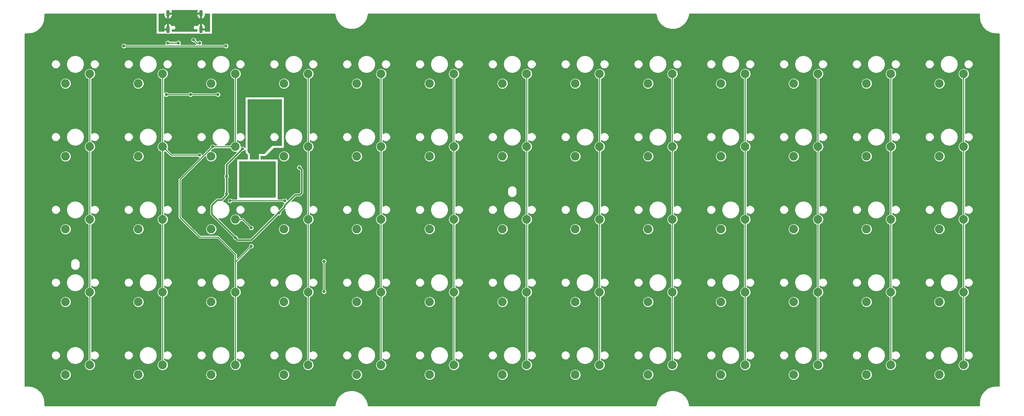
<source format=gtl>
G04 #@! TF.GenerationSoftware,KiCad,Pcbnew,5.1.9+dfsg1-1*
G04 #@! TF.CreationDate,2021-12-29T06:26:28+01:00*
G04 #@! TF.ProjectId,okey65-pcb,6f6b6579-3635-42d7-9063-622e6b696361,rev?*
G04 #@! TF.SameCoordinates,Original*
G04 #@! TF.FileFunction,Copper,L1,Top*
G04 #@! TF.FilePolarity,Positive*
%FSLAX46Y46*%
G04 Gerber Fmt 4.6, Leading zero omitted, Abs format (unit mm)*
G04 Created by KiCad (PCBNEW 5.1.9+dfsg1-1) date 2021-12-29 06:26:28*
%MOMM*%
%LPD*%
G01*
G04 APERTURE LIST*
G04 #@! TA.AperFunction,ComponentPad*
%ADD10C,2.250000*%
G04 #@! TD*
G04 #@! TA.AperFunction,ComponentPad*
%ADD11O,0.900000X1.700000*%
G04 #@! TD*
G04 #@! TA.AperFunction,ComponentPad*
%ADD12O,0.900000X2.000000*%
G04 #@! TD*
G04 #@! TA.AperFunction,ViaPad*
%ADD13C,0.800000*%
G04 #@! TD*
G04 #@! TA.AperFunction,Conductor*
%ADD14C,0.381000*%
G04 #@! TD*
G04 #@! TA.AperFunction,Conductor*
%ADD15C,0.254000*%
G04 #@! TD*
G04 #@! TA.AperFunction,Conductor*
%ADD16C,0.100000*%
G04 #@! TD*
G04 APERTURE END LIST*
D10*
X30797500Y-103505000D03*
X37147500Y-100965000D03*
X68897500Y-46355000D03*
X75247500Y-43815000D03*
X68897500Y-84455000D03*
X75247500Y-81915000D03*
X87947500Y-84455000D03*
X94297500Y-81915000D03*
X87947500Y-65405000D03*
X94297500Y-62865000D03*
X164147500Y-84455000D03*
X170497500Y-81915000D03*
X68897500Y-65405000D03*
X75247500Y-62865000D03*
X259397500Y-122555000D03*
X265747500Y-120015000D03*
X240347500Y-122555000D03*
X246697500Y-120015000D03*
X221297500Y-122555000D03*
X227647500Y-120015000D03*
X202247500Y-122555000D03*
X208597500Y-120015000D03*
X183197500Y-122555000D03*
X189547500Y-120015000D03*
X164147500Y-122555000D03*
X170497500Y-120015000D03*
X145097500Y-122555000D03*
X151447500Y-120015000D03*
X126047500Y-122555000D03*
X132397500Y-120015000D03*
X106997500Y-122555000D03*
X113347500Y-120015000D03*
X87947500Y-122555000D03*
X94297500Y-120015000D03*
X68897500Y-122555000D03*
X75247500Y-120015000D03*
X49847500Y-122555000D03*
X56197500Y-120015000D03*
X30797500Y-122555000D03*
X37147500Y-120015000D03*
X259397500Y-103505000D03*
X265747500Y-100965000D03*
X240347500Y-103505000D03*
X246697500Y-100965000D03*
X221297500Y-103505000D03*
X227647500Y-100965000D03*
X202247500Y-103505000D03*
X208597500Y-100965000D03*
X183197500Y-103505000D03*
X189547500Y-100965000D03*
X164147500Y-103505000D03*
X170497500Y-100965000D03*
X145097500Y-103505000D03*
X151447500Y-100965000D03*
X126047500Y-103505000D03*
X132397500Y-100965000D03*
X106997500Y-103505000D03*
X113347500Y-100965000D03*
X87947500Y-103505000D03*
X94297500Y-100965000D03*
X68897500Y-103505000D03*
X75247500Y-100965000D03*
X49847500Y-103505000D03*
X56197500Y-100965000D03*
X259397500Y-84455000D03*
X265747500Y-81915000D03*
X240347500Y-84455000D03*
X246697500Y-81915000D03*
X221297500Y-84455000D03*
X227647500Y-81915000D03*
X202247500Y-84455000D03*
X208597500Y-81915000D03*
X183197500Y-84455000D03*
X189547500Y-81915000D03*
X145097500Y-84455000D03*
X151447500Y-81915000D03*
X126047500Y-84455000D03*
X132397500Y-81915000D03*
X106997500Y-84455000D03*
X113347500Y-81915000D03*
X49847500Y-84455000D03*
X56197500Y-81915000D03*
X30797500Y-84455000D03*
X37147500Y-81915000D03*
X259397500Y-65405000D03*
X265747500Y-62865000D03*
X240347500Y-65405000D03*
X246697500Y-62865000D03*
X221297500Y-65405000D03*
X227647500Y-62865000D03*
X202247500Y-65405000D03*
X208597500Y-62865000D03*
X183197500Y-65405000D03*
X189547500Y-62865000D03*
X164147500Y-65405000D03*
X170497500Y-62865000D03*
X145097500Y-65405000D03*
X151447500Y-62865000D03*
X126047500Y-65405000D03*
X132397500Y-62865000D03*
X106997500Y-65405000D03*
X113347500Y-62865000D03*
X49847500Y-65405000D03*
X56197500Y-62865000D03*
X30797500Y-65405000D03*
X37147500Y-62865000D03*
X259397500Y-46355000D03*
X265747500Y-43815000D03*
X240347500Y-46355000D03*
X246697500Y-43815000D03*
X221297500Y-46355000D03*
X227647500Y-43815000D03*
X202247500Y-46355000D03*
X208597500Y-43815000D03*
X183197500Y-46355000D03*
X189547500Y-43815000D03*
X164147500Y-46355000D03*
X170497500Y-43815000D03*
X145097500Y-46355000D03*
X151447500Y-43815000D03*
X126047500Y-46355000D03*
X132397500Y-43815000D03*
X106997500Y-46355000D03*
X113347500Y-43815000D03*
X87947500Y-46355000D03*
X94297500Y-43815000D03*
X49847500Y-46355000D03*
X56197500Y-43815000D03*
X30797500Y-46355000D03*
X37147500Y-43815000D03*
D11*
X66232500Y-27986000D03*
X57592500Y-27986000D03*
D12*
X66232500Y-32156000D03*
X57592500Y-32156000D03*
D13*
X79375000Y-51593750D03*
X86518750Y-51593750D03*
X79375000Y-56356250D03*
X86518750Y-56356250D03*
X86518750Y-61912500D03*
X76993750Y-67468750D03*
X84931250Y-75406250D03*
X76993750Y-75406250D03*
X84836000Y-67437000D03*
X80899000Y-71374000D03*
X80899000Y-68580000D03*
X80899000Y-74295000D03*
X78105000Y-71374000D03*
X83566000Y-71374000D03*
X78994000Y-61912500D03*
X82550000Y-51593750D03*
X82550000Y-61912500D03*
X80962500Y-59531250D03*
X140493750Y-74612500D03*
X100012500Y-65087500D03*
X138112500Y-65087500D03*
X176212500Y-65087500D03*
X214312500Y-65087500D03*
X252412500Y-65087500D03*
X119062500Y-46037500D03*
X157162500Y-46037500D03*
X195262500Y-46037500D03*
X80962500Y-46037500D03*
X233362500Y-46037500D03*
X42862500Y-46037500D03*
X42862500Y-84137500D03*
X42862500Y-122237500D03*
X61912500Y-103187500D03*
X100012500Y-103981250D03*
X138112500Y-103187500D03*
X176212500Y-103187500D03*
X214312500Y-103187500D03*
X252412500Y-103187500D03*
X233362500Y-122237500D03*
X195262500Y-122237500D03*
X157162500Y-122237500D03*
X119062500Y-122237500D03*
X80962500Y-122237500D03*
X119062500Y-84137500D03*
X157162500Y-84137500D03*
X195262500Y-84137500D03*
X233362500Y-84137500D03*
X90487500Y-56356250D03*
X74295000Y-60325000D03*
X62706250Y-47625000D03*
X62706250Y-50800000D03*
X57943750Y-47625000D03*
X57943750Y-50800000D03*
X60325000Y-47625000D03*
X60325000Y-50800000D03*
X65087500Y-47625000D03*
X65087500Y-50800000D03*
X69850000Y-34925000D03*
X69850000Y-38100000D03*
X63500000Y-35718750D03*
X63500000Y-37306250D03*
X53975000Y-34925000D03*
X53975000Y-38100000D03*
X58737500Y-63500000D03*
X58737500Y-66675000D03*
X60325000Y-63500000D03*
X60325000Y-66675000D03*
X62484000Y-61722000D03*
X62484000Y-66675000D03*
X61118750Y-69056250D03*
X63500000Y-71437500D03*
X59531250Y-70643750D03*
X61912500Y-73025000D03*
X65881250Y-68262500D03*
X63500000Y-65881250D03*
X72231250Y-82550000D03*
X70643750Y-84137500D03*
X73818750Y-69056250D03*
X71437500Y-69056250D03*
X158750000Y-73818750D03*
X96837500Y-74612500D03*
X82550000Y-91281250D03*
X23812500Y-103187500D03*
X271462500Y-84137500D03*
X271462500Y-122237500D03*
X271462500Y-46037500D03*
X23812500Y-65087500D03*
X111918750Y-30162500D03*
X183356250Y-30162500D03*
X196056250Y-30162500D03*
X267493750Y-30162500D03*
X27781250Y-30162500D03*
X99218750Y-30162500D03*
X27781250Y-128587500D03*
X99218750Y-128587500D03*
X111918750Y-128587500D03*
X183356250Y-128587500D03*
X196056250Y-128587500D03*
X267493750Y-128587500D03*
X23812500Y-84137500D03*
X107156250Y-90487500D03*
X145256250Y-90487500D03*
X183356250Y-90487500D03*
X221456250Y-90487500D03*
X231775000Y-128587500D03*
X147637500Y-128587500D03*
X63500000Y-128587500D03*
X231775000Y-30162500D03*
X147637500Y-30162500D03*
X271462500Y-65087500D03*
X271462500Y-103187500D03*
X23812500Y-46037500D03*
X23812500Y-122237500D03*
X43656250Y-92868750D03*
X61912500Y-90487500D03*
X41275000Y-90487500D03*
X196723000Y-73533000D03*
X91281250Y-92075000D03*
X58674000Y-34163000D03*
X58674000Y-38100000D03*
X65112500Y-34156250D03*
X77066176Y-63427574D03*
X75229293Y-86695707D03*
X86610132Y-80228994D03*
X91948000Y-68326000D03*
X72898000Y-75184000D03*
X72898000Y-70612000D03*
X72765066Y-36512500D03*
X46037500Y-36512500D03*
X70643750Y-49212500D03*
X57150000Y-49212500D03*
X63500000Y-49212500D03*
X73818750Y-76993750D03*
X88158250Y-76993750D03*
X98425000Y-100806250D03*
X98425000Y-92868750D03*
X64292157Y-34923407D03*
X65881250Y-35718750D03*
X60325000Y-35718750D03*
X57531000Y-35718750D03*
X65881250Y-65087500D03*
X79375000Y-84137500D03*
X79375000Y-88900000D03*
X69288538Y-62865000D03*
X61930000Y-27986000D03*
X65024000Y-29972000D03*
X58928000Y-29972000D03*
D14*
X79342942Y-87312500D02*
X88103099Y-78552343D01*
X75846086Y-87312500D02*
X79342942Y-87312500D01*
X75229293Y-86695707D02*
X75846086Y-87312500D01*
X91948000Y-68326000D02*
X92583000Y-68961000D01*
X92583000Y-68961000D02*
X92583000Y-74930000D01*
X92583000Y-74930000D02*
X92075000Y-75438000D01*
X90883942Y-75438000D02*
X91059000Y-75438000D01*
X88103099Y-78218843D02*
X90883942Y-75438000D01*
X92075000Y-75438000D02*
X91059000Y-75438000D01*
X88103099Y-78552343D02*
X88103099Y-78218843D01*
X72898000Y-67595750D02*
X77066176Y-63427574D01*
X71628000Y-76835000D02*
X72898000Y-75565000D01*
X72898000Y-75565000D02*
X72898000Y-75184000D01*
X70448586Y-76835000D02*
X71628000Y-76835000D01*
X69053099Y-78230487D02*
X70448586Y-76835000D01*
X69053099Y-80519513D02*
X69053099Y-78230487D01*
X75229293Y-86695707D02*
X69053099Y-80519513D01*
X72898000Y-70612000D02*
X72898000Y-67595750D01*
X72898000Y-75184000D02*
X72898000Y-70612000D01*
D15*
X72765066Y-36512500D02*
X46037500Y-36512500D01*
X63500000Y-49212500D02*
X57150000Y-49212500D01*
X70643750Y-49212500D02*
X63500000Y-49212500D01*
X73818750Y-76993750D02*
X88158250Y-76993750D01*
X98425000Y-100806250D02*
X98425000Y-92868750D01*
X64292157Y-34923407D02*
X65087500Y-35718750D01*
X65087500Y-35718750D02*
X65881250Y-35718750D01*
X60325000Y-35718750D02*
X57531000Y-35718750D01*
X37147500Y-43815000D02*
X37147500Y-120015000D01*
X56197500Y-43815000D02*
X56197500Y-120015000D01*
X56197500Y-62865000D02*
X58420000Y-65087500D01*
X58420000Y-65087500D02*
X65881250Y-65087500D01*
X75247500Y-43815000D02*
X75247500Y-62865000D01*
X74612500Y-81280000D02*
X75247500Y-81915000D01*
X75315499Y-100897001D02*
X75247500Y-100965000D01*
X75247500Y-100965000D02*
X75247500Y-120015000D01*
X75247500Y-62865000D02*
X69288538Y-62865000D01*
X69288538Y-62865000D02*
X60716038Y-71437500D01*
X60716038Y-71437500D02*
X60716038Y-81353538D01*
X77152500Y-81915000D02*
X79375000Y-84137500D01*
X75247500Y-81915000D02*
X77152500Y-81915000D01*
X75247500Y-93027500D02*
X75247500Y-100965000D01*
X79375000Y-88900000D02*
X75247500Y-93027500D01*
X75247500Y-93027500D02*
X75247500Y-91122500D01*
X75247500Y-91122500D02*
X70643750Y-86518750D01*
X65881250Y-86518750D02*
X60716038Y-81353538D01*
X70643750Y-86518750D02*
X65881250Y-86518750D01*
X94365499Y-43882999D02*
X94297500Y-43815000D01*
X94297500Y-79883962D02*
X94297500Y-120015000D01*
X94297500Y-43815000D02*
X94297500Y-79883962D01*
X113347500Y-43815000D02*
X113347500Y-120015000D01*
X132397500Y-120015000D02*
X132397500Y-43815000D01*
X151447500Y-43815000D02*
X151447500Y-120015000D01*
X170497500Y-43815000D02*
X170497500Y-120015000D01*
X189547500Y-120015000D02*
X189547500Y-43815000D01*
X208597500Y-43815000D02*
X208597500Y-120015000D01*
X227647500Y-120015000D02*
X227647500Y-43815000D01*
X246697500Y-43815000D02*
X246697500Y-120015000D01*
X265747500Y-43815000D02*
X265747500Y-120015000D01*
X87249000Y-62484000D02*
X78486000Y-62484000D01*
X78486000Y-60206613D01*
X84205500Y-60206613D01*
X84205500Y-60443387D01*
X84251692Y-60675610D01*
X84342301Y-60894361D01*
X84473846Y-61091230D01*
X84641270Y-61258654D01*
X84838139Y-61390199D01*
X85056890Y-61480808D01*
X85289113Y-61527000D01*
X85525887Y-61527000D01*
X85758110Y-61480808D01*
X85976861Y-61390199D01*
X86173730Y-61258654D01*
X86341154Y-61091230D01*
X86472699Y-60894361D01*
X86563308Y-60675610D01*
X86609500Y-60443387D01*
X86609500Y-60206613D01*
X86563308Y-59974390D01*
X86472699Y-59755639D01*
X86341154Y-59558770D01*
X86173730Y-59391346D01*
X85976861Y-59259801D01*
X85758110Y-59169192D01*
X85525887Y-59123000D01*
X85289113Y-59123000D01*
X85056890Y-59169192D01*
X84838139Y-59259801D01*
X84641270Y-59391346D01*
X84473846Y-59558770D01*
X84342301Y-59755639D01*
X84251692Y-59974390D01*
X84205500Y-60206613D01*
X78486000Y-60206613D01*
X78486000Y-50546000D01*
X87249000Y-50546000D01*
X87249000Y-62484000D01*
G04 #@! TA.AperFunction,Conductor*
D16*
G36*
X87249000Y-62484000D02*
G01*
X78486000Y-62484000D01*
X78486000Y-60206613D01*
X84205500Y-60206613D01*
X84205500Y-60443387D01*
X84251692Y-60675610D01*
X84342301Y-60894361D01*
X84473846Y-61091230D01*
X84641270Y-61258654D01*
X84838139Y-61390199D01*
X85056890Y-61480808D01*
X85289113Y-61527000D01*
X85525887Y-61527000D01*
X85758110Y-61480808D01*
X85976861Y-61390199D01*
X86173730Y-61258654D01*
X86341154Y-61091230D01*
X86472699Y-60894361D01*
X86563308Y-60675610D01*
X86609500Y-60443387D01*
X86609500Y-60206613D01*
X86563308Y-59974390D01*
X86472699Y-59755639D01*
X86341154Y-59558770D01*
X86173730Y-59391346D01*
X85976861Y-59259801D01*
X85758110Y-59169192D01*
X85525887Y-59123000D01*
X85289113Y-59123000D01*
X85056890Y-59169192D01*
X84838139Y-59259801D01*
X84641270Y-59391346D01*
X84473846Y-59558770D01*
X84342301Y-59755639D01*
X84251692Y-59974390D01*
X84205500Y-60206613D01*
X78486000Y-60206613D01*
X78486000Y-50546000D01*
X87249000Y-50546000D01*
X87249000Y-62484000D01*
G37*
G04 #@! TD.AperFunction*
D15*
X85598000Y-76073000D02*
X76327000Y-76073000D01*
X76327000Y-66802000D01*
X85598000Y-66802000D01*
X85598000Y-76073000D01*
G04 #@! TA.AperFunction,Conductor*
D16*
G36*
X85598000Y-76073000D02*
G01*
X76327000Y-76073000D01*
X76327000Y-66802000D01*
X85598000Y-66802000D01*
X85598000Y-76073000D01*
G37*
G04 #@! TD.AperFunction*
D15*
X82749373Y-64643000D02*
X79046606Y-64643000D01*
X78486000Y-64082394D01*
X78486000Y-62484000D01*
X84794741Y-62484000D01*
X82749373Y-64643000D01*
G04 #@! TA.AperFunction,Conductor*
D16*
G36*
X82749373Y-64643000D02*
G01*
X79046606Y-64643000D01*
X78486000Y-64082394D01*
X78486000Y-62484000D01*
X84794741Y-62484000D01*
X82749373Y-64643000D01*
G37*
G04 #@! TD.AperFunction*
D15*
X81210638Y-66040000D02*
X79115139Y-66040000D01*
X79120512Y-64643000D01*
X81216011Y-64643000D01*
X81210638Y-66040000D01*
G04 #@! TA.AperFunction,Conductor*
D16*
G36*
X81210638Y-66040000D02*
G01*
X79115139Y-66040000D01*
X79120512Y-64643000D01*
X81216011Y-64643000D01*
X81210638Y-66040000D01*
G37*
G04 #@! TD.AperFunction*
D15*
X54483000Y-33274000D02*
X54485440Y-33298776D01*
X54492667Y-33322601D01*
X54504403Y-33344557D01*
X54520197Y-33363803D01*
X54539443Y-33379597D01*
X54561399Y-33391333D01*
X54585224Y-33398560D01*
X54610000Y-33401000D01*
X57244462Y-33401000D01*
X57293716Y-33427327D01*
X57440181Y-33471757D01*
X57592500Y-33486759D01*
X57744818Y-33471757D01*
X57891283Y-33427327D01*
X57940537Y-33401000D01*
X65884462Y-33401000D01*
X65933716Y-33427327D01*
X66080181Y-33471757D01*
X66232500Y-33486759D01*
X66384818Y-33471757D01*
X66531283Y-33427327D01*
X66580537Y-33401000D01*
X69088000Y-33401000D01*
X69112776Y-33398560D01*
X69136601Y-33391333D01*
X69158557Y-33379597D01*
X69177803Y-33363803D01*
X69193597Y-33344557D01*
X69205333Y-33322601D01*
X69212560Y-33298776D01*
X69215000Y-33274000D01*
X69215000Y-28159999D01*
X101126237Y-28159999D01*
X101167862Y-28164081D01*
X101190057Y-28170782D01*
X101210525Y-28181664D01*
X101228489Y-28196316D01*
X101243264Y-28214175D01*
X101254292Y-28234571D01*
X101264095Y-28266241D01*
X101266956Y-28284325D01*
X101268471Y-28290144D01*
X101269016Y-28296137D01*
X101270045Y-28301333D01*
X101416416Y-29014394D01*
X101426215Y-29046048D01*
X101435360Y-29077898D01*
X101437346Y-29082809D01*
X101735093Y-29804461D01*
X101751244Y-29834809D01*
X101766977Y-29865396D01*
X101769879Y-29869828D01*
X102202126Y-30519903D01*
X102223871Y-30546544D01*
X102245239Y-30573484D01*
X102248946Y-30577267D01*
X102799227Y-31131004D01*
X102825732Y-31152915D01*
X102851926Y-31175191D01*
X102856298Y-31178182D01*
X103503654Y-31614490D01*
X103533878Y-31630818D01*
X103563931Y-31647600D01*
X103568800Y-31649685D01*
X104288574Y-31951945D01*
X104321416Y-31962098D01*
X104354134Y-31972716D01*
X104359316Y-31973815D01*
X105124090Y-32130514D01*
X105158239Y-32134091D01*
X105192437Y-32138156D01*
X105197734Y-32138228D01*
X105978380Y-32143397D01*
X106012664Y-32140264D01*
X106046909Y-32137617D01*
X106052119Y-32136659D01*
X106818900Y-31990101D01*
X106851878Y-31980382D01*
X106885002Y-31971121D01*
X106889926Y-31969169D01*
X107613639Y-31676467D01*
X107644075Y-31660542D01*
X107674795Y-31645010D01*
X107679247Y-31642138D01*
X108332324Y-31214441D01*
X108359127Y-31192875D01*
X108386205Y-31171703D01*
X108390014Y-31168022D01*
X108947580Y-30621621D01*
X108969663Y-30595283D01*
X108992134Y-30569232D01*
X108995155Y-30564881D01*
X109435972Y-29920587D01*
X109452523Y-29890455D01*
X109469502Y-29860542D01*
X109471621Y-29855687D01*
X109778898Y-29138041D01*
X109789284Y-29105257D01*
X109800126Y-29072627D01*
X109801262Y-29067453D01*
X109963274Y-28303897D01*
X109963297Y-28303790D01*
X109975830Y-28244724D01*
X109984954Y-28223415D01*
X109998045Y-28204280D01*
X110014601Y-28188056D01*
X110033995Y-28175355D01*
X110055486Y-28166663D01*
X110088051Y-28160439D01*
X110097698Y-28159999D01*
X185126237Y-28159999D01*
X185167862Y-28164081D01*
X185190057Y-28170782D01*
X185210525Y-28181664D01*
X185228489Y-28196316D01*
X185243264Y-28214175D01*
X185254292Y-28234571D01*
X185264095Y-28266241D01*
X185266956Y-28284325D01*
X185268471Y-28290144D01*
X185269016Y-28296137D01*
X185270045Y-28301333D01*
X185416416Y-29014394D01*
X185426215Y-29046048D01*
X185435360Y-29077898D01*
X185437346Y-29082809D01*
X185735093Y-29804461D01*
X185751244Y-29834809D01*
X185766977Y-29865396D01*
X185769879Y-29869828D01*
X186202126Y-30519903D01*
X186223871Y-30546544D01*
X186245239Y-30573484D01*
X186248946Y-30577267D01*
X186799227Y-31131004D01*
X186825732Y-31152915D01*
X186851926Y-31175191D01*
X186856298Y-31178182D01*
X187503654Y-31614490D01*
X187533878Y-31630818D01*
X187563931Y-31647600D01*
X187568800Y-31649685D01*
X188288574Y-31951945D01*
X188321416Y-31962098D01*
X188354134Y-31972716D01*
X188359316Y-31973815D01*
X189124090Y-32130514D01*
X189158239Y-32134091D01*
X189192437Y-32138156D01*
X189197734Y-32138228D01*
X189978380Y-32143397D01*
X190012664Y-32140264D01*
X190046909Y-32137617D01*
X190052119Y-32136659D01*
X190818900Y-31990101D01*
X190851878Y-31980382D01*
X190885002Y-31971121D01*
X190889926Y-31969169D01*
X191613639Y-31676467D01*
X191644075Y-31660542D01*
X191674795Y-31645010D01*
X191679247Y-31642138D01*
X192332324Y-31214441D01*
X192359127Y-31192875D01*
X192386205Y-31171703D01*
X192390014Y-31168022D01*
X192947580Y-30621621D01*
X192969663Y-30595283D01*
X192992134Y-30569232D01*
X192995155Y-30564881D01*
X193435972Y-29920587D01*
X193452523Y-29890455D01*
X193469502Y-29860542D01*
X193471621Y-29855687D01*
X193778898Y-29138041D01*
X193789284Y-29105257D01*
X193800126Y-29072627D01*
X193801262Y-29067453D01*
X193963274Y-28303897D01*
X193963297Y-28303790D01*
X193975830Y-28244724D01*
X193984954Y-28223415D01*
X193998045Y-28204280D01*
X194014601Y-28188056D01*
X194033995Y-28175355D01*
X194055486Y-28166663D01*
X194088051Y-28160439D01*
X194097698Y-28159999D01*
X269751805Y-28159999D01*
X269793422Y-28164079D01*
X269815621Y-28170782D01*
X269836087Y-28181664D01*
X269854052Y-28196316D01*
X269868828Y-28214177D01*
X269879855Y-28234570D01*
X269886709Y-28256714D01*
X269890955Y-28297109D01*
X269890956Y-28970804D01*
X269891019Y-28971448D01*
X269891054Y-28981415D01*
X269892730Y-28997914D01*
X269892614Y-29014483D01*
X269893130Y-29019755D01*
X269974732Y-29796143D01*
X269981649Y-29829840D01*
X269988090Y-29863605D01*
X269989621Y-29868676D01*
X270220469Y-30614425D01*
X270233794Y-30646123D01*
X270246677Y-30678009D01*
X270249163Y-30682686D01*
X270620466Y-31369396D01*
X270639686Y-31397890D01*
X270658524Y-31426678D01*
X270661872Y-31430783D01*
X271159485Y-32032294D01*
X271183905Y-32056543D01*
X271207945Y-32081092D01*
X271212026Y-32084469D01*
X271816997Y-32577871D01*
X271845626Y-32596892D01*
X271874012Y-32616328D01*
X271878671Y-32618847D01*
X272567956Y-32985347D01*
X272599755Y-32998453D01*
X272631354Y-33011997D01*
X272636414Y-33013563D01*
X273383759Y-33239200D01*
X273417489Y-33245878D01*
X273451127Y-33253029D01*
X273456395Y-33253582D01*
X274233332Y-33329761D01*
X274233335Y-33329761D01*
X274251723Y-33331572D01*
X274923378Y-33331572D01*
X274964995Y-33335652D01*
X274987194Y-33342355D01*
X275007660Y-33353237D01*
X275025625Y-33367889D01*
X275040401Y-33385750D01*
X275051428Y-33406143D01*
X275058282Y-33428287D01*
X275062528Y-33468682D01*
X275062529Y-125340466D01*
X275058448Y-125382094D01*
X275051745Y-125404293D01*
X275040863Y-125424759D01*
X275026211Y-125442724D01*
X275008351Y-125457499D01*
X274987955Y-125468527D01*
X274965813Y-125475381D01*
X274925419Y-125479627D01*
X274251723Y-125479627D01*
X274251069Y-125479691D01*
X274241112Y-125479726D01*
X274224623Y-125481401D01*
X274208044Y-125481285D01*
X274202772Y-125481802D01*
X273426385Y-125563404D01*
X273392701Y-125570319D01*
X273358922Y-125576762D01*
X273353851Y-125578293D01*
X272608101Y-125809141D01*
X272576390Y-125822472D01*
X272544518Y-125835349D01*
X272539841Y-125837835D01*
X271853131Y-126209138D01*
X271824619Y-126228370D01*
X271795850Y-126247196D01*
X271791745Y-126250544D01*
X271190233Y-126748157D01*
X271166019Y-126772541D01*
X271141434Y-126796617D01*
X271138058Y-126800699D01*
X270644656Y-127405669D01*
X270625647Y-127434280D01*
X270606199Y-127462683D01*
X270603680Y-127467343D01*
X270237181Y-128156627D01*
X270224077Y-128188420D01*
X270210530Y-128220026D01*
X270208964Y-128225086D01*
X269983327Y-128972431D01*
X269976651Y-129006147D01*
X269969498Y-129039799D01*
X269968945Y-129045067D01*
X269892766Y-129822004D01*
X269890955Y-129840396D01*
X269890956Y-130512039D01*
X269886875Y-130553667D01*
X269880172Y-130575866D01*
X269869290Y-130596332D01*
X269854638Y-130614297D01*
X269836778Y-130629072D01*
X269816382Y-130640100D01*
X269794240Y-130646954D01*
X269753846Y-130651200D01*
X194107618Y-130651200D01*
X194065994Y-130647118D01*
X194043795Y-130640417D01*
X194023330Y-130629535D01*
X194005366Y-130614883D01*
X193990589Y-130597021D01*
X193979564Y-130576629D01*
X193969760Y-130544959D01*
X193966899Y-130526874D01*
X193965384Y-130521055D01*
X193964839Y-130515062D01*
X193963810Y-130509866D01*
X193817439Y-129796805D01*
X193807642Y-129765158D01*
X193798495Y-129733300D01*
X193796509Y-129728390D01*
X193498762Y-129006738D01*
X193482618Y-128976403D01*
X193466878Y-128945803D01*
X193463975Y-128941371D01*
X193031729Y-128291296D01*
X193009958Y-128264623D01*
X192988616Y-128237715D01*
X192984909Y-128233932D01*
X192434628Y-127680194D01*
X192408123Y-127658283D01*
X192381929Y-127636007D01*
X192377558Y-127633016D01*
X191730200Y-127196708D01*
X191699950Y-127180366D01*
X191669923Y-127163598D01*
X191665054Y-127161513D01*
X190945281Y-126859253D01*
X190912408Y-126849090D01*
X190879720Y-126838482D01*
X190874538Y-126837383D01*
X190109763Y-126680684D01*
X190075619Y-126677108D01*
X190041417Y-126673042D01*
X190036120Y-126672970D01*
X189255474Y-126667801D01*
X189221190Y-126670934D01*
X189186945Y-126673581D01*
X189181735Y-126674539D01*
X188414952Y-126821097D01*
X188381955Y-126830821D01*
X188348851Y-126840077D01*
X188343930Y-126842028D01*
X188343926Y-126842029D01*
X188343923Y-126842031D01*
X187620214Y-127134731D01*
X187589763Y-127150664D01*
X187559057Y-127166189D01*
X187554606Y-127169060D01*
X186901529Y-127596758D01*
X186874750Y-127618305D01*
X186847648Y-127639495D01*
X186843839Y-127643176D01*
X186286273Y-128189578D01*
X186264187Y-128215919D01*
X186241720Y-128241966D01*
X186238698Y-128246317D01*
X185797881Y-128890612D01*
X185781321Y-128920760D01*
X185764351Y-128950658D01*
X185762232Y-128955512D01*
X185454955Y-129673158D01*
X185444569Y-129705942D01*
X185433727Y-129738572D01*
X185432591Y-129743746D01*
X185270557Y-130507408D01*
X185270556Y-130507420D01*
X185258025Y-130566475D01*
X185248901Y-130587784D01*
X185235810Y-130606919D01*
X185219255Y-130623142D01*
X185199858Y-130635845D01*
X185178372Y-130644535D01*
X185145803Y-130650760D01*
X185136157Y-130651200D01*
X110107618Y-130651200D01*
X110065994Y-130647118D01*
X110043795Y-130640417D01*
X110023330Y-130629535D01*
X110005366Y-130614883D01*
X109990589Y-130597021D01*
X109979564Y-130576629D01*
X109969760Y-130544959D01*
X109966899Y-130526874D01*
X109965384Y-130521055D01*
X109964839Y-130515062D01*
X109963810Y-130509866D01*
X109817439Y-129796805D01*
X109807642Y-129765158D01*
X109798495Y-129733300D01*
X109796509Y-129728390D01*
X109498762Y-129006738D01*
X109482618Y-128976403D01*
X109466878Y-128945803D01*
X109463975Y-128941371D01*
X109031729Y-128291296D01*
X109009958Y-128264623D01*
X108988616Y-128237715D01*
X108984909Y-128233932D01*
X108434628Y-127680194D01*
X108408123Y-127658283D01*
X108381929Y-127636007D01*
X108377558Y-127633016D01*
X107730200Y-127196708D01*
X107699950Y-127180366D01*
X107669923Y-127163598D01*
X107665054Y-127161513D01*
X106945281Y-126859253D01*
X106912408Y-126849090D01*
X106879720Y-126838482D01*
X106874538Y-126837383D01*
X106109763Y-126680684D01*
X106075619Y-126677108D01*
X106041417Y-126673042D01*
X106036120Y-126672970D01*
X105255474Y-126667801D01*
X105221190Y-126670934D01*
X105186945Y-126673581D01*
X105181735Y-126674539D01*
X104414952Y-126821097D01*
X104381955Y-126830821D01*
X104348851Y-126840077D01*
X104343930Y-126842028D01*
X104343926Y-126842029D01*
X104343923Y-126842031D01*
X103620214Y-127134731D01*
X103589763Y-127150664D01*
X103559057Y-127166189D01*
X103554606Y-127169060D01*
X102901529Y-127596758D01*
X102874750Y-127618305D01*
X102847648Y-127639495D01*
X102843839Y-127643176D01*
X102286273Y-128189578D01*
X102264187Y-128215919D01*
X102241720Y-128241966D01*
X102238698Y-128246317D01*
X101797881Y-128890612D01*
X101781321Y-128920760D01*
X101764351Y-128950658D01*
X101762232Y-128955512D01*
X101454955Y-129673158D01*
X101444569Y-129705942D01*
X101433727Y-129738572D01*
X101432591Y-129743746D01*
X101270557Y-130507408D01*
X101270556Y-130507420D01*
X101258025Y-130566475D01*
X101248901Y-130587784D01*
X101235810Y-130606919D01*
X101219255Y-130623142D01*
X101199858Y-130635845D01*
X101178372Y-130644535D01*
X101145803Y-130650760D01*
X101136157Y-130651200D01*
X25482051Y-130651200D01*
X25440433Y-130647120D01*
X25418234Y-130640417D01*
X25397768Y-130629535D01*
X25379803Y-130614883D01*
X25365028Y-130597023D01*
X25354000Y-130576627D01*
X25347146Y-130554485D01*
X25342900Y-130514091D01*
X25342900Y-129840395D01*
X25342836Y-129839741D01*
X25342801Y-129829784D01*
X25341126Y-129813295D01*
X25341242Y-129796716D01*
X25340725Y-129791444D01*
X25259123Y-129015057D01*
X25252208Y-128981373D01*
X25245765Y-128947594D01*
X25244234Y-128942523D01*
X25013386Y-128196773D01*
X25000055Y-128165062D01*
X24987178Y-128133190D01*
X24984692Y-128128513D01*
X24613389Y-127441803D01*
X24594157Y-127413291D01*
X24575331Y-127384522D01*
X24571983Y-127380417D01*
X24074370Y-126778905D01*
X24049986Y-126754691D01*
X24025910Y-126730106D01*
X24021828Y-126726730D01*
X23416858Y-126233328D01*
X23388247Y-126214319D01*
X23359844Y-126194871D01*
X23355184Y-126192352D01*
X22665900Y-125825853D01*
X22634107Y-125812749D01*
X22602501Y-125799202D01*
X22597441Y-125797636D01*
X21850096Y-125571999D01*
X21816380Y-125565323D01*
X21782728Y-125558170D01*
X21777460Y-125557617D01*
X21000523Y-125481438D01*
X21000520Y-125481438D01*
X20982132Y-125479627D01*
X20310478Y-125479627D01*
X20268860Y-125475547D01*
X20246661Y-125468844D01*
X20226195Y-125457962D01*
X20208230Y-125443310D01*
X20193455Y-125425450D01*
X20182427Y-125405054D01*
X20175573Y-125382912D01*
X20171327Y-125342518D01*
X20171327Y-122411990D01*
X29345500Y-122411990D01*
X29345500Y-122698010D01*
X29401299Y-122978533D01*
X29510754Y-123242780D01*
X29669658Y-123480596D01*
X29871904Y-123682842D01*
X30109720Y-123841746D01*
X30373967Y-123951201D01*
X30654490Y-124007000D01*
X30940510Y-124007000D01*
X31221033Y-123951201D01*
X31485280Y-123841746D01*
X31723096Y-123682842D01*
X31925342Y-123480596D01*
X32084246Y-123242780D01*
X32193701Y-122978533D01*
X32249500Y-122698010D01*
X32249500Y-122411990D01*
X48395500Y-122411990D01*
X48395500Y-122698010D01*
X48451299Y-122978533D01*
X48560754Y-123242780D01*
X48719658Y-123480596D01*
X48921904Y-123682842D01*
X49159720Y-123841746D01*
X49423967Y-123951201D01*
X49704490Y-124007000D01*
X49990510Y-124007000D01*
X50271033Y-123951201D01*
X50535280Y-123841746D01*
X50773096Y-123682842D01*
X50975342Y-123480596D01*
X51134246Y-123242780D01*
X51243701Y-122978533D01*
X51299500Y-122698010D01*
X51299500Y-122411990D01*
X67445500Y-122411990D01*
X67445500Y-122698010D01*
X67501299Y-122978533D01*
X67610754Y-123242780D01*
X67769658Y-123480596D01*
X67971904Y-123682842D01*
X68209720Y-123841746D01*
X68473967Y-123951201D01*
X68754490Y-124007000D01*
X69040510Y-124007000D01*
X69321033Y-123951201D01*
X69585280Y-123841746D01*
X69823096Y-123682842D01*
X70025342Y-123480596D01*
X70184246Y-123242780D01*
X70293701Y-122978533D01*
X70349500Y-122698010D01*
X70349500Y-122411990D01*
X86495500Y-122411990D01*
X86495500Y-122698010D01*
X86551299Y-122978533D01*
X86660754Y-123242780D01*
X86819658Y-123480596D01*
X87021904Y-123682842D01*
X87259720Y-123841746D01*
X87523967Y-123951201D01*
X87804490Y-124007000D01*
X88090510Y-124007000D01*
X88371033Y-123951201D01*
X88635280Y-123841746D01*
X88873096Y-123682842D01*
X89075342Y-123480596D01*
X89234246Y-123242780D01*
X89343701Y-122978533D01*
X89399500Y-122698010D01*
X89399500Y-122411990D01*
X105545500Y-122411990D01*
X105545500Y-122698010D01*
X105601299Y-122978533D01*
X105710754Y-123242780D01*
X105869658Y-123480596D01*
X106071904Y-123682842D01*
X106309720Y-123841746D01*
X106573967Y-123951201D01*
X106854490Y-124007000D01*
X107140510Y-124007000D01*
X107421033Y-123951201D01*
X107685280Y-123841746D01*
X107923096Y-123682842D01*
X108125342Y-123480596D01*
X108284246Y-123242780D01*
X108393701Y-122978533D01*
X108449500Y-122698010D01*
X108449500Y-122411990D01*
X124595500Y-122411990D01*
X124595500Y-122698010D01*
X124651299Y-122978533D01*
X124760754Y-123242780D01*
X124919658Y-123480596D01*
X125121904Y-123682842D01*
X125359720Y-123841746D01*
X125623967Y-123951201D01*
X125904490Y-124007000D01*
X126190510Y-124007000D01*
X126471033Y-123951201D01*
X126735280Y-123841746D01*
X126973096Y-123682842D01*
X127175342Y-123480596D01*
X127334246Y-123242780D01*
X127443701Y-122978533D01*
X127499500Y-122698010D01*
X127499500Y-122411990D01*
X143645500Y-122411990D01*
X143645500Y-122698010D01*
X143701299Y-122978533D01*
X143810754Y-123242780D01*
X143969658Y-123480596D01*
X144171904Y-123682842D01*
X144409720Y-123841746D01*
X144673967Y-123951201D01*
X144954490Y-124007000D01*
X145240510Y-124007000D01*
X145521033Y-123951201D01*
X145785280Y-123841746D01*
X146023096Y-123682842D01*
X146225342Y-123480596D01*
X146384246Y-123242780D01*
X146493701Y-122978533D01*
X146549500Y-122698010D01*
X146549500Y-122411990D01*
X162695500Y-122411990D01*
X162695500Y-122698010D01*
X162751299Y-122978533D01*
X162860754Y-123242780D01*
X163019658Y-123480596D01*
X163221904Y-123682842D01*
X163459720Y-123841746D01*
X163723967Y-123951201D01*
X164004490Y-124007000D01*
X164290510Y-124007000D01*
X164571033Y-123951201D01*
X164835280Y-123841746D01*
X165073096Y-123682842D01*
X165275342Y-123480596D01*
X165434246Y-123242780D01*
X165543701Y-122978533D01*
X165599500Y-122698010D01*
X165599500Y-122411990D01*
X181745500Y-122411990D01*
X181745500Y-122698010D01*
X181801299Y-122978533D01*
X181910754Y-123242780D01*
X182069658Y-123480596D01*
X182271904Y-123682842D01*
X182509720Y-123841746D01*
X182773967Y-123951201D01*
X183054490Y-124007000D01*
X183340510Y-124007000D01*
X183621033Y-123951201D01*
X183885280Y-123841746D01*
X184123096Y-123682842D01*
X184325342Y-123480596D01*
X184484246Y-123242780D01*
X184593701Y-122978533D01*
X184649500Y-122698010D01*
X184649500Y-122411990D01*
X200795500Y-122411990D01*
X200795500Y-122698010D01*
X200851299Y-122978533D01*
X200960754Y-123242780D01*
X201119658Y-123480596D01*
X201321904Y-123682842D01*
X201559720Y-123841746D01*
X201823967Y-123951201D01*
X202104490Y-124007000D01*
X202390510Y-124007000D01*
X202671033Y-123951201D01*
X202935280Y-123841746D01*
X203173096Y-123682842D01*
X203375342Y-123480596D01*
X203534246Y-123242780D01*
X203643701Y-122978533D01*
X203699500Y-122698010D01*
X203699500Y-122411990D01*
X219845500Y-122411990D01*
X219845500Y-122698010D01*
X219901299Y-122978533D01*
X220010754Y-123242780D01*
X220169658Y-123480596D01*
X220371904Y-123682842D01*
X220609720Y-123841746D01*
X220873967Y-123951201D01*
X221154490Y-124007000D01*
X221440510Y-124007000D01*
X221721033Y-123951201D01*
X221985280Y-123841746D01*
X222223096Y-123682842D01*
X222425342Y-123480596D01*
X222584246Y-123242780D01*
X222693701Y-122978533D01*
X222749500Y-122698010D01*
X222749500Y-122411990D01*
X238895500Y-122411990D01*
X238895500Y-122698010D01*
X238951299Y-122978533D01*
X239060754Y-123242780D01*
X239219658Y-123480596D01*
X239421904Y-123682842D01*
X239659720Y-123841746D01*
X239923967Y-123951201D01*
X240204490Y-124007000D01*
X240490510Y-124007000D01*
X240771033Y-123951201D01*
X241035280Y-123841746D01*
X241273096Y-123682842D01*
X241475342Y-123480596D01*
X241634246Y-123242780D01*
X241743701Y-122978533D01*
X241799500Y-122698010D01*
X241799500Y-122411990D01*
X257945500Y-122411990D01*
X257945500Y-122698010D01*
X258001299Y-122978533D01*
X258110754Y-123242780D01*
X258269658Y-123480596D01*
X258471904Y-123682842D01*
X258709720Y-123841746D01*
X258973967Y-123951201D01*
X259254490Y-124007000D01*
X259540510Y-124007000D01*
X259821033Y-123951201D01*
X260085280Y-123841746D01*
X260323096Y-123682842D01*
X260525342Y-123480596D01*
X260684246Y-123242780D01*
X260793701Y-122978533D01*
X260849500Y-122698010D01*
X260849500Y-122411990D01*
X260793701Y-122131467D01*
X260684246Y-121867220D01*
X260525342Y-121629404D01*
X260323096Y-121427158D01*
X260085280Y-121268254D01*
X259821033Y-121158799D01*
X259540510Y-121103000D01*
X259254490Y-121103000D01*
X258973967Y-121158799D01*
X258709720Y-121268254D01*
X258471904Y-121427158D01*
X258269658Y-121629404D01*
X258110754Y-121867220D01*
X258001299Y-122131467D01*
X257945500Y-122411990D01*
X241799500Y-122411990D01*
X241743701Y-122131467D01*
X241634246Y-121867220D01*
X241475342Y-121629404D01*
X241273096Y-121427158D01*
X241035280Y-121268254D01*
X240771033Y-121158799D01*
X240490510Y-121103000D01*
X240204490Y-121103000D01*
X239923967Y-121158799D01*
X239659720Y-121268254D01*
X239421904Y-121427158D01*
X239219658Y-121629404D01*
X239060754Y-121867220D01*
X238951299Y-122131467D01*
X238895500Y-122411990D01*
X222749500Y-122411990D01*
X222693701Y-122131467D01*
X222584246Y-121867220D01*
X222425342Y-121629404D01*
X222223096Y-121427158D01*
X221985280Y-121268254D01*
X221721033Y-121158799D01*
X221440510Y-121103000D01*
X221154490Y-121103000D01*
X220873967Y-121158799D01*
X220609720Y-121268254D01*
X220371904Y-121427158D01*
X220169658Y-121629404D01*
X220010754Y-121867220D01*
X219901299Y-122131467D01*
X219845500Y-122411990D01*
X203699500Y-122411990D01*
X203643701Y-122131467D01*
X203534246Y-121867220D01*
X203375342Y-121629404D01*
X203173096Y-121427158D01*
X202935280Y-121268254D01*
X202671033Y-121158799D01*
X202390510Y-121103000D01*
X202104490Y-121103000D01*
X201823967Y-121158799D01*
X201559720Y-121268254D01*
X201321904Y-121427158D01*
X201119658Y-121629404D01*
X200960754Y-121867220D01*
X200851299Y-122131467D01*
X200795500Y-122411990D01*
X184649500Y-122411990D01*
X184593701Y-122131467D01*
X184484246Y-121867220D01*
X184325342Y-121629404D01*
X184123096Y-121427158D01*
X183885280Y-121268254D01*
X183621033Y-121158799D01*
X183340510Y-121103000D01*
X183054490Y-121103000D01*
X182773967Y-121158799D01*
X182509720Y-121268254D01*
X182271904Y-121427158D01*
X182069658Y-121629404D01*
X181910754Y-121867220D01*
X181801299Y-122131467D01*
X181745500Y-122411990D01*
X165599500Y-122411990D01*
X165543701Y-122131467D01*
X165434246Y-121867220D01*
X165275342Y-121629404D01*
X165073096Y-121427158D01*
X164835280Y-121268254D01*
X164571033Y-121158799D01*
X164290510Y-121103000D01*
X164004490Y-121103000D01*
X163723967Y-121158799D01*
X163459720Y-121268254D01*
X163221904Y-121427158D01*
X163019658Y-121629404D01*
X162860754Y-121867220D01*
X162751299Y-122131467D01*
X162695500Y-122411990D01*
X146549500Y-122411990D01*
X146493701Y-122131467D01*
X146384246Y-121867220D01*
X146225342Y-121629404D01*
X146023096Y-121427158D01*
X145785280Y-121268254D01*
X145521033Y-121158799D01*
X145240510Y-121103000D01*
X144954490Y-121103000D01*
X144673967Y-121158799D01*
X144409720Y-121268254D01*
X144171904Y-121427158D01*
X143969658Y-121629404D01*
X143810754Y-121867220D01*
X143701299Y-122131467D01*
X143645500Y-122411990D01*
X127499500Y-122411990D01*
X127443701Y-122131467D01*
X127334246Y-121867220D01*
X127175342Y-121629404D01*
X126973096Y-121427158D01*
X126735280Y-121268254D01*
X126471033Y-121158799D01*
X126190510Y-121103000D01*
X125904490Y-121103000D01*
X125623967Y-121158799D01*
X125359720Y-121268254D01*
X125121904Y-121427158D01*
X124919658Y-121629404D01*
X124760754Y-121867220D01*
X124651299Y-122131467D01*
X124595500Y-122411990D01*
X108449500Y-122411990D01*
X108393701Y-122131467D01*
X108284246Y-121867220D01*
X108125342Y-121629404D01*
X107923096Y-121427158D01*
X107685280Y-121268254D01*
X107421033Y-121158799D01*
X107140510Y-121103000D01*
X106854490Y-121103000D01*
X106573967Y-121158799D01*
X106309720Y-121268254D01*
X106071904Y-121427158D01*
X105869658Y-121629404D01*
X105710754Y-121867220D01*
X105601299Y-122131467D01*
X105545500Y-122411990D01*
X89399500Y-122411990D01*
X89343701Y-122131467D01*
X89234246Y-121867220D01*
X89075342Y-121629404D01*
X88873096Y-121427158D01*
X88635280Y-121268254D01*
X88371033Y-121158799D01*
X88090510Y-121103000D01*
X87804490Y-121103000D01*
X87523967Y-121158799D01*
X87259720Y-121268254D01*
X87021904Y-121427158D01*
X86819658Y-121629404D01*
X86660754Y-121867220D01*
X86551299Y-122131467D01*
X86495500Y-122411990D01*
X70349500Y-122411990D01*
X70293701Y-122131467D01*
X70184246Y-121867220D01*
X70025342Y-121629404D01*
X69823096Y-121427158D01*
X69585280Y-121268254D01*
X69321033Y-121158799D01*
X69040510Y-121103000D01*
X68754490Y-121103000D01*
X68473967Y-121158799D01*
X68209720Y-121268254D01*
X67971904Y-121427158D01*
X67769658Y-121629404D01*
X67610754Y-121867220D01*
X67501299Y-122131467D01*
X67445500Y-122411990D01*
X51299500Y-122411990D01*
X51243701Y-122131467D01*
X51134246Y-121867220D01*
X50975342Y-121629404D01*
X50773096Y-121427158D01*
X50535280Y-121268254D01*
X50271033Y-121158799D01*
X49990510Y-121103000D01*
X49704490Y-121103000D01*
X49423967Y-121158799D01*
X49159720Y-121268254D01*
X48921904Y-121427158D01*
X48719658Y-121629404D01*
X48560754Y-121867220D01*
X48451299Y-122131467D01*
X48395500Y-122411990D01*
X32249500Y-122411990D01*
X32193701Y-122131467D01*
X32084246Y-121867220D01*
X31925342Y-121629404D01*
X31723096Y-121427158D01*
X31485280Y-121268254D01*
X31221033Y-121158799D01*
X30940510Y-121103000D01*
X30654490Y-121103000D01*
X30373967Y-121158799D01*
X30109720Y-121268254D01*
X29871904Y-121427158D01*
X29669658Y-121629404D01*
X29510754Y-121867220D01*
X29401299Y-122131467D01*
X29345500Y-122411990D01*
X20171327Y-122411990D01*
X20171327Y-117356613D01*
X27055500Y-117356613D01*
X27055500Y-117593387D01*
X27101692Y-117825610D01*
X27192301Y-118044361D01*
X27323846Y-118241230D01*
X27491270Y-118408654D01*
X27688139Y-118540199D01*
X27906890Y-118630808D01*
X28139113Y-118677000D01*
X28375887Y-118677000D01*
X28608110Y-118630808D01*
X28826861Y-118540199D01*
X29023730Y-118408654D01*
X29191154Y-118241230D01*
X29322699Y-118044361D01*
X29413308Y-117825610D01*
X29459500Y-117593387D01*
X29459500Y-117356613D01*
X29437580Y-117246411D01*
X31016600Y-117246411D01*
X31016600Y-117703589D01*
X31105791Y-118151982D01*
X31280745Y-118574358D01*
X31534739Y-118954488D01*
X31858012Y-119277761D01*
X32238142Y-119531755D01*
X32660518Y-119706709D01*
X33108911Y-119795900D01*
X33566089Y-119795900D01*
X34014482Y-119706709D01*
X34436858Y-119531755D01*
X34816988Y-119277761D01*
X35140261Y-118954488D01*
X35394255Y-118574358D01*
X35569209Y-118151982D01*
X35658400Y-117703589D01*
X35658400Y-117246411D01*
X35569209Y-116798018D01*
X35394255Y-116375642D01*
X35140261Y-115995512D01*
X34816988Y-115672239D01*
X34436858Y-115418245D01*
X34014482Y-115243291D01*
X33566089Y-115154100D01*
X33108911Y-115154100D01*
X32660518Y-115243291D01*
X32238142Y-115418245D01*
X31858012Y-115672239D01*
X31534739Y-115995512D01*
X31280745Y-116375642D01*
X31105791Y-116798018D01*
X31016600Y-117246411D01*
X29437580Y-117246411D01*
X29413308Y-117124390D01*
X29322699Y-116905639D01*
X29191154Y-116708770D01*
X29023730Y-116541346D01*
X28826861Y-116409801D01*
X28608110Y-116319192D01*
X28375887Y-116273000D01*
X28139113Y-116273000D01*
X27906890Y-116319192D01*
X27688139Y-116409801D01*
X27491270Y-116541346D01*
X27323846Y-116708770D01*
X27192301Y-116905639D01*
X27101692Y-117124390D01*
X27055500Y-117356613D01*
X20171327Y-117356613D01*
X20171327Y-103361990D01*
X29345500Y-103361990D01*
X29345500Y-103648010D01*
X29401299Y-103928533D01*
X29510754Y-104192780D01*
X29669658Y-104430596D01*
X29871904Y-104632842D01*
X30109720Y-104791746D01*
X30373967Y-104901201D01*
X30654490Y-104957000D01*
X30940510Y-104957000D01*
X31221033Y-104901201D01*
X31485280Y-104791746D01*
X31723096Y-104632842D01*
X31925342Y-104430596D01*
X32084246Y-104192780D01*
X32193701Y-103928533D01*
X32249500Y-103648010D01*
X32249500Y-103361990D01*
X32193701Y-103081467D01*
X32084246Y-102817220D01*
X31925342Y-102579404D01*
X31723096Y-102377158D01*
X31485280Y-102218254D01*
X31221033Y-102108799D01*
X30940510Y-102053000D01*
X30654490Y-102053000D01*
X30373967Y-102108799D01*
X30109720Y-102218254D01*
X29871904Y-102377158D01*
X29669658Y-102579404D01*
X29510754Y-102817220D01*
X29401299Y-103081467D01*
X29345500Y-103361990D01*
X20171327Y-103361990D01*
X20171327Y-98306613D01*
X27055500Y-98306613D01*
X27055500Y-98543387D01*
X27101692Y-98775610D01*
X27192301Y-98994361D01*
X27323846Y-99191230D01*
X27491270Y-99358654D01*
X27688139Y-99490199D01*
X27906890Y-99580808D01*
X28139113Y-99627000D01*
X28375887Y-99627000D01*
X28608110Y-99580808D01*
X28826861Y-99490199D01*
X29023730Y-99358654D01*
X29191154Y-99191230D01*
X29322699Y-98994361D01*
X29413308Y-98775610D01*
X29459500Y-98543387D01*
X29459500Y-98306613D01*
X29437580Y-98196411D01*
X31016600Y-98196411D01*
X31016600Y-98653589D01*
X31105791Y-99101982D01*
X31280745Y-99524358D01*
X31534739Y-99904488D01*
X31858012Y-100227761D01*
X32238142Y-100481755D01*
X32660518Y-100656709D01*
X33108911Y-100745900D01*
X33566089Y-100745900D01*
X34014482Y-100656709D01*
X34436858Y-100481755D01*
X34816988Y-100227761D01*
X35140261Y-99904488D01*
X35394255Y-99524358D01*
X35569209Y-99101982D01*
X35658400Y-98653589D01*
X35658400Y-98196411D01*
X35569209Y-97748018D01*
X35394255Y-97325642D01*
X35140261Y-96945512D01*
X34816988Y-96622239D01*
X34436858Y-96368245D01*
X34014482Y-96193291D01*
X33566089Y-96104100D01*
X33108911Y-96104100D01*
X32660518Y-96193291D01*
X32238142Y-96368245D01*
X31858012Y-96622239D01*
X31534739Y-96945512D01*
X31280745Y-97325642D01*
X31105791Y-97748018D01*
X31016600Y-98196411D01*
X29437580Y-98196411D01*
X29413308Y-98074390D01*
X29322699Y-97855639D01*
X29191154Y-97658770D01*
X29023730Y-97491346D01*
X28826861Y-97359801D01*
X28608110Y-97269192D01*
X28375887Y-97223000D01*
X28139113Y-97223000D01*
X27906890Y-97269192D01*
X27688139Y-97359801D01*
X27491270Y-97491346D01*
X27323846Y-97658770D01*
X27192301Y-97855639D01*
X27101692Y-98074390D01*
X27055500Y-98306613D01*
X20171327Y-98306613D01*
X20171327Y-93302233D01*
X32110500Y-93302233D01*
X32110500Y-94022768D01*
X32128255Y-94203034D01*
X32198416Y-94434324D01*
X32312352Y-94647483D01*
X32465684Y-94834317D01*
X32652518Y-94987649D01*
X32865677Y-95101584D01*
X33096967Y-95171745D01*
X33337500Y-95195436D01*
X33578034Y-95171745D01*
X33809324Y-95101584D01*
X34022483Y-94987649D01*
X34209317Y-94834317D01*
X34362649Y-94647483D01*
X34476584Y-94434324D01*
X34546745Y-94203033D01*
X34564500Y-94022767D01*
X34564500Y-93302232D01*
X34546745Y-93121966D01*
X34476584Y-92890676D01*
X34362649Y-92677517D01*
X34209317Y-92490683D01*
X34022482Y-92337351D01*
X33809323Y-92223416D01*
X33578033Y-92153255D01*
X33337500Y-92129564D01*
X33096966Y-92153255D01*
X32865676Y-92223416D01*
X32652517Y-92337351D01*
X32465683Y-92490683D01*
X32312351Y-92677518D01*
X32198416Y-92890677D01*
X32128255Y-93121967D01*
X32110500Y-93302233D01*
X20171327Y-93302233D01*
X20171327Y-84311990D01*
X29345500Y-84311990D01*
X29345500Y-84598010D01*
X29401299Y-84878533D01*
X29510754Y-85142780D01*
X29669658Y-85380596D01*
X29871904Y-85582842D01*
X30109720Y-85741746D01*
X30373967Y-85851201D01*
X30654490Y-85907000D01*
X30940510Y-85907000D01*
X31221033Y-85851201D01*
X31485280Y-85741746D01*
X31723096Y-85582842D01*
X31925342Y-85380596D01*
X32084246Y-85142780D01*
X32193701Y-84878533D01*
X32249500Y-84598010D01*
X32249500Y-84311990D01*
X32193701Y-84031467D01*
X32084246Y-83767220D01*
X31925342Y-83529404D01*
X31723096Y-83327158D01*
X31485280Y-83168254D01*
X31221033Y-83058799D01*
X30940510Y-83003000D01*
X30654490Y-83003000D01*
X30373967Y-83058799D01*
X30109720Y-83168254D01*
X29871904Y-83327158D01*
X29669658Y-83529404D01*
X29510754Y-83767220D01*
X29401299Y-84031467D01*
X29345500Y-84311990D01*
X20171327Y-84311990D01*
X20171327Y-79256613D01*
X27055500Y-79256613D01*
X27055500Y-79493387D01*
X27101692Y-79725610D01*
X27192301Y-79944361D01*
X27323846Y-80141230D01*
X27491270Y-80308654D01*
X27688139Y-80440199D01*
X27906890Y-80530808D01*
X28139113Y-80577000D01*
X28375887Y-80577000D01*
X28608110Y-80530808D01*
X28826861Y-80440199D01*
X29023730Y-80308654D01*
X29191154Y-80141230D01*
X29322699Y-79944361D01*
X29413308Y-79725610D01*
X29459500Y-79493387D01*
X29459500Y-79256613D01*
X29437580Y-79146411D01*
X31016600Y-79146411D01*
X31016600Y-79603589D01*
X31105791Y-80051982D01*
X31280745Y-80474358D01*
X31534739Y-80854488D01*
X31858012Y-81177761D01*
X32238142Y-81431755D01*
X32660518Y-81606709D01*
X33108911Y-81695900D01*
X33566089Y-81695900D01*
X34014482Y-81606709D01*
X34436858Y-81431755D01*
X34816988Y-81177761D01*
X35140261Y-80854488D01*
X35394255Y-80474358D01*
X35569209Y-80051982D01*
X35658400Y-79603589D01*
X35658400Y-79146411D01*
X35569209Y-78698018D01*
X35394255Y-78275642D01*
X35140261Y-77895512D01*
X34816988Y-77572239D01*
X34436858Y-77318245D01*
X34014482Y-77143291D01*
X33566089Y-77054100D01*
X33108911Y-77054100D01*
X32660518Y-77143291D01*
X32238142Y-77318245D01*
X31858012Y-77572239D01*
X31534739Y-77895512D01*
X31280745Y-78275642D01*
X31105791Y-78698018D01*
X31016600Y-79146411D01*
X29437580Y-79146411D01*
X29413308Y-79024390D01*
X29322699Y-78805639D01*
X29191154Y-78608770D01*
X29023730Y-78441346D01*
X28826861Y-78309801D01*
X28608110Y-78219192D01*
X28375887Y-78173000D01*
X28139113Y-78173000D01*
X27906890Y-78219192D01*
X27688139Y-78309801D01*
X27491270Y-78441346D01*
X27323846Y-78608770D01*
X27192301Y-78805639D01*
X27101692Y-79024390D01*
X27055500Y-79256613D01*
X20171327Y-79256613D01*
X20171327Y-65261990D01*
X29345500Y-65261990D01*
X29345500Y-65548010D01*
X29401299Y-65828533D01*
X29510754Y-66092780D01*
X29669658Y-66330596D01*
X29871904Y-66532842D01*
X30109720Y-66691746D01*
X30373967Y-66801201D01*
X30654490Y-66857000D01*
X30940510Y-66857000D01*
X31221033Y-66801201D01*
X31485280Y-66691746D01*
X31723096Y-66532842D01*
X31925342Y-66330596D01*
X32084246Y-66092780D01*
X32193701Y-65828533D01*
X32249500Y-65548010D01*
X32249500Y-65261990D01*
X32193701Y-64981467D01*
X32084246Y-64717220D01*
X31925342Y-64479404D01*
X31723096Y-64277158D01*
X31485280Y-64118254D01*
X31221033Y-64008799D01*
X30940510Y-63953000D01*
X30654490Y-63953000D01*
X30373967Y-64008799D01*
X30109720Y-64118254D01*
X29871904Y-64277158D01*
X29669658Y-64479404D01*
X29510754Y-64717220D01*
X29401299Y-64981467D01*
X29345500Y-65261990D01*
X20171327Y-65261990D01*
X20171327Y-60206613D01*
X27055500Y-60206613D01*
X27055500Y-60443387D01*
X27101692Y-60675610D01*
X27192301Y-60894361D01*
X27323846Y-61091230D01*
X27491270Y-61258654D01*
X27688139Y-61390199D01*
X27906890Y-61480808D01*
X28139113Y-61527000D01*
X28375887Y-61527000D01*
X28608110Y-61480808D01*
X28826861Y-61390199D01*
X29023730Y-61258654D01*
X29191154Y-61091230D01*
X29322699Y-60894361D01*
X29413308Y-60675610D01*
X29459500Y-60443387D01*
X29459500Y-60206613D01*
X29437580Y-60096411D01*
X31016600Y-60096411D01*
X31016600Y-60553589D01*
X31105791Y-61001982D01*
X31280745Y-61424358D01*
X31534739Y-61804488D01*
X31858012Y-62127761D01*
X32238142Y-62381755D01*
X32660518Y-62556709D01*
X33108911Y-62645900D01*
X33566089Y-62645900D01*
X34014482Y-62556709D01*
X34436858Y-62381755D01*
X34816988Y-62127761D01*
X35140261Y-61804488D01*
X35394255Y-61424358D01*
X35569209Y-61001982D01*
X35658400Y-60553589D01*
X35658400Y-60096411D01*
X35569209Y-59648018D01*
X35394255Y-59225642D01*
X35140261Y-58845512D01*
X34816988Y-58522239D01*
X34436858Y-58268245D01*
X34014482Y-58093291D01*
X33566089Y-58004100D01*
X33108911Y-58004100D01*
X32660518Y-58093291D01*
X32238142Y-58268245D01*
X31858012Y-58522239D01*
X31534739Y-58845512D01*
X31280745Y-59225642D01*
X31105791Y-59648018D01*
X31016600Y-60096411D01*
X29437580Y-60096411D01*
X29413308Y-59974390D01*
X29322699Y-59755639D01*
X29191154Y-59558770D01*
X29023730Y-59391346D01*
X28826861Y-59259801D01*
X28608110Y-59169192D01*
X28375887Y-59123000D01*
X28139113Y-59123000D01*
X27906890Y-59169192D01*
X27688139Y-59259801D01*
X27491270Y-59391346D01*
X27323846Y-59558770D01*
X27192301Y-59755639D01*
X27101692Y-59974390D01*
X27055500Y-60206613D01*
X20171327Y-60206613D01*
X20171327Y-46211990D01*
X29345500Y-46211990D01*
X29345500Y-46498010D01*
X29401299Y-46778533D01*
X29510754Y-47042780D01*
X29669658Y-47280596D01*
X29871904Y-47482842D01*
X30109720Y-47641746D01*
X30373967Y-47751201D01*
X30654490Y-47807000D01*
X30940510Y-47807000D01*
X31221033Y-47751201D01*
X31485280Y-47641746D01*
X31723096Y-47482842D01*
X31925342Y-47280596D01*
X32084246Y-47042780D01*
X32193701Y-46778533D01*
X32249500Y-46498010D01*
X32249500Y-46211990D01*
X32193701Y-45931467D01*
X32084246Y-45667220D01*
X31925342Y-45429404D01*
X31723096Y-45227158D01*
X31485280Y-45068254D01*
X31221033Y-44958799D01*
X30940510Y-44903000D01*
X30654490Y-44903000D01*
X30373967Y-44958799D01*
X30109720Y-45068254D01*
X29871904Y-45227158D01*
X29669658Y-45429404D01*
X29510754Y-45667220D01*
X29401299Y-45931467D01*
X29345500Y-46211990D01*
X20171327Y-46211990D01*
X20171327Y-43671990D01*
X35695500Y-43671990D01*
X35695500Y-43958010D01*
X35751299Y-44238533D01*
X35860754Y-44502780D01*
X36019658Y-44740596D01*
X36221904Y-44942842D01*
X36459720Y-45101746D01*
X36693500Y-45198581D01*
X36693500Y-61481419D01*
X36459720Y-61578254D01*
X36221904Y-61737158D01*
X36019658Y-61939404D01*
X35860754Y-62177220D01*
X35751299Y-62441467D01*
X35695500Y-62721990D01*
X35695500Y-63008010D01*
X35751299Y-63288533D01*
X35860754Y-63552780D01*
X36019658Y-63790596D01*
X36221904Y-63992842D01*
X36459720Y-64151746D01*
X36693500Y-64248581D01*
X36693500Y-80531419D01*
X36459720Y-80628254D01*
X36221904Y-80787158D01*
X36019658Y-80989404D01*
X35860754Y-81227220D01*
X35751299Y-81491467D01*
X35695500Y-81771990D01*
X35695500Y-82058010D01*
X35751299Y-82338533D01*
X35860754Y-82602780D01*
X36019658Y-82840596D01*
X36221904Y-83042842D01*
X36459720Y-83201746D01*
X36693501Y-83298581D01*
X36693501Y-99581419D01*
X36459720Y-99678254D01*
X36221904Y-99837158D01*
X36019658Y-100039404D01*
X35860754Y-100277220D01*
X35751299Y-100541467D01*
X35695500Y-100821990D01*
X35695500Y-101108010D01*
X35751299Y-101388533D01*
X35860754Y-101652780D01*
X36019658Y-101890596D01*
X36221904Y-102092842D01*
X36459720Y-102251746D01*
X36693501Y-102348581D01*
X36693501Y-118631418D01*
X36459720Y-118728254D01*
X36221904Y-118887158D01*
X36019658Y-119089404D01*
X35860754Y-119327220D01*
X35751299Y-119591467D01*
X35695500Y-119871990D01*
X35695500Y-120158010D01*
X35751299Y-120438533D01*
X35860754Y-120702780D01*
X36019658Y-120940596D01*
X36221904Y-121142842D01*
X36459720Y-121301746D01*
X36723967Y-121411201D01*
X37004490Y-121467000D01*
X37290510Y-121467000D01*
X37571033Y-121411201D01*
X37835280Y-121301746D01*
X38073096Y-121142842D01*
X38275342Y-120940596D01*
X38434246Y-120702780D01*
X38543701Y-120438533D01*
X38599500Y-120158010D01*
X38599500Y-119871990D01*
X38543701Y-119591467D01*
X38434246Y-119327220D01*
X38275342Y-119089404D01*
X38073096Y-118887158D01*
X37835280Y-118728254D01*
X37601500Y-118631419D01*
X37601500Y-118358884D01*
X37651270Y-118408654D01*
X37848139Y-118540199D01*
X38066890Y-118630808D01*
X38299113Y-118677000D01*
X38535887Y-118677000D01*
X38768110Y-118630808D01*
X38986861Y-118540199D01*
X39183730Y-118408654D01*
X39351154Y-118241230D01*
X39482699Y-118044361D01*
X39573308Y-117825610D01*
X39619500Y-117593387D01*
X39619500Y-117356613D01*
X46105500Y-117356613D01*
X46105500Y-117593387D01*
X46151692Y-117825610D01*
X46242301Y-118044361D01*
X46373846Y-118241230D01*
X46541270Y-118408654D01*
X46738139Y-118540199D01*
X46956890Y-118630808D01*
X47189113Y-118677000D01*
X47425887Y-118677000D01*
X47658110Y-118630808D01*
X47876861Y-118540199D01*
X48073730Y-118408654D01*
X48241154Y-118241230D01*
X48372699Y-118044361D01*
X48463308Y-117825610D01*
X48509500Y-117593387D01*
X48509500Y-117356613D01*
X48487580Y-117246411D01*
X50066600Y-117246411D01*
X50066600Y-117703589D01*
X50155791Y-118151982D01*
X50330745Y-118574358D01*
X50584739Y-118954488D01*
X50908012Y-119277761D01*
X51288142Y-119531755D01*
X51710518Y-119706709D01*
X52158911Y-119795900D01*
X52616089Y-119795900D01*
X53064482Y-119706709D01*
X53486858Y-119531755D01*
X53866988Y-119277761D01*
X54190261Y-118954488D01*
X54444255Y-118574358D01*
X54619209Y-118151982D01*
X54708400Y-117703589D01*
X54708400Y-117246411D01*
X54619209Y-116798018D01*
X54444255Y-116375642D01*
X54190261Y-115995512D01*
X53866988Y-115672239D01*
X53486858Y-115418245D01*
X53064482Y-115243291D01*
X52616089Y-115154100D01*
X52158911Y-115154100D01*
X51710518Y-115243291D01*
X51288142Y-115418245D01*
X50908012Y-115672239D01*
X50584739Y-115995512D01*
X50330745Y-116375642D01*
X50155791Y-116798018D01*
X50066600Y-117246411D01*
X48487580Y-117246411D01*
X48463308Y-117124390D01*
X48372699Y-116905639D01*
X48241154Y-116708770D01*
X48073730Y-116541346D01*
X47876861Y-116409801D01*
X47658110Y-116319192D01*
X47425887Y-116273000D01*
X47189113Y-116273000D01*
X46956890Y-116319192D01*
X46738139Y-116409801D01*
X46541270Y-116541346D01*
X46373846Y-116708770D01*
X46242301Y-116905639D01*
X46151692Y-117124390D01*
X46105500Y-117356613D01*
X39619500Y-117356613D01*
X39573308Y-117124390D01*
X39482699Y-116905639D01*
X39351154Y-116708770D01*
X39183730Y-116541346D01*
X38986861Y-116409801D01*
X38768110Y-116319192D01*
X38535887Y-116273000D01*
X38299113Y-116273000D01*
X38066890Y-116319192D01*
X37848139Y-116409801D01*
X37651270Y-116541346D01*
X37601500Y-116591116D01*
X37601500Y-103361990D01*
X48395500Y-103361990D01*
X48395500Y-103648010D01*
X48451299Y-103928533D01*
X48560754Y-104192780D01*
X48719658Y-104430596D01*
X48921904Y-104632842D01*
X49159720Y-104791746D01*
X49423967Y-104901201D01*
X49704490Y-104957000D01*
X49990510Y-104957000D01*
X50271033Y-104901201D01*
X50535280Y-104791746D01*
X50773096Y-104632842D01*
X50975342Y-104430596D01*
X51134246Y-104192780D01*
X51243701Y-103928533D01*
X51299500Y-103648010D01*
X51299500Y-103361990D01*
X51243701Y-103081467D01*
X51134246Y-102817220D01*
X50975342Y-102579404D01*
X50773096Y-102377158D01*
X50535280Y-102218254D01*
X50271033Y-102108799D01*
X49990510Y-102053000D01*
X49704490Y-102053000D01*
X49423967Y-102108799D01*
X49159720Y-102218254D01*
X48921904Y-102377158D01*
X48719658Y-102579404D01*
X48560754Y-102817220D01*
X48451299Y-103081467D01*
X48395500Y-103361990D01*
X37601500Y-103361990D01*
X37601500Y-102348581D01*
X37835280Y-102251746D01*
X38073096Y-102092842D01*
X38275342Y-101890596D01*
X38434246Y-101652780D01*
X38543701Y-101388533D01*
X38599500Y-101108010D01*
X38599500Y-100821990D01*
X38543701Y-100541467D01*
X38434246Y-100277220D01*
X38275342Y-100039404D01*
X38073096Y-99837158D01*
X37835280Y-99678254D01*
X37601500Y-99581419D01*
X37601500Y-99308884D01*
X37651270Y-99358654D01*
X37848139Y-99490199D01*
X38066890Y-99580808D01*
X38299113Y-99627000D01*
X38535887Y-99627000D01*
X38768110Y-99580808D01*
X38986861Y-99490199D01*
X39183730Y-99358654D01*
X39351154Y-99191230D01*
X39482699Y-98994361D01*
X39573308Y-98775610D01*
X39619500Y-98543387D01*
X39619500Y-98306613D01*
X46105500Y-98306613D01*
X46105500Y-98543387D01*
X46151692Y-98775610D01*
X46242301Y-98994361D01*
X46373846Y-99191230D01*
X46541270Y-99358654D01*
X46738139Y-99490199D01*
X46956890Y-99580808D01*
X47189113Y-99627000D01*
X47425887Y-99627000D01*
X47658110Y-99580808D01*
X47876861Y-99490199D01*
X48073730Y-99358654D01*
X48241154Y-99191230D01*
X48372699Y-98994361D01*
X48463308Y-98775610D01*
X48509500Y-98543387D01*
X48509500Y-98306613D01*
X48487580Y-98196411D01*
X50066600Y-98196411D01*
X50066600Y-98653589D01*
X50155791Y-99101982D01*
X50330745Y-99524358D01*
X50584739Y-99904488D01*
X50908012Y-100227761D01*
X51288142Y-100481755D01*
X51710518Y-100656709D01*
X52158911Y-100745900D01*
X52616089Y-100745900D01*
X53064482Y-100656709D01*
X53486858Y-100481755D01*
X53866988Y-100227761D01*
X54190261Y-99904488D01*
X54444255Y-99524358D01*
X54619209Y-99101982D01*
X54708400Y-98653589D01*
X54708400Y-98196411D01*
X54619209Y-97748018D01*
X54444255Y-97325642D01*
X54190261Y-96945512D01*
X53866988Y-96622239D01*
X53486858Y-96368245D01*
X53064482Y-96193291D01*
X52616089Y-96104100D01*
X52158911Y-96104100D01*
X51710518Y-96193291D01*
X51288142Y-96368245D01*
X50908012Y-96622239D01*
X50584739Y-96945512D01*
X50330745Y-97325642D01*
X50155791Y-97748018D01*
X50066600Y-98196411D01*
X48487580Y-98196411D01*
X48463308Y-98074390D01*
X48372699Y-97855639D01*
X48241154Y-97658770D01*
X48073730Y-97491346D01*
X47876861Y-97359801D01*
X47658110Y-97269192D01*
X47425887Y-97223000D01*
X47189113Y-97223000D01*
X46956890Y-97269192D01*
X46738139Y-97359801D01*
X46541270Y-97491346D01*
X46373846Y-97658770D01*
X46242301Y-97855639D01*
X46151692Y-98074390D01*
X46105500Y-98306613D01*
X39619500Y-98306613D01*
X39573308Y-98074390D01*
X39482699Y-97855639D01*
X39351154Y-97658770D01*
X39183730Y-97491346D01*
X38986861Y-97359801D01*
X38768110Y-97269192D01*
X38535887Y-97223000D01*
X38299113Y-97223000D01*
X38066890Y-97269192D01*
X37848139Y-97359801D01*
X37651270Y-97491346D01*
X37601500Y-97541116D01*
X37601500Y-84311990D01*
X48395500Y-84311990D01*
X48395500Y-84598010D01*
X48451299Y-84878533D01*
X48560754Y-85142780D01*
X48719658Y-85380596D01*
X48921904Y-85582842D01*
X49159720Y-85741746D01*
X49423967Y-85851201D01*
X49704490Y-85907000D01*
X49990510Y-85907000D01*
X50271033Y-85851201D01*
X50535280Y-85741746D01*
X50773096Y-85582842D01*
X50975342Y-85380596D01*
X51134246Y-85142780D01*
X51243701Y-84878533D01*
X51299500Y-84598010D01*
X51299500Y-84311990D01*
X51243701Y-84031467D01*
X51134246Y-83767220D01*
X50975342Y-83529404D01*
X50773096Y-83327158D01*
X50535280Y-83168254D01*
X50271033Y-83058799D01*
X49990510Y-83003000D01*
X49704490Y-83003000D01*
X49423967Y-83058799D01*
X49159720Y-83168254D01*
X48921904Y-83327158D01*
X48719658Y-83529404D01*
X48560754Y-83767220D01*
X48451299Y-84031467D01*
X48395500Y-84311990D01*
X37601500Y-84311990D01*
X37601500Y-83298581D01*
X37835280Y-83201746D01*
X38073096Y-83042842D01*
X38275342Y-82840596D01*
X38434246Y-82602780D01*
X38543701Y-82338533D01*
X38599500Y-82058010D01*
X38599500Y-81771990D01*
X38543701Y-81491467D01*
X38434246Y-81227220D01*
X38275342Y-80989404D01*
X38073096Y-80787158D01*
X37835280Y-80628254D01*
X37601500Y-80531419D01*
X37601500Y-80258884D01*
X37651270Y-80308654D01*
X37848139Y-80440199D01*
X38066890Y-80530808D01*
X38299113Y-80577000D01*
X38535887Y-80577000D01*
X38768110Y-80530808D01*
X38986861Y-80440199D01*
X39183730Y-80308654D01*
X39351154Y-80141230D01*
X39482699Y-79944361D01*
X39573308Y-79725610D01*
X39619500Y-79493387D01*
X39619500Y-79256613D01*
X46105500Y-79256613D01*
X46105500Y-79493387D01*
X46151692Y-79725610D01*
X46242301Y-79944361D01*
X46373846Y-80141230D01*
X46541270Y-80308654D01*
X46738139Y-80440199D01*
X46956890Y-80530808D01*
X47189113Y-80577000D01*
X47425887Y-80577000D01*
X47658110Y-80530808D01*
X47876861Y-80440199D01*
X48073730Y-80308654D01*
X48241154Y-80141230D01*
X48372699Y-79944361D01*
X48463308Y-79725610D01*
X48509500Y-79493387D01*
X48509500Y-79256613D01*
X48487580Y-79146411D01*
X50066600Y-79146411D01*
X50066600Y-79603589D01*
X50155791Y-80051982D01*
X50330745Y-80474358D01*
X50584739Y-80854488D01*
X50908012Y-81177761D01*
X51288142Y-81431755D01*
X51710518Y-81606709D01*
X52158911Y-81695900D01*
X52616089Y-81695900D01*
X53064482Y-81606709D01*
X53486858Y-81431755D01*
X53866988Y-81177761D01*
X54190261Y-80854488D01*
X54444255Y-80474358D01*
X54619209Y-80051982D01*
X54708400Y-79603589D01*
X54708400Y-79146411D01*
X54619209Y-78698018D01*
X54444255Y-78275642D01*
X54190261Y-77895512D01*
X53866988Y-77572239D01*
X53486858Y-77318245D01*
X53064482Y-77143291D01*
X52616089Y-77054100D01*
X52158911Y-77054100D01*
X51710518Y-77143291D01*
X51288142Y-77318245D01*
X50908012Y-77572239D01*
X50584739Y-77895512D01*
X50330745Y-78275642D01*
X50155791Y-78698018D01*
X50066600Y-79146411D01*
X48487580Y-79146411D01*
X48463308Y-79024390D01*
X48372699Y-78805639D01*
X48241154Y-78608770D01*
X48073730Y-78441346D01*
X47876861Y-78309801D01*
X47658110Y-78219192D01*
X47425887Y-78173000D01*
X47189113Y-78173000D01*
X46956890Y-78219192D01*
X46738139Y-78309801D01*
X46541270Y-78441346D01*
X46373846Y-78608770D01*
X46242301Y-78805639D01*
X46151692Y-79024390D01*
X46105500Y-79256613D01*
X39619500Y-79256613D01*
X39573308Y-79024390D01*
X39482699Y-78805639D01*
X39351154Y-78608770D01*
X39183730Y-78441346D01*
X38986861Y-78309801D01*
X38768110Y-78219192D01*
X38535887Y-78173000D01*
X38299113Y-78173000D01*
X38066890Y-78219192D01*
X37848139Y-78309801D01*
X37651270Y-78441346D01*
X37601500Y-78491116D01*
X37601500Y-65261990D01*
X48395500Y-65261990D01*
X48395500Y-65548010D01*
X48451299Y-65828533D01*
X48560754Y-66092780D01*
X48719658Y-66330596D01*
X48921904Y-66532842D01*
X49159720Y-66691746D01*
X49423967Y-66801201D01*
X49704490Y-66857000D01*
X49990510Y-66857000D01*
X50271033Y-66801201D01*
X50535280Y-66691746D01*
X50773096Y-66532842D01*
X50975342Y-66330596D01*
X51134246Y-66092780D01*
X51243701Y-65828533D01*
X51299500Y-65548010D01*
X51299500Y-65261990D01*
X51243701Y-64981467D01*
X51134246Y-64717220D01*
X50975342Y-64479404D01*
X50773096Y-64277158D01*
X50535280Y-64118254D01*
X50271033Y-64008799D01*
X49990510Y-63953000D01*
X49704490Y-63953000D01*
X49423967Y-64008799D01*
X49159720Y-64118254D01*
X48921904Y-64277158D01*
X48719658Y-64479404D01*
X48560754Y-64717220D01*
X48451299Y-64981467D01*
X48395500Y-65261990D01*
X37601500Y-65261990D01*
X37601500Y-64248581D01*
X37835280Y-64151746D01*
X38073096Y-63992842D01*
X38275342Y-63790596D01*
X38434246Y-63552780D01*
X38543701Y-63288533D01*
X38599500Y-63008010D01*
X38599500Y-62721990D01*
X38543701Y-62441467D01*
X38434246Y-62177220D01*
X38275342Y-61939404D01*
X38073096Y-61737158D01*
X37835280Y-61578254D01*
X37601500Y-61481419D01*
X37601500Y-61208884D01*
X37651270Y-61258654D01*
X37848139Y-61390199D01*
X38066890Y-61480808D01*
X38299113Y-61527000D01*
X38535887Y-61527000D01*
X38768110Y-61480808D01*
X38986861Y-61390199D01*
X39183730Y-61258654D01*
X39351154Y-61091230D01*
X39482699Y-60894361D01*
X39573308Y-60675610D01*
X39619500Y-60443387D01*
X39619500Y-60206613D01*
X46105500Y-60206613D01*
X46105500Y-60443387D01*
X46151692Y-60675610D01*
X46242301Y-60894361D01*
X46373846Y-61091230D01*
X46541270Y-61258654D01*
X46738139Y-61390199D01*
X46956890Y-61480808D01*
X47189113Y-61527000D01*
X47425887Y-61527000D01*
X47658110Y-61480808D01*
X47876861Y-61390199D01*
X48073730Y-61258654D01*
X48241154Y-61091230D01*
X48372699Y-60894361D01*
X48463308Y-60675610D01*
X48509500Y-60443387D01*
X48509500Y-60206613D01*
X48487580Y-60096411D01*
X50066600Y-60096411D01*
X50066600Y-60553589D01*
X50155791Y-61001982D01*
X50330745Y-61424358D01*
X50584739Y-61804488D01*
X50908012Y-62127761D01*
X51288142Y-62381755D01*
X51710518Y-62556709D01*
X52158911Y-62645900D01*
X52616089Y-62645900D01*
X53064482Y-62556709D01*
X53486858Y-62381755D01*
X53866988Y-62127761D01*
X54190261Y-61804488D01*
X54444255Y-61424358D01*
X54619209Y-61001982D01*
X54708400Y-60553589D01*
X54708400Y-60096411D01*
X54619209Y-59648018D01*
X54444255Y-59225642D01*
X54190261Y-58845512D01*
X53866988Y-58522239D01*
X53486858Y-58268245D01*
X53064482Y-58093291D01*
X52616089Y-58004100D01*
X52158911Y-58004100D01*
X51710518Y-58093291D01*
X51288142Y-58268245D01*
X50908012Y-58522239D01*
X50584739Y-58845512D01*
X50330745Y-59225642D01*
X50155791Y-59648018D01*
X50066600Y-60096411D01*
X48487580Y-60096411D01*
X48463308Y-59974390D01*
X48372699Y-59755639D01*
X48241154Y-59558770D01*
X48073730Y-59391346D01*
X47876861Y-59259801D01*
X47658110Y-59169192D01*
X47425887Y-59123000D01*
X47189113Y-59123000D01*
X46956890Y-59169192D01*
X46738139Y-59259801D01*
X46541270Y-59391346D01*
X46373846Y-59558770D01*
X46242301Y-59755639D01*
X46151692Y-59974390D01*
X46105500Y-60206613D01*
X39619500Y-60206613D01*
X39573308Y-59974390D01*
X39482699Y-59755639D01*
X39351154Y-59558770D01*
X39183730Y-59391346D01*
X38986861Y-59259801D01*
X38768110Y-59169192D01*
X38535887Y-59123000D01*
X38299113Y-59123000D01*
X38066890Y-59169192D01*
X37848139Y-59259801D01*
X37651270Y-59391346D01*
X37601500Y-59441116D01*
X37601500Y-46211990D01*
X48395500Y-46211990D01*
X48395500Y-46498010D01*
X48451299Y-46778533D01*
X48560754Y-47042780D01*
X48719658Y-47280596D01*
X48921904Y-47482842D01*
X49159720Y-47641746D01*
X49423967Y-47751201D01*
X49704490Y-47807000D01*
X49990510Y-47807000D01*
X50271033Y-47751201D01*
X50535280Y-47641746D01*
X50773096Y-47482842D01*
X50975342Y-47280596D01*
X51134246Y-47042780D01*
X51243701Y-46778533D01*
X51299500Y-46498010D01*
X51299500Y-46211990D01*
X51243701Y-45931467D01*
X51134246Y-45667220D01*
X50975342Y-45429404D01*
X50773096Y-45227158D01*
X50535280Y-45068254D01*
X50271033Y-44958799D01*
X49990510Y-44903000D01*
X49704490Y-44903000D01*
X49423967Y-44958799D01*
X49159720Y-45068254D01*
X48921904Y-45227158D01*
X48719658Y-45429404D01*
X48560754Y-45667220D01*
X48451299Y-45931467D01*
X48395500Y-46211990D01*
X37601500Y-46211990D01*
X37601500Y-45198581D01*
X37835280Y-45101746D01*
X38073096Y-44942842D01*
X38275342Y-44740596D01*
X38434246Y-44502780D01*
X38543701Y-44238533D01*
X38599500Y-43958010D01*
X38599500Y-43671990D01*
X54745500Y-43671990D01*
X54745500Y-43958010D01*
X54801299Y-44238533D01*
X54910754Y-44502780D01*
X55069658Y-44740596D01*
X55271904Y-44942842D01*
X55509720Y-45101746D01*
X55743500Y-45198581D01*
X55743500Y-61481419D01*
X55509720Y-61578254D01*
X55271904Y-61737158D01*
X55069658Y-61939404D01*
X54910754Y-62177220D01*
X54801299Y-62441467D01*
X54745500Y-62721990D01*
X54745500Y-63008010D01*
X54801299Y-63288533D01*
X54910754Y-63552780D01*
X55069658Y-63790596D01*
X55271904Y-63992842D01*
X55509720Y-64151746D01*
X55743500Y-64248581D01*
X55743500Y-80531419D01*
X55509720Y-80628254D01*
X55271904Y-80787158D01*
X55069658Y-80989404D01*
X54910754Y-81227220D01*
X54801299Y-81491467D01*
X54745500Y-81771990D01*
X54745500Y-82058010D01*
X54801299Y-82338533D01*
X54910754Y-82602780D01*
X55069658Y-82840596D01*
X55271904Y-83042842D01*
X55509720Y-83201746D01*
X55743501Y-83298581D01*
X55743501Y-99581419D01*
X55509720Y-99678254D01*
X55271904Y-99837158D01*
X55069658Y-100039404D01*
X54910754Y-100277220D01*
X54801299Y-100541467D01*
X54745500Y-100821990D01*
X54745500Y-101108010D01*
X54801299Y-101388533D01*
X54910754Y-101652780D01*
X55069658Y-101890596D01*
X55271904Y-102092842D01*
X55509720Y-102251746D01*
X55743501Y-102348581D01*
X55743501Y-118631418D01*
X55509720Y-118728254D01*
X55271904Y-118887158D01*
X55069658Y-119089404D01*
X54910754Y-119327220D01*
X54801299Y-119591467D01*
X54745500Y-119871990D01*
X54745500Y-120158010D01*
X54801299Y-120438533D01*
X54910754Y-120702780D01*
X55069658Y-120940596D01*
X55271904Y-121142842D01*
X55509720Y-121301746D01*
X55773967Y-121411201D01*
X56054490Y-121467000D01*
X56340510Y-121467000D01*
X56621033Y-121411201D01*
X56885280Y-121301746D01*
X57123096Y-121142842D01*
X57325342Y-120940596D01*
X57484246Y-120702780D01*
X57593701Y-120438533D01*
X57649500Y-120158010D01*
X57649500Y-119871990D01*
X57593701Y-119591467D01*
X57484246Y-119327220D01*
X57325342Y-119089404D01*
X57123096Y-118887158D01*
X56885280Y-118728254D01*
X56651500Y-118631419D01*
X56651500Y-118358884D01*
X56701270Y-118408654D01*
X56898139Y-118540199D01*
X57116890Y-118630808D01*
X57349113Y-118677000D01*
X57585887Y-118677000D01*
X57818110Y-118630808D01*
X58036861Y-118540199D01*
X58233730Y-118408654D01*
X58401154Y-118241230D01*
X58532699Y-118044361D01*
X58623308Y-117825610D01*
X58669500Y-117593387D01*
X58669500Y-117356613D01*
X65155500Y-117356613D01*
X65155500Y-117593387D01*
X65201692Y-117825610D01*
X65292301Y-118044361D01*
X65423846Y-118241230D01*
X65591270Y-118408654D01*
X65788139Y-118540199D01*
X66006890Y-118630808D01*
X66239113Y-118677000D01*
X66475887Y-118677000D01*
X66708110Y-118630808D01*
X66926861Y-118540199D01*
X67123730Y-118408654D01*
X67291154Y-118241230D01*
X67422699Y-118044361D01*
X67513308Y-117825610D01*
X67559500Y-117593387D01*
X67559500Y-117356613D01*
X67537580Y-117246411D01*
X69116600Y-117246411D01*
X69116600Y-117703589D01*
X69205791Y-118151982D01*
X69380745Y-118574358D01*
X69634739Y-118954488D01*
X69958012Y-119277761D01*
X70338142Y-119531755D01*
X70760518Y-119706709D01*
X71208911Y-119795900D01*
X71666089Y-119795900D01*
X72114482Y-119706709D01*
X72536858Y-119531755D01*
X72916988Y-119277761D01*
X73240261Y-118954488D01*
X73494255Y-118574358D01*
X73669209Y-118151982D01*
X73758400Y-117703589D01*
X73758400Y-117246411D01*
X73669209Y-116798018D01*
X73494255Y-116375642D01*
X73240261Y-115995512D01*
X72916988Y-115672239D01*
X72536858Y-115418245D01*
X72114482Y-115243291D01*
X71666089Y-115154100D01*
X71208911Y-115154100D01*
X70760518Y-115243291D01*
X70338142Y-115418245D01*
X69958012Y-115672239D01*
X69634739Y-115995512D01*
X69380745Y-116375642D01*
X69205791Y-116798018D01*
X69116600Y-117246411D01*
X67537580Y-117246411D01*
X67513308Y-117124390D01*
X67422699Y-116905639D01*
X67291154Y-116708770D01*
X67123730Y-116541346D01*
X66926861Y-116409801D01*
X66708110Y-116319192D01*
X66475887Y-116273000D01*
X66239113Y-116273000D01*
X66006890Y-116319192D01*
X65788139Y-116409801D01*
X65591270Y-116541346D01*
X65423846Y-116708770D01*
X65292301Y-116905639D01*
X65201692Y-117124390D01*
X65155500Y-117356613D01*
X58669500Y-117356613D01*
X58623308Y-117124390D01*
X58532699Y-116905639D01*
X58401154Y-116708770D01*
X58233730Y-116541346D01*
X58036861Y-116409801D01*
X57818110Y-116319192D01*
X57585887Y-116273000D01*
X57349113Y-116273000D01*
X57116890Y-116319192D01*
X56898139Y-116409801D01*
X56701270Y-116541346D01*
X56651500Y-116591116D01*
X56651500Y-103361990D01*
X67445500Y-103361990D01*
X67445500Y-103648010D01*
X67501299Y-103928533D01*
X67610754Y-104192780D01*
X67769658Y-104430596D01*
X67971904Y-104632842D01*
X68209720Y-104791746D01*
X68473967Y-104901201D01*
X68754490Y-104957000D01*
X69040510Y-104957000D01*
X69321033Y-104901201D01*
X69585280Y-104791746D01*
X69823096Y-104632842D01*
X70025342Y-104430596D01*
X70184246Y-104192780D01*
X70293701Y-103928533D01*
X70349500Y-103648010D01*
X70349500Y-103361990D01*
X70293701Y-103081467D01*
X70184246Y-102817220D01*
X70025342Y-102579404D01*
X69823096Y-102377158D01*
X69585280Y-102218254D01*
X69321033Y-102108799D01*
X69040510Y-102053000D01*
X68754490Y-102053000D01*
X68473967Y-102108799D01*
X68209720Y-102218254D01*
X67971904Y-102377158D01*
X67769658Y-102579404D01*
X67610754Y-102817220D01*
X67501299Y-103081467D01*
X67445500Y-103361990D01*
X56651500Y-103361990D01*
X56651500Y-102348581D01*
X56885280Y-102251746D01*
X57123096Y-102092842D01*
X57325342Y-101890596D01*
X57484246Y-101652780D01*
X57593701Y-101388533D01*
X57649500Y-101108010D01*
X57649500Y-100821990D01*
X57593701Y-100541467D01*
X57484246Y-100277220D01*
X57325342Y-100039404D01*
X57123096Y-99837158D01*
X56885280Y-99678254D01*
X56651500Y-99581419D01*
X56651500Y-99308884D01*
X56701270Y-99358654D01*
X56898139Y-99490199D01*
X57116890Y-99580808D01*
X57349113Y-99627000D01*
X57585887Y-99627000D01*
X57818110Y-99580808D01*
X58036861Y-99490199D01*
X58233730Y-99358654D01*
X58401154Y-99191230D01*
X58532699Y-98994361D01*
X58623308Y-98775610D01*
X58669500Y-98543387D01*
X58669500Y-98306613D01*
X65155500Y-98306613D01*
X65155500Y-98543387D01*
X65201692Y-98775610D01*
X65292301Y-98994361D01*
X65423846Y-99191230D01*
X65591270Y-99358654D01*
X65788139Y-99490199D01*
X66006890Y-99580808D01*
X66239113Y-99627000D01*
X66475887Y-99627000D01*
X66708110Y-99580808D01*
X66926861Y-99490199D01*
X67123730Y-99358654D01*
X67291154Y-99191230D01*
X67422699Y-98994361D01*
X67513308Y-98775610D01*
X67559500Y-98543387D01*
X67559500Y-98306613D01*
X67537580Y-98196411D01*
X69116600Y-98196411D01*
X69116600Y-98653589D01*
X69205791Y-99101982D01*
X69380745Y-99524358D01*
X69634739Y-99904488D01*
X69958012Y-100227761D01*
X70338142Y-100481755D01*
X70760518Y-100656709D01*
X71208911Y-100745900D01*
X71666089Y-100745900D01*
X72114482Y-100656709D01*
X72536858Y-100481755D01*
X72916988Y-100227761D01*
X73240261Y-99904488D01*
X73494255Y-99524358D01*
X73669209Y-99101982D01*
X73758400Y-98653589D01*
X73758400Y-98196411D01*
X73669209Y-97748018D01*
X73494255Y-97325642D01*
X73240261Y-96945512D01*
X72916988Y-96622239D01*
X72536858Y-96368245D01*
X72114482Y-96193291D01*
X71666089Y-96104100D01*
X71208911Y-96104100D01*
X70760518Y-96193291D01*
X70338142Y-96368245D01*
X69958012Y-96622239D01*
X69634739Y-96945512D01*
X69380745Y-97325642D01*
X69205791Y-97748018D01*
X69116600Y-98196411D01*
X67537580Y-98196411D01*
X67513308Y-98074390D01*
X67422699Y-97855639D01*
X67291154Y-97658770D01*
X67123730Y-97491346D01*
X66926861Y-97359801D01*
X66708110Y-97269192D01*
X66475887Y-97223000D01*
X66239113Y-97223000D01*
X66006890Y-97269192D01*
X65788139Y-97359801D01*
X65591270Y-97491346D01*
X65423846Y-97658770D01*
X65292301Y-97855639D01*
X65201692Y-98074390D01*
X65155500Y-98306613D01*
X58669500Y-98306613D01*
X58623308Y-98074390D01*
X58532699Y-97855639D01*
X58401154Y-97658770D01*
X58233730Y-97491346D01*
X58036861Y-97359801D01*
X57818110Y-97269192D01*
X57585887Y-97223000D01*
X57349113Y-97223000D01*
X57116890Y-97269192D01*
X56898139Y-97359801D01*
X56701270Y-97491346D01*
X56651500Y-97541116D01*
X56651500Y-83298581D01*
X56885280Y-83201746D01*
X57123096Y-83042842D01*
X57325342Y-82840596D01*
X57484246Y-82602780D01*
X57593701Y-82338533D01*
X57649500Y-82058010D01*
X57649500Y-81771990D01*
X57593701Y-81491467D01*
X57484246Y-81227220D01*
X57325342Y-80989404D01*
X57123096Y-80787158D01*
X56885280Y-80628254D01*
X56651500Y-80531419D01*
X56651500Y-80258884D01*
X56701270Y-80308654D01*
X56898139Y-80440199D01*
X57116890Y-80530808D01*
X57349113Y-80577000D01*
X57585887Y-80577000D01*
X57818110Y-80530808D01*
X58036861Y-80440199D01*
X58233730Y-80308654D01*
X58401154Y-80141230D01*
X58532699Y-79944361D01*
X58623308Y-79725610D01*
X58669500Y-79493387D01*
X58669500Y-79256613D01*
X58623308Y-79024390D01*
X58532699Y-78805639D01*
X58401154Y-78608770D01*
X58233730Y-78441346D01*
X58036861Y-78309801D01*
X57818110Y-78219192D01*
X57585887Y-78173000D01*
X57349113Y-78173000D01*
X57116890Y-78219192D01*
X56898139Y-78309801D01*
X56701270Y-78441346D01*
X56651500Y-78491116D01*
X56651500Y-64248581D01*
X56854813Y-64164366D01*
X58083210Y-65392763D01*
X58097421Y-65410079D01*
X58166551Y-65466813D01*
X58245421Y-65508970D01*
X58331000Y-65534930D01*
X58339421Y-65535759D01*
X58397705Y-65541500D01*
X58397712Y-65541500D01*
X58420000Y-65543695D01*
X58442288Y-65541500D01*
X65310247Y-65541500D01*
X65316552Y-65550936D01*
X65417814Y-65652198D01*
X65536886Y-65731759D01*
X65669192Y-65786562D01*
X65715677Y-65795808D01*
X60410781Y-71100705D01*
X60393459Y-71114921D01*
X60336725Y-71184052D01*
X60294568Y-71262922D01*
X60268608Y-71348502D01*
X60262038Y-71415206D01*
X60262038Y-71415212D01*
X60259843Y-71437500D01*
X60262038Y-71459788D01*
X60262039Y-81331240D01*
X60259843Y-81353538D01*
X60268608Y-81442537D01*
X60294568Y-81528116D01*
X60314192Y-81564829D01*
X60336726Y-81606987D01*
X60393460Y-81676117D01*
X60410776Y-81690328D01*
X65544458Y-86824011D01*
X65558671Y-86841329D01*
X65627801Y-86898063D01*
X65706671Y-86940220D01*
X65792250Y-86966180D01*
X65800671Y-86967009D01*
X65858955Y-86972750D01*
X65858962Y-86972750D01*
X65881250Y-86974945D01*
X65903538Y-86972750D01*
X70455698Y-86972750D01*
X74793501Y-91310554D01*
X74793500Y-93005205D01*
X74793500Y-93005212D01*
X74791305Y-93027500D01*
X74793500Y-93049788D01*
X74793501Y-99581419D01*
X74559720Y-99678254D01*
X74321904Y-99837158D01*
X74119658Y-100039404D01*
X73960754Y-100277220D01*
X73851299Y-100541467D01*
X73795500Y-100821990D01*
X73795500Y-101108010D01*
X73851299Y-101388533D01*
X73960754Y-101652780D01*
X74119658Y-101890596D01*
X74321904Y-102092842D01*
X74559720Y-102251746D01*
X74793500Y-102348581D01*
X74793501Y-118631418D01*
X74559720Y-118728254D01*
X74321904Y-118887158D01*
X74119658Y-119089404D01*
X73960754Y-119327220D01*
X73851299Y-119591467D01*
X73795500Y-119871990D01*
X73795500Y-120158010D01*
X73851299Y-120438533D01*
X73960754Y-120702780D01*
X74119658Y-120940596D01*
X74321904Y-121142842D01*
X74559720Y-121301746D01*
X74823967Y-121411201D01*
X75104490Y-121467000D01*
X75390510Y-121467000D01*
X75671033Y-121411201D01*
X75935280Y-121301746D01*
X76173096Y-121142842D01*
X76375342Y-120940596D01*
X76534246Y-120702780D01*
X76643701Y-120438533D01*
X76699500Y-120158010D01*
X76699500Y-119871990D01*
X76643701Y-119591467D01*
X76534246Y-119327220D01*
X76375342Y-119089404D01*
X76173096Y-118887158D01*
X75935280Y-118728254D01*
X75701500Y-118631419D01*
X75701500Y-118358884D01*
X75751270Y-118408654D01*
X75948139Y-118540199D01*
X76166890Y-118630808D01*
X76399113Y-118677000D01*
X76635887Y-118677000D01*
X76868110Y-118630808D01*
X77086861Y-118540199D01*
X77283730Y-118408654D01*
X77451154Y-118241230D01*
X77582699Y-118044361D01*
X77673308Y-117825610D01*
X77719500Y-117593387D01*
X77719500Y-117356613D01*
X84205500Y-117356613D01*
X84205500Y-117593387D01*
X84251692Y-117825610D01*
X84342301Y-118044361D01*
X84473846Y-118241230D01*
X84641270Y-118408654D01*
X84838139Y-118540199D01*
X85056890Y-118630808D01*
X85289113Y-118677000D01*
X85525887Y-118677000D01*
X85758110Y-118630808D01*
X85976861Y-118540199D01*
X86173730Y-118408654D01*
X86341154Y-118241230D01*
X86472699Y-118044361D01*
X86563308Y-117825610D01*
X86609500Y-117593387D01*
X86609500Y-117356613D01*
X86587580Y-117246411D01*
X88166600Y-117246411D01*
X88166600Y-117703589D01*
X88255791Y-118151982D01*
X88430745Y-118574358D01*
X88684739Y-118954488D01*
X89008012Y-119277761D01*
X89388142Y-119531755D01*
X89810518Y-119706709D01*
X90258911Y-119795900D01*
X90716089Y-119795900D01*
X91164482Y-119706709D01*
X91586858Y-119531755D01*
X91966988Y-119277761D01*
X92290261Y-118954488D01*
X92544255Y-118574358D01*
X92719209Y-118151982D01*
X92808400Y-117703589D01*
X92808400Y-117246411D01*
X92719209Y-116798018D01*
X92544255Y-116375642D01*
X92290261Y-115995512D01*
X91966988Y-115672239D01*
X91586858Y-115418245D01*
X91164482Y-115243291D01*
X90716089Y-115154100D01*
X90258911Y-115154100D01*
X89810518Y-115243291D01*
X89388142Y-115418245D01*
X89008012Y-115672239D01*
X88684739Y-115995512D01*
X88430745Y-116375642D01*
X88255791Y-116798018D01*
X88166600Y-117246411D01*
X86587580Y-117246411D01*
X86563308Y-117124390D01*
X86472699Y-116905639D01*
X86341154Y-116708770D01*
X86173730Y-116541346D01*
X85976861Y-116409801D01*
X85758110Y-116319192D01*
X85525887Y-116273000D01*
X85289113Y-116273000D01*
X85056890Y-116319192D01*
X84838139Y-116409801D01*
X84641270Y-116541346D01*
X84473846Y-116708770D01*
X84342301Y-116905639D01*
X84251692Y-117124390D01*
X84205500Y-117356613D01*
X77719500Y-117356613D01*
X77673308Y-117124390D01*
X77582699Y-116905639D01*
X77451154Y-116708770D01*
X77283730Y-116541346D01*
X77086861Y-116409801D01*
X76868110Y-116319192D01*
X76635887Y-116273000D01*
X76399113Y-116273000D01*
X76166890Y-116319192D01*
X75948139Y-116409801D01*
X75751270Y-116541346D01*
X75701500Y-116591116D01*
X75701500Y-103361990D01*
X86495500Y-103361990D01*
X86495500Y-103648010D01*
X86551299Y-103928533D01*
X86660754Y-104192780D01*
X86819658Y-104430596D01*
X87021904Y-104632842D01*
X87259720Y-104791746D01*
X87523967Y-104901201D01*
X87804490Y-104957000D01*
X88090510Y-104957000D01*
X88371033Y-104901201D01*
X88635280Y-104791746D01*
X88873096Y-104632842D01*
X89075342Y-104430596D01*
X89234246Y-104192780D01*
X89343701Y-103928533D01*
X89399500Y-103648010D01*
X89399500Y-103361990D01*
X89343701Y-103081467D01*
X89234246Y-102817220D01*
X89075342Y-102579404D01*
X88873096Y-102377158D01*
X88635280Y-102218254D01*
X88371033Y-102108799D01*
X88090510Y-102053000D01*
X87804490Y-102053000D01*
X87523967Y-102108799D01*
X87259720Y-102218254D01*
X87021904Y-102377158D01*
X86819658Y-102579404D01*
X86660754Y-102817220D01*
X86551299Y-103081467D01*
X86495500Y-103361990D01*
X75701500Y-103361990D01*
X75701500Y-102348581D01*
X75935280Y-102251746D01*
X76173096Y-102092842D01*
X76375342Y-101890596D01*
X76534246Y-101652780D01*
X76643701Y-101388533D01*
X76699500Y-101108010D01*
X76699500Y-100821990D01*
X76643701Y-100541467D01*
X76534246Y-100277220D01*
X76375342Y-100039404D01*
X76173096Y-99837158D01*
X75935280Y-99678254D01*
X75701500Y-99581419D01*
X75701500Y-99308884D01*
X75751270Y-99358654D01*
X75948139Y-99490199D01*
X76166890Y-99580808D01*
X76399113Y-99627000D01*
X76635887Y-99627000D01*
X76868110Y-99580808D01*
X77086861Y-99490199D01*
X77283730Y-99358654D01*
X77451154Y-99191230D01*
X77582699Y-98994361D01*
X77673308Y-98775610D01*
X77719500Y-98543387D01*
X77719500Y-98306613D01*
X84205500Y-98306613D01*
X84205500Y-98543387D01*
X84251692Y-98775610D01*
X84342301Y-98994361D01*
X84473846Y-99191230D01*
X84641270Y-99358654D01*
X84838139Y-99490199D01*
X85056890Y-99580808D01*
X85289113Y-99627000D01*
X85525887Y-99627000D01*
X85758110Y-99580808D01*
X85976861Y-99490199D01*
X86173730Y-99358654D01*
X86341154Y-99191230D01*
X86472699Y-98994361D01*
X86563308Y-98775610D01*
X86609500Y-98543387D01*
X86609500Y-98306613D01*
X86587580Y-98196411D01*
X88166600Y-98196411D01*
X88166600Y-98653589D01*
X88255791Y-99101982D01*
X88430745Y-99524358D01*
X88684739Y-99904488D01*
X89008012Y-100227761D01*
X89388142Y-100481755D01*
X89810518Y-100656709D01*
X90258911Y-100745900D01*
X90716089Y-100745900D01*
X91164482Y-100656709D01*
X91586858Y-100481755D01*
X91966988Y-100227761D01*
X92290261Y-99904488D01*
X92544255Y-99524358D01*
X92719209Y-99101982D01*
X92808400Y-98653589D01*
X92808400Y-98196411D01*
X92719209Y-97748018D01*
X92544255Y-97325642D01*
X92290261Y-96945512D01*
X91966988Y-96622239D01*
X91586858Y-96368245D01*
X91164482Y-96193291D01*
X90716089Y-96104100D01*
X90258911Y-96104100D01*
X89810518Y-96193291D01*
X89388142Y-96368245D01*
X89008012Y-96622239D01*
X88684739Y-96945512D01*
X88430745Y-97325642D01*
X88255791Y-97748018D01*
X88166600Y-98196411D01*
X86587580Y-98196411D01*
X86563308Y-98074390D01*
X86472699Y-97855639D01*
X86341154Y-97658770D01*
X86173730Y-97491346D01*
X85976861Y-97359801D01*
X85758110Y-97269192D01*
X85525887Y-97223000D01*
X85289113Y-97223000D01*
X85056890Y-97269192D01*
X84838139Y-97359801D01*
X84641270Y-97491346D01*
X84473846Y-97658770D01*
X84342301Y-97855639D01*
X84251692Y-98074390D01*
X84205500Y-98306613D01*
X77719500Y-98306613D01*
X77673308Y-98074390D01*
X77582699Y-97855639D01*
X77451154Y-97658770D01*
X77283730Y-97491346D01*
X77086861Y-97359801D01*
X76868110Y-97269192D01*
X76635887Y-97223000D01*
X76399113Y-97223000D01*
X76166890Y-97269192D01*
X75948139Y-97359801D01*
X75751270Y-97491346D01*
X75701500Y-97541116D01*
X75701500Y-93215552D01*
X79292267Y-89624786D01*
X79303397Y-89627000D01*
X79446603Y-89627000D01*
X79587058Y-89599062D01*
X79719364Y-89544259D01*
X79838436Y-89464698D01*
X79939698Y-89363436D01*
X80019259Y-89244364D01*
X80074062Y-89112058D01*
X80102000Y-88971603D01*
X80102000Y-88828397D01*
X80074062Y-88687942D01*
X80019259Y-88555636D01*
X79939698Y-88436564D01*
X79838436Y-88335302D01*
X79719364Y-88255741D01*
X79587058Y-88200938D01*
X79446603Y-88173000D01*
X79303397Y-88173000D01*
X79162942Y-88200938D01*
X79030636Y-88255741D01*
X78911564Y-88335302D01*
X78810302Y-88436564D01*
X78730741Y-88555636D01*
X78675938Y-88687942D01*
X78648000Y-88828397D01*
X78648000Y-88971603D01*
X78650214Y-88982733D01*
X75701500Y-91931448D01*
X75701500Y-91144788D01*
X75703695Y-91122500D01*
X75701500Y-91100212D01*
X75701500Y-91100205D01*
X75694930Y-91033501D01*
X75668970Y-90947921D01*
X75626813Y-90869051D01*
X75570079Y-90799921D01*
X75552763Y-90785710D01*
X70980545Y-86213492D01*
X70966329Y-86196171D01*
X70897199Y-86139437D01*
X70818329Y-86097280D01*
X70732749Y-86071320D01*
X70666045Y-86064750D01*
X70666038Y-86064750D01*
X70643750Y-86062555D01*
X70621462Y-86064750D01*
X66069303Y-86064750D01*
X64316543Y-84311990D01*
X67445500Y-84311990D01*
X67445500Y-84598010D01*
X67501299Y-84878533D01*
X67610754Y-85142780D01*
X67769658Y-85380596D01*
X67971904Y-85582842D01*
X68209720Y-85741746D01*
X68473967Y-85851201D01*
X68754490Y-85907000D01*
X69040510Y-85907000D01*
X69321033Y-85851201D01*
X69585280Y-85741746D01*
X69823096Y-85582842D01*
X70025342Y-85380596D01*
X70184246Y-85142780D01*
X70293701Y-84878533D01*
X70349500Y-84598010D01*
X70349500Y-84311990D01*
X70293701Y-84031467D01*
X70184246Y-83767220D01*
X70025342Y-83529404D01*
X69823096Y-83327158D01*
X69585280Y-83168254D01*
X69321033Y-83058799D01*
X69040510Y-83003000D01*
X68754490Y-83003000D01*
X68473967Y-83058799D01*
X68209720Y-83168254D01*
X67971904Y-83327158D01*
X67769658Y-83529404D01*
X67610754Y-83767220D01*
X67501299Y-84031467D01*
X67445500Y-84311990D01*
X64316543Y-84311990D01*
X61170038Y-81165486D01*
X61170038Y-79256613D01*
X65155500Y-79256613D01*
X65155500Y-79493387D01*
X65201692Y-79725610D01*
X65292301Y-79944361D01*
X65423846Y-80141230D01*
X65591270Y-80308654D01*
X65788139Y-80440199D01*
X66006890Y-80530808D01*
X66239113Y-80577000D01*
X66475887Y-80577000D01*
X66708110Y-80530808D01*
X66926861Y-80440199D01*
X67123730Y-80308654D01*
X67291154Y-80141230D01*
X67422699Y-79944361D01*
X67513308Y-79725610D01*
X67559500Y-79493387D01*
X67559500Y-79256613D01*
X67513308Y-79024390D01*
X67422699Y-78805639D01*
X67291154Y-78608770D01*
X67123730Y-78441346D01*
X66926861Y-78309801D01*
X66708110Y-78219192D01*
X66475887Y-78173000D01*
X66239113Y-78173000D01*
X66006890Y-78219192D01*
X65788139Y-78309801D01*
X65591270Y-78441346D01*
X65423846Y-78608770D01*
X65292301Y-78805639D01*
X65201692Y-79024390D01*
X65155500Y-79256613D01*
X61170038Y-79256613D01*
X61170038Y-71625552D01*
X67445500Y-65350091D01*
X67445500Y-65548010D01*
X67501299Y-65828533D01*
X67610754Y-66092780D01*
X67769658Y-66330596D01*
X67971904Y-66532842D01*
X68209720Y-66691746D01*
X68473967Y-66801201D01*
X68754490Y-66857000D01*
X69040510Y-66857000D01*
X69321033Y-66801201D01*
X69585280Y-66691746D01*
X69823096Y-66532842D01*
X70025342Y-66330596D01*
X70184246Y-66092780D01*
X70293701Y-65828533D01*
X70349500Y-65548010D01*
X70349500Y-65261990D01*
X70293701Y-64981467D01*
X70184246Y-64717220D01*
X70025342Y-64479404D01*
X69823096Y-64277158D01*
X69585280Y-64118254D01*
X69321033Y-64008799D01*
X69040510Y-63953000D01*
X68842591Y-63953000D01*
X69205805Y-63589786D01*
X69216935Y-63592000D01*
X69360141Y-63592000D01*
X69500596Y-63564062D01*
X69632902Y-63509259D01*
X69751974Y-63429698D01*
X69853236Y-63328436D01*
X69859541Y-63319000D01*
X73863919Y-63319000D01*
X73960754Y-63552780D01*
X74119658Y-63790596D01*
X74321904Y-63992842D01*
X74559720Y-64151746D01*
X74823967Y-64261201D01*
X75104490Y-64317000D01*
X75390510Y-64317000D01*
X75458398Y-64303496D01*
X72550043Y-67211852D01*
X72530303Y-67228052D01*
X72465634Y-67306852D01*
X72439949Y-67354906D01*
X72417580Y-67396754D01*
X72387989Y-67494303D01*
X72377997Y-67595750D01*
X72380501Y-67621172D01*
X72380500Y-70101366D01*
X72333302Y-70148564D01*
X72253741Y-70267636D01*
X72198938Y-70399942D01*
X72171000Y-70540397D01*
X72171000Y-70683603D01*
X72198938Y-70824058D01*
X72253741Y-70956364D01*
X72333302Y-71075436D01*
X72380501Y-71122635D01*
X72380500Y-74673366D01*
X72333302Y-74720564D01*
X72253741Y-74839636D01*
X72198938Y-74971942D01*
X72171000Y-75112397D01*
X72171000Y-75255603D01*
X72198938Y-75396058D01*
X72238815Y-75492329D01*
X71413645Y-76317500D01*
X70473999Y-76317500D01*
X70448586Y-76314997D01*
X70423173Y-76317500D01*
X70347138Y-76324989D01*
X70249589Y-76354580D01*
X70159688Y-76402633D01*
X70080888Y-76467302D01*
X70064683Y-76487048D01*
X68705142Y-77846589D01*
X68685402Y-77862789D01*
X68620733Y-77941589D01*
X68595048Y-77989643D01*
X68572679Y-78031491D01*
X68543088Y-78129040D01*
X68533096Y-78230487D01*
X68535600Y-78255909D01*
X68535599Y-80494100D01*
X68533096Y-80519513D01*
X68535599Y-80544925D01*
X68543088Y-80620960D01*
X68572679Y-80718509D01*
X68620732Y-80808411D01*
X68685401Y-80887211D01*
X68705147Y-80903416D01*
X74502293Y-86700563D01*
X74502293Y-86767310D01*
X74530231Y-86907765D01*
X74585034Y-87040071D01*
X74664595Y-87159143D01*
X74765857Y-87260405D01*
X74884929Y-87339966D01*
X75017235Y-87394769D01*
X75157690Y-87422707D01*
X75224437Y-87422707D01*
X75462187Y-87660457D01*
X75478388Y-87680198D01*
X75557188Y-87744867D01*
X75647089Y-87792920D01*
X75744638Y-87822511D01*
X75846085Y-87832503D01*
X75871498Y-87830000D01*
X79317529Y-87830000D01*
X79342942Y-87832503D01*
X79368355Y-87830000D01*
X79444390Y-87822511D01*
X79541939Y-87792920D01*
X79631840Y-87744867D01*
X79710640Y-87680198D01*
X79726845Y-87660452D01*
X83075307Y-84311990D01*
X86495500Y-84311990D01*
X86495500Y-84598010D01*
X86551299Y-84878533D01*
X86660754Y-85142780D01*
X86819658Y-85380596D01*
X87021904Y-85582842D01*
X87259720Y-85741746D01*
X87523967Y-85851201D01*
X87804490Y-85907000D01*
X88090510Y-85907000D01*
X88371033Y-85851201D01*
X88635280Y-85741746D01*
X88873096Y-85582842D01*
X89075342Y-85380596D01*
X89234246Y-85142780D01*
X89343701Y-84878533D01*
X89399500Y-84598010D01*
X89399500Y-84311990D01*
X89343701Y-84031467D01*
X89234246Y-83767220D01*
X89075342Y-83529404D01*
X88873096Y-83327158D01*
X88635280Y-83168254D01*
X88371033Y-83058799D01*
X88090510Y-83003000D01*
X87804490Y-83003000D01*
X87523967Y-83058799D01*
X87259720Y-83168254D01*
X87021904Y-83327158D01*
X86819658Y-83529404D01*
X86660754Y-83767220D01*
X86551299Y-84031467D01*
X86495500Y-84311990D01*
X83075307Y-84311990D01*
X86449093Y-80938204D01*
X86538529Y-80955994D01*
X86681735Y-80955994D01*
X86822190Y-80928056D01*
X86954496Y-80873253D01*
X87073568Y-80793692D01*
X87174830Y-80692430D01*
X87254391Y-80573358D01*
X87309194Y-80441052D01*
X87337132Y-80300597D01*
X87337132Y-80157391D01*
X87319342Y-80067955D01*
X88166600Y-79220697D01*
X88166600Y-79603589D01*
X88255791Y-80051982D01*
X88430745Y-80474358D01*
X88684739Y-80854488D01*
X89008012Y-81177761D01*
X89388142Y-81431755D01*
X89810518Y-81606709D01*
X90258911Y-81695900D01*
X90716089Y-81695900D01*
X91164482Y-81606709D01*
X91586858Y-81431755D01*
X91966988Y-81177761D01*
X92290261Y-80854488D01*
X92544255Y-80474358D01*
X92719209Y-80051982D01*
X92808400Y-79603589D01*
X92808400Y-79146411D01*
X92719209Y-78698018D01*
X92544255Y-78275642D01*
X92290261Y-77895512D01*
X91966988Y-77572239D01*
X91586858Y-77318245D01*
X91164482Y-77143291D01*
X90716089Y-77054100D01*
X90258911Y-77054100D01*
X89935333Y-77118464D01*
X91098297Y-75955500D01*
X92049587Y-75955500D01*
X92075000Y-75958003D01*
X92100413Y-75955500D01*
X92176448Y-75948011D01*
X92273997Y-75918420D01*
X92363898Y-75870367D01*
X92442698Y-75805698D01*
X92458903Y-75785952D01*
X92930957Y-75313899D01*
X92950698Y-75297698D01*
X93015367Y-75218898D01*
X93063420Y-75128997D01*
X93093011Y-75031448D01*
X93100500Y-74955413D01*
X93103003Y-74930001D01*
X93100500Y-74904588D01*
X93100500Y-68986413D01*
X93103003Y-68961000D01*
X93093011Y-68859552D01*
X93063420Y-68762003D01*
X93015367Y-68672102D01*
X92950698Y-68593302D01*
X92930952Y-68577097D01*
X92675000Y-68321145D01*
X92675000Y-68254397D01*
X92647062Y-68113942D01*
X92592259Y-67981636D01*
X92512698Y-67862564D01*
X92411436Y-67761302D01*
X92292364Y-67681741D01*
X92160058Y-67626938D01*
X92019603Y-67599000D01*
X91876397Y-67599000D01*
X91735942Y-67626938D01*
X91603636Y-67681741D01*
X91484564Y-67761302D01*
X91383302Y-67862564D01*
X91303741Y-67981636D01*
X91248938Y-68113942D01*
X91221000Y-68254397D01*
X91221000Y-68397603D01*
X91248938Y-68538058D01*
X91303741Y-68670364D01*
X91383302Y-68789436D01*
X91484564Y-68890698D01*
X91603636Y-68970259D01*
X91735942Y-69025062D01*
X91876397Y-69053000D01*
X91943145Y-69053000D01*
X92065500Y-69175355D01*
X92065501Y-74715643D01*
X91860645Y-74920500D01*
X90909355Y-74920500D01*
X90883942Y-74917997D01*
X90858529Y-74920500D01*
X90782494Y-74927989D01*
X90684945Y-74957580D01*
X90595044Y-75005633D01*
X90516244Y-75070302D01*
X90500039Y-75090048D01*
X88842985Y-76747102D01*
X88802509Y-76649386D01*
X88722948Y-76530314D01*
X88621686Y-76429052D01*
X88502614Y-76349491D01*
X88370308Y-76294688D01*
X88229853Y-76266750D01*
X88086647Y-76266750D01*
X87946192Y-76294688D01*
X87813886Y-76349491D01*
X87694814Y-76429052D01*
X87593552Y-76530314D01*
X87587247Y-76539750D01*
X86360000Y-76539750D01*
X86360000Y-66167000D01*
X86357560Y-66142224D01*
X86350333Y-66118399D01*
X86338597Y-66096443D01*
X86322803Y-66077197D01*
X86303557Y-66061403D01*
X86281601Y-66049667D01*
X86257776Y-66042440D01*
X86233000Y-66040000D01*
X81915000Y-66040000D01*
X81915000Y-65405000D01*
X83058000Y-65405000D01*
X83082776Y-65402560D01*
X83106601Y-65395333D01*
X83128557Y-65383597D01*
X83145201Y-65370331D01*
X83259915Y-65261990D01*
X86495500Y-65261990D01*
X86495500Y-65548010D01*
X86551299Y-65828533D01*
X86660754Y-66092780D01*
X86819658Y-66330596D01*
X87021904Y-66532842D01*
X87259720Y-66691746D01*
X87523967Y-66801201D01*
X87804490Y-66857000D01*
X88090510Y-66857000D01*
X88371033Y-66801201D01*
X88635280Y-66691746D01*
X88873096Y-66532842D01*
X89075342Y-66330596D01*
X89234246Y-66092780D01*
X89343701Y-65828533D01*
X89399500Y-65548010D01*
X89399500Y-65261990D01*
X89343701Y-64981467D01*
X89234246Y-64717220D01*
X89075342Y-64479404D01*
X88873096Y-64277158D01*
X88635280Y-64118254D01*
X88371033Y-64008799D01*
X88090510Y-63953000D01*
X87804490Y-63953000D01*
X87523967Y-64008799D01*
X87259720Y-64118254D01*
X87021904Y-64277158D01*
X86819658Y-64479404D01*
X86660754Y-64717220D01*
X86551299Y-64981467D01*
X86495500Y-65261990D01*
X83259915Y-65261990D01*
X85394493Y-63246000D01*
X87884000Y-63246000D01*
X87908776Y-63243560D01*
X87932601Y-63236333D01*
X87954557Y-63224597D01*
X87973803Y-63208803D01*
X87989597Y-63189557D01*
X88001333Y-63167601D01*
X88008560Y-63143776D01*
X88011000Y-63119000D01*
X88011000Y-60096411D01*
X88166600Y-60096411D01*
X88166600Y-60553589D01*
X88255791Y-61001982D01*
X88430745Y-61424358D01*
X88684739Y-61804488D01*
X89008012Y-62127761D01*
X89388142Y-62381755D01*
X89810518Y-62556709D01*
X90258911Y-62645900D01*
X90716089Y-62645900D01*
X91164482Y-62556709D01*
X91586858Y-62381755D01*
X91966988Y-62127761D01*
X92290261Y-61804488D01*
X92544255Y-61424358D01*
X92719209Y-61001982D01*
X92808400Y-60553589D01*
X92808400Y-60096411D01*
X92719209Y-59648018D01*
X92544255Y-59225642D01*
X92290261Y-58845512D01*
X91966988Y-58522239D01*
X91586858Y-58268245D01*
X91164482Y-58093291D01*
X90716089Y-58004100D01*
X90258911Y-58004100D01*
X89810518Y-58093291D01*
X89388142Y-58268245D01*
X89008012Y-58522239D01*
X88684739Y-58845512D01*
X88430745Y-59225642D01*
X88255791Y-59648018D01*
X88166600Y-60096411D01*
X88011000Y-60096411D01*
X88011000Y-49911000D01*
X88008560Y-49886224D01*
X88001333Y-49862399D01*
X87989597Y-49840443D01*
X87973803Y-49821197D01*
X87954557Y-49805403D01*
X87932601Y-49793667D01*
X87908776Y-49786440D01*
X87884000Y-49784000D01*
X77851000Y-49784000D01*
X77826224Y-49786440D01*
X77802399Y-49793667D01*
X77780443Y-49805403D01*
X77761197Y-49821197D01*
X77745403Y-49840443D01*
X77733667Y-49862399D01*
X77726440Y-49886224D01*
X77724000Y-49911000D01*
X77724000Y-63115959D01*
X77710435Y-63083210D01*
X77630874Y-62964138D01*
X77529612Y-62862876D01*
X77410540Y-62783315D01*
X77278234Y-62728512D01*
X77137779Y-62700574D01*
X76994573Y-62700574D01*
X76854118Y-62728512D01*
X76721812Y-62783315D01*
X76699500Y-62798223D01*
X76699500Y-62721990D01*
X76643701Y-62441467D01*
X76534246Y-62177220D01*
X76375342Y-61939404D01*
X76173096Y-61737158D01*
X75935280Y-61578254D01*
X75701500Y-61481419D01*
X75701500Y-61208884D01*
X75751270Y-61258654D01*
X75948139Y-61390199D01*
X76166890Y-61480808D01*
X76399113Y-61527000D01*
X76635887Y-61527000D01*
X76868110Y-61480808D01*
X77086861Y-61390199D01*
X77283730Y-61258654D01*
X77451154Y-61091230D01*
X77582699Y-60894361D01*
X77673308Y-60675610D01*
X77719500Y-60443387D01*
X77719500Y-60206613D01*
X77673308Y-59974390D01*
X77582699Y-59755639D01*
X77451154Y-59558770D01*
X77283730Y-59391346D01*
X77086861Y-59259801D01*
X76868110Y-59169192D01*
X76635887Y-59123000D01*
X76399113Y-59123000D01*
X76166890Y-59169192D01*
X75948139Y-59259801D01*
X75751270Y-59391346D01*
X75701500Y-59441116D01*
X75701500Y-46211990D01*
X86495500Y-46211990D01*
X86495500Y-46498010D01*
X86551299Y-46778533D01*
X86660754Y-47042780D01*
X86819658Y-47280596D01*
X87021904Y-47482842D01*
X87259720Y-47641746D01*
X87523967Y-47751201D01*
X87804490Y-47807000D01*
X88090510Y-47807000D01*
X88371033Y-47751201D01*
X88635280Y-47641746D01*
X88873096Y-47482842D01*
X89075342Y-47280596D01*
X89234246Y-47042780D01*
X89343701Y-46778533D01*
X89399500Y-46498010D01*
X89399500Y-46211990D01*
X89343701Y-45931467D01*
X89234246Y-45667220D01*
X89075342Y-45429404D01*
X88873096Y-45227158D01*
X88635280Y-45068254D01*
X88371033Y-44958799D01*
X88090510Y-44903000D01*
X87804490Y-44903000D01*
X87523967Y-44958799D01*
X87259720Y-45068254D01*
X87021904Y-45227158D01*
X86819658Y-45429404D01*
X86660754Y-45667220D01*
X86551299Y-45931467D01*
X86495500Y-46211990D01*
X75701500Y-46211990D01*
X75701500Y-45198581D01*
X75935280Y-45101746D01*
X76173096Y-44942842D01*
X76375342Y-44740596D01*
X76534246Y-44502780D01*
X76643701Y-44238533D01*
X76699500Y-43958010D01*
X76699500Y-43671990D01*
X92845500Y-43671990D01*
X92845500Y-43958010D01*
X92901299Y-44238533D01*
X93010754Y-44502780D01*
X93169658Y-44740596D01*
X93371904Y-44942842D01*
X93609720Y-45101746D01*
X93843500Y-45198581D01*
X93843500Y-61481419D01*
X93609720Y-61578254D01*
X93371904Y-61737158D01*
X93169658Y-61939404D01*
X93010754Y-62177220D01*
X92901299Y-62441467D01*
X92845500Y-62721990D01*
X92845500Y-63008010D01*
X92901299Y-63288533D01*
X93010754Y-63552780D01*
X93169658Y-63790596D01*
X93371904Y-63992842D01*
X93609720Y-64151746D01*
X93843501Y-64248581D01*
X93843501Y-79861658D01*
X93843500Y-79861668D01*
X93843500Y-80531419D01*
X93609720Y-80628254D01*
X93371904Y-80787158D01*
X93169658Y-80989404D01*
X93010754Y-81227220D01*
X92901299Y-81491467D01*
X92845500Y-81771990D01*
X92845500Y-82058010D01*
X92901299Y-82338533D01*
X93010754Y-82602780D01*
X93169658Y-82840596D01*
X93371904Y-83042842D01*
X93609720Y-83201746D01*
X93843500Y-83298581D01*
X93843500Y-99581419D01*
X93609720Y-99678254D01*
X93371904Y-99837158D01*
X93169658Y-100039404D01*
X93010754Y-100277220D01*
X92901299Y-100541467D01*
X92845500Y-100821990D01*
X92845500Y-101108010D01*
X92901299Y-101388533D01*
X93010754Y-101652780D01*
X93169658Y-101890596D01*
X93371904Y-102092842D01*
X93609720Y-102251746D01*
X93843501Y-102348581D01*
X93843501Y-118631418D01*
X93609720Y-118728254D01*
X93371904Y-118887158D01*
X93169658Y-119089404D01*
X93010754Y-119327220D01*
X92901299Y-119591467D01*
X92845500Y-119871990D01*
X92845500Y-120158010D01*
X92901299Y-120438533D01*
X93010754Y-120702780D01*
X93169658Y-120940596D01*
X93371904Y-121142842D01*
X93609720Y-121301746D01*
X93873967Y-121411201D01*
X94154490Y-121467000D01*
X94440510Y-121467000D01*
X94721033Y-121411201D01*
X94985280Y-121301746D01*
X95223096Y-121142842D01*
X95425342Y-120940596D01*
X95584246Y-120702780D01*
X95693701Y-120438533D01*
X95749500Y-120158010D01*
X95749500Y-119871990D01*
X95693701Y-119591467D01*
X95584246Y-119327220D01*
X95425342Y-119089404D01*
X95223096Y-118887158D01*
X94985280Y-118728254D01*
X94751500Y-118631419D01*
X94751500Y-118358884D01*
X94801270Y-118408654D01*
X94998139Y-118540199D01*
X95216890Y-118630808D01*
X95449113Y-118677000D01*
X95685887Y-118677000D01*
X95918110Y-118630808D01*
X96136861Y-118540199D01*
X96333730Y-118408654D01*
X96501154Y-118241230D01*
X96632699Y-118044361D01*
X96723308Y-117825610D01*
X96769500Y-117593387D01*
X96769500Y-117356613D01*
X103255500Y-117356613D01*
X103255500Y-117593387D01*
X103301692Y-117825610D01*
X103392301Y-118044361D01*
X103523846Y-118241230D01*
X103691270Y-118408654D01*
X103888139Y-118540199D01*
X104106890Y-118630808D01*
X104339113Y-118677000D01*
X104575887Y-118677000D01*
X104808110Y-118630808D01*
X105026861Y-118540199D01*
X105223730Y-118408654D01*
X105391154Y-118241230D01*
X105522699Y-118044361D01*
X105613308Y-117825610D01*
X105659500Y-117593387D01*
X105659500Y-117356613D01*
X105637580Y-117246411D01*
X107216600Y-117246411D01*
X107216600Y-117703589D01*
X107305791Y-118151982D01*
X107480745Y-118574358D01*
X107734739Y-118954488D01*
X108058012Y-119277761D01*
X108438142Y-119531755D01*
X108860518Y-119706709D01*
X109308911Y-119795900D01*
X109766089Y-119795900D01*
X110214482Y-119706709D01*
X110636858Y-119531755D01*
X111016988Y-119277761D01*
X111340261Y-118954488D01*
X111594255Y-118574358D01*
X111769209Y-118151982D01*
X111858400Y-117703589D01*
X111858400Y-117246411D01*
X111769209Y-116798018D01*
X111594255Y-116375642D01*
X111340261Y-115995512D01*
X111016988Y-115672239D01*
X110636858Y-115418245D01*
X110214482Y-115243291D01*
X109766089Y-115154100D01*
X109308911Y-115154100D01*
X108860518Y-115243291D01*
X108438142Y-115418245D01*
X108058012Y-115672239D01*
X107734739Y-115995512D01*
X107480745Y-116375642D01*
X107305791Y-116798018D01*
X107216600Y-117246411D01*
X105637580Y-117246411D01*
X105613308Y-117124390D01*
X105522699Y-116905639D01*
X105391154Y-116708770D01*
X105223730Y-116541346D01*
X105026861Y-116409801D01*
X104808110Y-116319192D01*
X104575887Y-116273000D01*
X104339113Y-116273000D01*
X104106890Y-116319192D01*
X103888139Y-116409801D01*
X103691270Y-116541346D01*
X103523846Y-116708770D01*
X103392301Y-116905639D01*
X103301692Y-117124390D01*
X103255500Y-117356613D01*
X96769500Y-117356613D01*
X96723308Y-117124390D01*
X96632699Y-116905639D01*
X96501154Y-116708770D01*
X96333730Y-116541346D01*
X96136861Y-116409801D01*
X95918110Y-116319192D01*
X95685887Y-116273000D01*
X95449113Y-116273000D01*
X95216890Y-116319192D01*
X94998139Y-116409801D01*
X94801270Y-116541346D01*
X94751500Y-116591116D01*
X94751500Y-103361990D01*
X105545500Y-103361990D01*
X105545500Y-103648010D01*
X105601299Y-103928533D01*
X105710754Y-104192780D01*
X105869658Y-104430596D01*
X106071904Y-104632842D01*
X106309720Y-104791746D01*
X106573967Y-104901201D01*
X106854490Y-104957000D01*
X107140510Y-104957000D01*
X107421033Y-104901201D01*
X107685280Y-104791746D01*
X107923096Y-104632842D01*
X108125342Y-104430596D01*
X108284246Y-104192780D01*
X108393701Y-103928533D01*
X108449500Y-103648010D01*
X108449500Y-103361990D01*
X108393701Y-103081467D01*
X108284246Y-102817220D01*
X108125342Y-102579404D01*
X107923096Y-102377158D01*
X107685280Y-102218254D01*
X107421033Y-102108799D01*
X107140510Y-102053000D01*
X106854490Y-102053000D01*
X106573967Y-102108799D01*
X106309720Y-102218254D01*
X106071904Y-102377158D01*
X105869658Y-102579404D01*
X105710754Y-102817220D01*
X105601299Y-103081467D01*
X105545500Y-103361990D01*
X94751500Y-103361990D01*
X94751500Y-102348581D01*
X94985280Y-102251746D01*
X95223096Y-102092842D01*
X95425342Y-101890596D01*
X95584246Y-101652780D01*
X95693701Y-101388533D01*
X95749500Y-101108010D01*
X95749500Y-100821990D01*
X95693701Y-100541467D01*
X95584246Y-100277220D01*
X95425342Y-100039404D01*
X95223096Y-99837158D01*
X94985280Y-99678254D01*
X94751500Y-99581419D01*
X94751500Y-99308884D01*
X94801270Y-99358654D01*
X94998139Y-99490199D01*
X95216890Y-99580808D01*
X95449113Y-99627000D01*
X95685887Y-99627000D01*
X95918110Y-99580808D01*
X96136861Y-99490199D01*
X96333730Y-99358654D01*
X96501154Y-99191230D01*
X96632699Y-98994361D01*
X96723308Y-98775610D01*
X96769500Y-98543387D01*
X96769500Y-98306613D01*
X96723308Y-98074390D01*
X96632699Y-97855639D01*
X96501154Y-97658770D01*
X96333730Y-97491346D01*
X96136861Y-97359801D01*
X95918110Y-97269192D01*
X95685887Y-97223000D01*
X95449113Y-97223000D01*
X95216890Y-97269192D01*
X94998139Y-97359801D01*
X94801270Y-97491346D01*
X94751500Y-97541116D01*
X94751500Y-92797147D01*
X97698000Y-92797147D01*
X97698000Y-92940353D01*
X97725938Y-93080808D01*
X97780741Y-93213114D01*
X97860302Y-93332186D01*
X97961564Y-93433448D01*
X97971001Y-93439754D01*
X97971000Y-100235247D01*
X97961564Y-100241552D01*
X97860302Y-100342814D01*
X97780741Y-100461886D01*
X97725938Y-100594192D01*
X97698000Y-100734647D01*
X97698000Y-100877853D01*
X97725938Y-101018308D01*
X97780741Y-101150614D01*
X97860302Y-101269686D01*
X97961564Y-101370948D01*
X98080636Y-101450509D01*
X98212942Y-101505312D01*
X98353397Y-101533250D01*
X98496603Y-101533250D01*
X98637058Y-101505312D01*
X98769364Y-101450509D01*
X98888436Y-101370948D01*
X98989698Y-101269686D01*
X99069259Y-101150614D01*
X99124062Y-101018308D01*
X99152000Y-100877853D01*
X99152000Y-100734647D01*
X99124062Y-100594192D01*
X99069259Y-100461886D01*
X98989698Y-100342814D01*
X98888436Y-100241552D01*
X98879000Y-100235247D01*
X98879000Y-98306613D01*
X103255500Y-98306613D01*
X103255500Y-98543387D01*
X103301692Y-98775610D01*
X103392301Y-98994361D01*
X103523846Y-99191230D01*
X103691270Y-99358654D01*
X103888139Y-99490199D01*
X104106890Y-99580808D01*
X104339113Y-99627000D01*
X104575887Y-99627000D01*
X104808110Y-99580808D01*
X105026861Y-99490199D01*
X105223730Y-99358654D01*
X105391154Y-99191230D01*
X105522699Y-98994361D01*
X105613308Y-98775610D01*
X105659500Y-98543387D01*
X105659500Y-98306613D01*
X105637580Y-98196411D01*
X107216600Y-98196411D01*
X107216600Y-98653589D01*
X107305791Y-99101982D01*
X107480745Y-99524358D01*
X107734739Y-99904488D01*
X108058012Y-100227761D01*
X108438142Y-100481755D01*
X108860518Y-100656709D01*
X109308911Y-100745900D01*
X109766089Y-100745900D01*
X110214482Y-100656709D01*
X110636858Y-100481755D01*
X111016988Y-100227761D01*
X111340261Y-99904488D01*
X111594255Y-99524358D01*
X111769209Y-99101982D01*
X111858400Y-98653589D01*
X111858400Y-98196411D01*
X111769209Y-97748018D01*
X111594255Y-97325642D01*
X111340261Y-96945512D01*
X111016988Y-96622239D01*
X110636858Y-96368245D01*
X110214482Y-96193291D01*
X109766089Y-96104100D01*
X109308911Y-96104100D01*
X108860518Y-96193291D01*
X108438142Y-96368245D01*
X108058012Y-96622239D01*
X107734739Y-96945512D01*
X107480745Y-97325642D01*
X107305791Y-97748018D01*
X107216600Y-98196411D01*
X105637580Y-98196411D01*
X105613308Y-98074390D01*
X105522699Y-97855639D01*
X105391154Y-97658770D01*
X105223730Y-97491346D01*
X105026861Y-97359801D01*
X104808110Y-97269192D01*
X104575887Y-97223000D01*
X104339113Y-97223000D01*
X104106890Y-97269192D01*
X103888139Y-97359801D01*
X103691270Y-97491346D01*
X103523846Y-97658770D01*
X103392301Y-97855639D01*
X103301692Y-98074390D01*
X103255500Y-98306613D01*
X98879000Y-98306613D01*
X98879000Y-93439753D01*
X98888436Y-93433448D01*
X98989698Y-93332186D01*
X99069259Y-93213114D01*
X99124062Y-93080808D01*
X99152000Y-92940353D01*
X99152000Y-92797147D01*
X99124062Y-92656692D01*
X99069259Y-92524386D01*
X98989698Y-92405314D01*
X98888436Y-92304052D01*
X98769364Y-92224491D01*
X98637058Y-92169688D01*
X98496603Y-92141750D01*
X98353397Y-92141750D01*
X98212942Y-92169688D01*
X98080636Y-92224491D01*
X97961564Y-92304052D01*
X97860302Y-92405314D01*
X97780741Y-92524386D01*
X97725938Y-92656692D01*
X97698000Y-92797147D01*
X94751500Y-92797147D01*
X94751500Y-84311990D01*
X105545500Y-84311990D01*
X105545500Y-84598010D01*
X105601299Y-84878533D01*
X105710754Y-85142780D01*
X105869658Y-85380596D01*
X106071904Y-85582842D01*
X106309720Y-85741746D01*
X106573967Y-85851201D01*
X106854490Y-85907000D01*
X107140510Y-85907000D01*
X107421033Y-85851201D01*
X107685280Y-85741746D01*
X107923096Y-85582842D01*
X108125342Y-85380596D01*
X108284246Y-85142780D01*
X108393701Y-84878533D01*
X108449500Y-84598010D01*
X108449500Y-84311990D01*
X108393701Y-84031467D01*
X108284246Y-83767220D01*
X108125342Y-83529404D01*
X107923096Y-83327158D01*
X107685280Y-83168254D01*
X107421033Y-83058799D01*
X107140510Y-83003000D01*
X106854490Y-83003000D01*
X106573967Y-83058799D01*
X106309720Y-83168254D01*
X106071904Y-83327158D01*
X105869658Y-83529404D01*
X105710754Y-83767220D01*
X105601299Y-84031467D01*
X105545500Y-84311990D01*
X94751500Y-84311990D01*
X94751500Y-83298581D01*
X94985280Y-83201746D01*
X95223096Y-83042842D01*
X95425342Y-82840596D01*
X95584246Y-82602780D01*
X95693701Y-82338533D01*
X95749500Y-82058010D01*
X95749500Y-81771990D01*
X95693701Y-81491467D01*
X95584246Y-81227220D01*
X95425342Y-80989404D01*
X95223096Y-80787158D01*
X94985280Y-80628254D01*
X94751500Y-80531419D01*
X94751500Y-80258884D01*
X94801270Y-80308654D01*
X94998139Y-80440199D01*
X95216890Y-80530808D01*
X95449113Y-80577000D01*
X95685887Y-80577000D01*
X95918110Y-80530808D01*
X96136861Y-80440199D01*
X96333730Y-80308654D01*
X96501154Y-80141230D01*
X96632699Y-79944361D01*
X96723308Y-79725610D01*
X96769500Y-79493387D01*
X96769500Y-79256613D01*
X103255500Y-79256613D01*
X103255500Y-79493387D01*
X103301692Y-79725610D01*
X103392301Y-79944361D01*
X103523846Y-80141230D01*
X103691270Y-80308654D01*
X103888139Y-80440199D01*
X104106890Y-80530808D01*
X104339113Y-80577000D01*
X104575887Y-80577000D01*
X104808110Y-80530808D01*
X105026861Y-80440199D01*
X105223730Y-80308654D01*
X105391154Y-80141230D01*
X105522699Y-79944361D01*
X105613308Y-79725610D01*
X105659500Y-79493387D01*
X105659500Y-79256613D01*
X105637580Y-79146411D01*
X107216600Y-79146411D01*
X107216600Y-79603589D01*
X107305791Y-80051982D01*
X107480745Y-80474358D01*
X107734739Y-80854488D01*
X108058012Y-81177761D01*
X108438142Y-81431755D01*
X108860518Y-81606709D01*
X109308911Y-81695900D01*
X109766089Y-81695900D01*
X110214482Y-81606709D01*
X110636858Y-81431755D01*
X111016988Y-81177761D01*
X111340261Y-80854488D01*
X111594255Y-80474358D01*
X111769209Y-80051982D01*
X111858400Y-79603589D01*
X111858400Y-79146411D01*
X111769209Y-78698018D01*
X111594255Y-78275642D01*
X111340261Y-77895512D01*
X111016988Y-77572239D01*
X110636858Y-77318245D01*
X110214482Y-77143291D01*
X109766089Y-77054100D01*
X109308911Y-77054100D01*
X108860518Y-77143291D01*
X108438142Y-77318245D01*
X108058012Y-77572239D01*
X107734739Y-77895512D01*
X107480745Y-78275642D01*
X107305791Y-78698018D01*
X107216600Y-79146411D01*
X105637580Y-79146411D01*
X105613308Y-79024390D01*
X105522699Y-78805639D01*
X105391154Y-78608770D01*
X105223730Y-78441346D01*
X105026861Y-78309801D01*
X104808110Y-78219192D01*
X104575887Y-78173000D01*
X104339113Y-78173000D01*
X104106890Y-78219192D01*
X103888139Y-78309801D01*
X103691270Y-78441346D01*
X103523846Y-78608770D01*
X103392301Y-78805639D01*
X103301692Y-79024390D01*
X103255500Y-79256613D01*
X96769500Y-79256613D01*
X96723308Y-79024390D01*
X96632699Y-78805639D01*
X96501154Y-78608770D01*
X96333730Y-78441346D01*
X96136861Y-78309801D01*
X95918110Y-78219192D01*
X95685887Y-78173000D01*
X95449113Y-78173000D01*
X95216890Y-78219192D01*
X94998139Y-78309801D01*
X94801270Y-78441346D01*
X94751500Y-78491116D01*
X94751500Y-65261990D01*
X105545500Y-65261990D01*
X105545500Y-65548010D01*
X105601299Y-65828533D01*
X105710754Y-66092780D01*
X105869658Y-66330596D01*
X106071904Y-66532842D01*
X106309720Y-66691746D01*
X106573967Y-66801201D01*
X106854490Y-66857000D01*
X107140510Y-66857000D01*
X107421033Y-66801201D01*
X107685280Y-66691746D01*
X107923096Y-66532842D01*
X108125342Y-66330596D01*
X108284246Y-66092780D01*
X108393701Y-65828533D01*
X108449500Y-65548010D01*
X108449500Y-65261990D01*
X108393701Y-64981467D01*
X108284246Y-64717220D01*
X108125342Y-64479404D01*
X107923096Y-64277158D01*
X107685280Y-64118254D01*
X107421033Y-64008799D01*
X107140510Y-63953000D01*
X106854490Y-63953000D01*
X106573967Y-64008799D01*
X106309720Y-64118254D01*
X106071904Y-64277158D01*
X105869658Y-64479404D01*
X105710754Y-64717220D01*
X105601299Y-64981467D01*
X105545500Y-65261990D01*
X94751500Y-65261990D01*
X94751500Y-64248581D01*
X94985280Y-64151746D01*
X95223096Y-63992842D01*
X95425342Y-63790596D01*
X95584246Y-63552780D01*
X95693701Y-63288533D01*
X95749500Y-63008010D01*
X95749500Y-62721990D01*
X95693701Y-62441467D01*
X95584246Y-62177220D01*
X95425342Y-61939404D01*
X95223096Y-61737158D01*
X94985280Y-61578254D01*
X94751500Y-61481419D01*
X94751500Y-61208884D01*
X94801270Y-61258654D01*
X94998139Y-61390199D01*
X95216890Y-61480808D01*
X95449113Y-61527000D01*
X95685887Y-61527000D01*
X95918110Y-61480808D01*
X96136861Y-61390199D01*
X96333730Y-61258654D01*
X96501154Y-61091230D01*
X96632699Y-60894361D01*
X96723308Y-60675610D01*
X96769500Y-60443387D01*
X96769500Y-60206613D01*
X103255500Y-60206613D01*
X103255500Y-60443387D01*
X103301692Y-60675610D01*
X103392301Y-60894361D01*
X103523846Y-61091230D01*
X103691270Y-61258654D01*
X103888139Y-61390199D01*
X104106890Y-61480808D01*
X104339113Y-61527000D01*
X104575887Y-61527000D01*
X104808110Y-61480808D01*
X105026861Y-61390199D01*
X105223730Y-61258654D01*
X105391154Y-61091230D01*
X105522699Y-60894361D01*
X105613308Y-60675610D01*
X105659500Y-60443387D01*
X105659500Y-60206613D01*
X105637580Y-60096411D01*
X107216600Y-60096411D01*
X107216600Y-60553589D01*
X107305791Y-61001982D01*
X107480745Y-61424358D01*
X107734739Y-61804488D01*
X108058012Y-62127761D01*
X108438142Y-62381755D01*
X108860518Y-62556709D01*
X109308911Y-62645900D01*
X109766089Y-62645900D01*
X110214482Y-62556709D01*
X110636858Y-62381755D01*
X111016988Y-62127761D01*
X111340261Y-61804488D01*
X111594255Y-61424358D01*
X111769209Y-61001982D01*
X111858400Y-60553589D01*
X111858400Y-60096411D01*
X111769209Y-59648018D01*
X111594255Y-59225642D01*
X111340261Y-58845512D01*
X111016988Y-58522239D01*
X110636858Y-58268245D01*
X110214482Y-58093291D01*
X109766089Y-58004100D01*
X109308911Y-58004100D01*
X108860518Y-58093291D01*
X108438142Y-58268245D01*
X108058012Y-58522239D01*
X107734739Y-58845512D01*
X107480745Y-59225642D01*
X107305791Y-59648018D01*
X107216600Y-60096411D01*
X105637580Y-60096411D01*
X105613308Y-59974390D01*
X105522699Y-59755639D01*
X105391154Y-59558770D01*
X105223730Y-59391346D01*
X105026861Y-59259801D01*
X104808110Y-59169192D01*
X104575887Y-59123000D01*
X104339113Y-59123000D01*
X104106890Y-59169192D01*
X103888139Y-59259801D01*
X103691270Y-59391346D01*
X103523846Y-59558770D01*
X103392301Y-59755639D01*
X103301692Y-59974390D01*
X103255500Y-60206613D01*
X96769500Y-60206613D01*
X96723308Y-59974390D01*
X96632699Y-59755639D01*
X96501154Y-59558770D01*
X96333730Y-59391346D01*
X96136861Y-59259801D01*
X95918110Y-59169192D01*
X95685887Y-59123000D01*
X95449113Y-59123000D01*
X95216890Y-59169192D01*
X94998139Y-59259801D01*
X94801270Y-59391346D01*
X94751500Y-59441116D01*
X94751500Y-46211990D01*
X105545500Y-46211990D01*
X105545500Y-46498010D01*
X105601299Y-46778533D01*
X105710754Y-47042780D01*
X105869658Y-47280596D01*
X106071904Y-47482842D01*
X106309720Y-47641746D01*
X106573967Y-47751201D01*
X106854490Y-47807000D01*
X107140510Y-47807000D01*
X107421033Y-47751201D01*
X107685280Y-47641746D01*
X107923096Y-47482842D01*
X108125342Y-47280596D01*
X108284246Y-47042780D01*
X108393701Y-46778533D01*
X108449500Y-46498010D01*
X108449500Y-46211990D01*
X108393701Y-45931467D01*
X108284246Y-45667220D01*
X108125342Y-45429404D01*
X107923096Y-45227158D01*
X107685280Y-45068254D01*
X107421033Y-44958799D01*
X107140510Y-44903000D01*
X106854490Y-44903000D01*
X106573967Y-44958799D01*
X106309720Y-45068254D01*
X106071904Y-45227158D01*
X105869658Y-45429404D01*
X105710754Y-45667220D01*
X105601299Y-45931467D01*
X105545500Y-46211990D01*
X94751500Y-46211990D01*
X94751500Y-45198581D01*
X94985280Y-45101746D01*
X95223096Y-44942842D01*
X95425342Y-44740596D01*
X95584246Y-44502780D01*
X95693701Y-44238533D01*
X95749500Y-43958010D01*
X95749500Y-43671990D01*
X111895500Y-43671990D01*
X111895500Y-43958010D01*
X111951299Y-44238533D01*
X112060754Y-44502780D01*
X112219658Y-44740596D01*
X112421904Y-44942842D01*
X112659720Y-45101746D01*
X112893500Y-45198581D01*
X112893500Y-61481419D01*
X112659720Y-61578254D01*
X112421904Y-61737158D01*
X112219658Y-61939404D01*
X112060754Y-62177220D01*
X111951299Y-62441467D01*
X111895500Y-62721990D01*
X111895500Y-63008010D01*
X111951299Y-63288533D01*
X112060754Y-63552780D01*
X112219658Y-63790596D01*
X112421904Y-63992842D01*
X112659720Y-64151746D01*
X112893500Y-64248581D01*
X112893500Y-80531419D01*
X112659720Y-80628254D01*
X112421904Y-80787158D01*
X112219658Y-80989404D01*
X112060754Y-81227220D01*
X111951299Y-81491467D01*
X111895500Y-81771990D01*
X111895500Y-82058010D01*
X111951299Y-82338533D01*
X112060754Y-82602780D01*
X112219658Y-82840596D01*
X112421904Y-83042842D01*
X112659720Y-83201746D01*
X112893501Y-83298581D01*
X112893501Y-99581419D01*
X112659720Y-99678254D01*
X112421904Y-99837158D01*
X112219658Y-100039404D01*
X112060754Y-100277220D01*
X111951299Y-100541467D01*
X111895500Y-100821990D01*
X111895500Y-101108010D01*
X111951299Y-101388533D01*
X112060754Y-101652780D01*
X112219658Y-101890596D01*
X112421904Y-102092842D01*
X112659720Y-102251746D01*
X112893501Y-102348581D01*
X112893501Y-118631418D01*
X112659720Y-118728254D01*
X112421904Y-118887158D01*
X112219658Y-119089404D01*
X112060754Y-119327220D01*
X111951299Y-119591467D01*
X111895500Y-119871990D01*
X111895500Y-120158010D01*
X111951299Y-120438533D01*
X112060754Y-120702780D01*
X112219658Y-120940596D01*
X112421904Y-121142842D01*
X112659720Y-121301746D01*
X112923967Y-121411201D01*
X113204490Y-121467000D01*
X113490510Y-121467000D01*
X113771033Y-121411201D01*
X114035280Y-121301746D01*
X114273096Y-121142842D01*
X114475342Y-120940596D01*
X114634246Y-120702780D01*
X114743701Y-120438533D01*
X114799500Y-120158010D01*
X114799500Y-119871990D01*
X114743701Y-119591467D01*
X114634246Y-119327220D01*
X114475342Y-119089404D01*
X114273096Y-118887158D01*
X114035280Y-118728254D01*
X113801500Y-118631419D01*
X113801500Y-118358884D01*
X113851270Y-118408654D01*
X114048139Y-118540199D01*
X114266890Y-118630808D01*
X114499113Y-118677000D01*
X114735887Y-118677000D01*
X114968110Y-118630808D01*
X115186861Y-118540199D01*
X115383730Y-118408654D01*
X115551154Y-118241230D01*
X115682699Y-118044361D01*
X115773308Y-117825610D01*
X115819500Y-117593387D01*
X115819500Y-117356613D01*
X122305500Y-117356613D01*
X122305500Y-117593387D01*
X122351692Y-117825610D01*
X122442301Y-118044361D01*
X122573846Y-118241230D01*
X122741270Y-118408654D01*
X122938139Y-118540199D01*
X123156890Y-118630808D01*
X123389113Y-118677000D01*
X123625887Y-118677000D01*
X123858110Y-118630808D01*
X124076861Y-118540199D01*
X124273730Y-118408654D01*
X124441154Y-118241230D01*
X124572699Y-118044361D01*
X124663308Y-117825610D01*
X124709500Y-117593387D01*
X124709500Y-117356613D01*
X124687580Y-117246411D01*
X126266600Y-117246411D01*
X126266600Y-117703589D01*
X126355791Y-118151982D01*
X126530745Y-118574358D01*
X126784739Y-118954488D01*
X127108012Y-119277761D01*
X127488142Y-119531755D01*
X127910518Y-119706709D01*
X128358911Y-119795900D01*
X128816089Y-119795900D01*
X129264482Y-119706709D01*
X129686858Y-119531755D01*
X130066988Y-119277761D01*
X130390261Y-118954488D01*
X130644255Y-118574358D01*
X130819209Y-118151982D01*
X130908400Y-117703589D01*
X130908400Y-117246411D01*
X130819209Y-116798018D01*
X130644255Y-116375642D01*
X130390261Y-115995512D01*
X130066988Y-115672239D01*
X129686858Y-115418245D01*
X129264482Y-115243291D01*
X128816089Y-115154100D01*
X128358911Y-115154100D01*
X127910518Y-115243291D01*
X127488142Y-115418245D01*
X127108012Y-115672239D01*
X126784739Y-115995512D01*
X126530745Y-116375642D01*
X126355791Y-116798018D01*
X126266600Y-117246411D01*
X124687580Y-117246411D01*
X124663308Y-117124390D01*
X124572699Y-116905639D01*
X124441154Y-116708770D01*
X124273730Y-116541346D01*
X124076861Y-116409801D01*
X123858110Y-116319192D01*
X123625887Y-116273000D01*
X123389113Y-116273000D01*
X123156890Y-116319192D01*
X122938139Y-116409801D01*
X122741270Y-116541346D01*
X122573846Y-116708770D01*
X122442301Y-116905639D01*
X122351692Y-117124390D01*
X122305500Y-117356613D01*
X115819500Y-117356613D01*
X115773308Y-117124390D01*
X115682699Y-116905639D01*
X115551154Y-116708770D01*
X115383730Y-116541346D01*
X115186861Y-116409801D01*
X114968110Y-116319192D01*
X114735887Y-116273000D01*
X114499113Y-116273000D01*
X114266890Y-116319192D01*
X114048139Y-116409801D01*
X113851270Y-116541346D01*
X113801500Y-116591116D01*
X113801500Y-103361990D01*
X124595500Y-103361990D01*
X124595500Y-103648010D01*
X124651299Y-103928533D01*
X124760754Y-104192780D01*
X124919658Y-104430596D01*
X125121904Y-104632842D01*
X125359720Y-104791746D01*
X125623967Y-104901201D01*
X125904490Y-104957000D01*
X126190510Y-104957000D01*
X126471033Y-104901201D01*
X126735280Y-104791746D01*
X126973096Y-104632842D01*
X127175342Y-104430596D01*
X127334246Y-104192780D01*
X127443701Y-103928533D01*
X127499500Y-103648010D01*
X127499500Y-103361990D01*
X127443701Y-103081467D01*
X127334246Y-102817220D01*
X127175342Y-102579404D01*
X126973096Y-102377158D01*
X126735280Y-102218254D01*
X126471033Y-102108799D01*
X126190510Y-102053000D01*
X125904490Y-102053000D01*
X125623967Y-102108799D01*
X125359720Y-102218254D01*
X125121904Y-102377158D01*
X124919658Y-102579404D01*
X124760754Y-102817220D01*
X124651299Y-103081467D01*
X124595500Y-103361990D01*
X113801500Y-103361990D01*
X113801500Y-102348581D01*
X114035280Y-102251746D01*
X114273096Y-102092842D01*
X114475342Y-101890596D01*
X114634246Y-101652780D01*
X114743701Y-101388533D01*
X114799500Y-101108010D01*
X114799500Y-100821990D01*
X114743701Y-100541467D01*
X114634246Y-100277220D01*
X114475342Y-100039404D01*
X114273096Y-99837158D01*
X114035280Y-99678254D01*
X113801500Y-99581419D01*
X113801500Y-99308884D01*
X113851270Y-99358654D01*
X114048139Y-99490199D01*
X114266890Y-99580808D01*
X114499113Y-99627000D01*
X114735887Y-99627000D01*
X114968110Y-99580808D01*
X115186861Y-99490199D01*
X115383730Y-99358654D01*
X115551154Y-99191230D01*
X115682699Y-98994361D01*
X115773308Y-98775610D01*
X115819500Y-98543387D01*
X115819500Y-98306613D01*
X122305500Y-98306613D01*
X122305500Y-98543387D01*
X122351692Y-98775610D01*
X122442301Y-98994361D01*
X122573846Y-99191230D01*
X122741270Y-99358654D01*
X122938139Y-99490199D01*
X123156890Y-99580808D01*
X123389113Y-99627000D01*
X123625887Y-99627000D01*
X123858110Y-99580808D01*
X124076861Y-99490199D01*
X124273730Y-99358654D01*
X124441154Y-99191230D01*
X124572699Y-98994361D01*
X124663308Y-98775610D01*
X124709500Y-98543387D01*
X124709500Y-98306613D01*
X124687580Y-98196411D01*
X126266600Y-98196411D01*
X126266600Y-98653589D01*
X126355791Y-99101982D01*
X126530745Y-99524358D01*
X126784739Y-99904488D01*
X127108012Y-100227761D01*
X127488142Y-100481755D01*
X127910518Y-100656709D01*
X128358911Y-100745900D01*
X128816089Y-100745900D01*
X129264482Y-100656709D01*
X129686858Y-100481755D01*
X130066988Y-100227761D01*
X130390261Y-99904488D01*
X130644255Y-99524358D01*
X130819209Y-99101982D01*
X130908400Y-98653589D01*
X130908400Y-98196411D01*
X130819209Y-97748018D01*
X130644255Y-97325642D01*
X130390261Y-96945512D01*
X130066988Y-96622239D01*
X129686858Y-96368245D01*
X129264482Y-96193291D01*
X128816089Y-96104100D01*
X128358911Y-96104100D01*
X127910518Y-96193291D01*
X127488142Y-96368245D01*
X127108012Y-96622239D01*
X126784739Y-96945512D01*
X126530745Y-97325642D01*
X126355791Y-97748018D01*
X126266600Y-98196411D01*
X124687580Y-98196411D01*
X124663308Y-98074390D01*
X124572699Y-97855639D01*
X124441154Y-97658770D01*
X124273730Y-97491346D01*
X124076861Y-97359801D01*
X123858110Y-97269192D01*
X123625887Y-97223000D01*
X123389113Y-97223000D01*
X123156890Y-97269192D01*
X122938139Y-97359801D01*
X122741270Y-97491346D01*
X122573846Y-97658770D01*
X122442301Y-97855639D01*
X122351692Y-98074390D01*
X122305500Y-98306613D01*
X115819500Y-98306613D01*
X115773308Y-98074390D01*
X115682699Y-97855639D01*
X115551154Y-97658770D01*
X115383730Y-97491346D01*
X115186861Y-97359801D01*
X114968110Y-97269192D01*
X114735887Y-97223000D01*
X114499113Y-97223000D01*
X114266890Y-97269192D01*
X114048139Y-97359801D01*
X113851270Y-97491346D01*
X113801500Y-97541116D01*
X113801500Y-84311990D01*
X124595500Y-84311990D01*
X124595500Y-84598010D01*
X124651299Y-84878533D01*
X124760754Y-85142780D01*
X124919658Y-85380596D01*
X125121904Y-85582842D01*
X125359720Y-85741746D01*
X125623967Y-85851201D01*
X125904490Y-85907000D01*
X126190510Y-85907000D01*
X126471033Y-85851201D01*
X126735280Y-85741746D01*
X126973096Y-85582842D01*
X127175342Y-85380596D01*
X127334246Y-85142780D01*
X127443701Y-84878533D01*
X127499500Y-84598010D01*
X127499500Y-84311990D01*
X127443701Y-84031467D01*
X127334246Y-83767220D01*
X127175342Y-83529404D01*
X126973096Y-83327158D01*
X126735280Y-83168254D01*
X126471033Y-83058799D01*
X126190510Y-83003000D01*
X125904490Y-83003000D01*
X125623967Y-83058799D01*
X125359720Y-83168254D01*
X125121904Y-83327158D01*
X124919658Y-83529404D01*
X124760754Y-83767220D01*
X124651299Y-84031467D01*
X124595500Y-84311990D01*
X113801500Y-84311990D01*
X113801500Y-83298581D01*
X114035280Y-83201746D01*
X114273096Y-83042842D01*
X114475342Y-82840596D01*
X114634246Y-82602780D01*
X114743701Y-82338533D01*
X114799500Y-82058010D01*
X114799500Y-81771990D01*
X114743701Y-81491467D01*
X114634246Y-81227220D01*
X114475342Y-80989404D01*
X114273096Y-80787158D01*
X114035280Y-80628254D01*
X113801500Y-80531419D01*
X113801500Y-80258884D01*
X113851270Y-80308654D01*
X114048139Y-80440199D01*
X114266890Y-80530808D01*
X114499113Y-80577000D01*
X114735887Y-80577000D01*
X114968110Y-80530808D01*
X115186861Y-80440199D01*
X115383730Y-80308654D01*
X115551154Y-80141230D01*
X115682699Y-79944361D01*
X115773308Y-79725610D01*
X115819500Y-79493387D01*
X115819500Y-79256613D01*
X122305500Y-79256613D01*
X122305500Y-79493387D01*
X122351692Y-79725610D01*
X122442301Y-79944361D01*
X122573846Y-80141230D01*
X122741270Y-80308654D01*
X122938139Y-80440199D01*
X123156890Y-80530808D01*
X123389113Y-80577000D01*
X123625887Y-80577000D01*
X123858110Y-80530808D01*
X124076861Y-80440199D01*
X124273730Y-80308654D01*
X124441154Y-80141230D01*
X124572699Y-79944361D01*
X124663308Y-79725610D01*
X124709500Y-79493387D01*
X124709500Y-79256613D01*
X124687580Y-79146411D01*
X126266600Y-79146411D01*
X126266600Y-79603589D01*
X126355791Y-80051982D01*
X126530745Y-80474358D01*
X126784739Y-80854488D01*
X127108012Y-81177761D01*
X127488142Y-81431755D01*
X127910518Y-81606709D01*
X128358911Y-81695900D01*
X128816089Y-81695900D01*
X129264482Y-81606709D01*
X129686858Y-81431755D01*
X130066988Y-81177761D01*
X130390261Y-80854488D01*
X130644255Y-80474358D01*
X130819209Y-80051982D01*
X130908400Y-79603589D01*
X130908400Y-79146411D01*
X130819209Y-78698018D01*
X130644255Y-78275642D01*
X130390261Y-77895512D01*
X130066988Y-77572239D01*
X129686858Y-77318245D01*
X129264482Y-77143291D01*
X128816089Y-77054100D01*
X128358911Y-77054100D01*
X127910518Y-77143291D01*
X127488142Y-77318245D01*
X127108012Y-77572239D01*
X126784739Y-77895512D01*
X126530745Y-78275642D01*
X126355791Y-78698018D01*
X126266600Y-79146411D01*
X124687580Y-79146411D01*
X124663308Y-79024390D01*
X124572699Y-78805639D01*
X124441154Y-78608770D01*
X124273730Y-78441346D01*
X124076861Y-78309801D01*
X123858110Y-78219192D01*
X123625887Y-78173000D01*
X123389113Y-78173000D01*
X123156890Y-78219192D01*
X122938139Y-78309801D01*
X122741270Y-78441346D01*
X122573846Y-78608770D01*
X122442301Y-78805639D01*
X122351692Y-79024390D01*
X122305500Y-79256613D01*
X115819500Y-79256613D01*
X115773308Y-79024390D01*
X115682699Y-78805639D01*
X115551154Y-78608770D01*
X115383730Y-78441346D01*
X115186861Y-78309801D01*
X114968110Y-78219192D01*
X114735887Y-78173000D01*
X114499113Y-78173000D01*
X114266890Y-78219192D01*
X114048139Y-78309801D01*
X113851270Y-78441346D01*
X113801500Y-78491116D01*
X113801500Y-65261990D01*
X124595500Y-65261990D01*
X124595500Y-65548010D01*
X124651299Y-65828533D01*
X124760754Y-66092780D01*
X124919658Y-66330596D01*
X125121904Y-66532842D01*
X125359720Y-66691746D01*
X125623967Y-66801201D01*
X125904490Y-66857000D01*
X126190510Y-66857000D01*
X126471033Y-66801201D01*
X126735280Y-66691746D01*
X126973096Y-66532842D01*
X127175342Y-66330596D01*
X127334246Y-66092780D01*
X127443701Y-65828533D01*
X127499500Y-65548010D01*
X127499500Y-65261990D01*
X127443701Y-64981467D01*
X127334246Y-64717220D01*
X127175342Y-64479404D01*
X126973096Y-64277158D01*
X126735280Y-64118254D01*
X126471033Y-64008799D01*
X126190510Y-63953000D01*
X125904490Y-63953000D01*
X125623967Y-64008799D01*
X125359720Y-64118254D01*
X125121904Y-64277158D01*
X124919658Y-64479404D01*
X124760754Y-64717220D01*
X124651299Y-64981467D01*
X124595500Y-65261990D01*
X113801500Y-65261990D01*
X113801500Y-64248581D01*
X114035280Y-64151746D01*
X114273096Y-63992842D01*
X114475342Y-63790596D01*
X114634246Y-63552780D01*
X114743701Y-63288533D01*
X114799500Y-63008010D01*
X114799500Y-62721990D01*
X114743701Y-62441467D01*
X114634246Y-62177220D01*
X114475342Y-61939404D01*
X114273096Y-61737158D01*
X114035280Y-61578254D01*
X113801500Y-61481419D01*
X113801500Y-61208884D01*
X113851270Y-61258654D01*
X114048139Y-61390199D01*
X114266890Y-61480808D01*
X114499113Y-61527000D01*
X114735887Y-61527000D01*
X114968110Y-61480808D01*
X115186861Y-61390199D01*
X115383730Y-61258654D01*
X115551154Y-61091230D01*
X115682699Y-60894361D01*
X115773308Y-60675610D01*
X115819500Y-60443387D01*
X115819500Y-60206613D01*
X122305500Y-60206613D01*
X122305500Y-60443387D01*
X122351692Y-60675610D01*
X122442301Y-60894361D01*
X122573846Y-61091230D01*
X122741270Y-61258654D01*
X122938139Y-61390199D01*
X123156890Y-61480808D01*
X123389113Y-61527000D01*
X123625887Y-61527000D01*
X123858110Y-61480808D01*
X124076861Y-61390199D01*
X124273730Y-61258654D01*
X124441154Y-61091230D01*
X124572699Y-60894361D01*
X124663308Y-60675610D01*
X124709500Y-60443387D01*
X124709500Y-60206613D01*
X124687580Y-60096411D01*
X126266600Y-60096411D01*
X126266600Y-60553589D01*
X126355791Y-61001982D01*
X126530745Y-61424358D01*
X126784739Y-61804488D01*
X127108012Y-62127761D01*
X127488142Y-62381755D01*
X127910518Y-62556709D01*
X128358911Y-62645900D01*
X128816089Y-62645900D01*
X129264482Y-62556709D01*
X129686858Y-62381755D01*
X130066988Y-62127761D01*
X130390261Y-61804488D01*
X130644255Y-61424358D01*
X130819209Y-61001982D01*
X130908400Y-60553589D01*
X130908400Y-60096411D01*
X130819209Y-59648018D01*
X130644255Y-59225642D01*
X130390261Y-58845512D01*
X130066988Y-58522239D01*
X129686858Y-58268245D01*
X129264482Y-58093291D01*
X128816089Y-58004100D01*
X128358911Y-58004100D01*
X127910518Y-58093291D01*
X127488142Y-58268245D01*
X127108012Y-58522239D01*
X126784739Y-58845512D01*
X126530745Y-59225642D01*
X126355791Y-59648018D01*
X126266600Y-60096411D01*
X124687580Y-60096411D01*
X124663308Y-59974390D01*
X124572699Y-59755639D01*
X124441154Y-59558770D01*
X124273730Y-59391346D01*
X124076861Y-59259801D01*
X123858110Y-59169192D01*
X123625887Y-59123000D01*
X123389113Y-59123000D01*
X123156890Y-59169192D01*
X122938139Y-59259801D01*
X122741270Y-59391346D01*
X122573846Y-59558770D01*
X122442301Y-59755639D01*
X122351692Y-59974390D01*
X122305500Y-60206613D01*
X115819500Y-60206613D01*
X115773308Y-59974390D01*
X115682699Y-59755639D01*
X115551154Y-59558770D01*
X115383730Y-59391346D01*
X115186861Y-59259801D01*
X114968110Y-59169192D01*
X114735887Y-59123000D01*
X114499113Y-59123000D01*
X114266890Y-59169192D01*
X114048139Y-59259801D01*
X113851270Y-59391346D01*
X113801500Y-59441116D01*
X113801500Y-46211990D01*
X124595500Y-46211990D01*
X124595500Y-46498010D01*
X124651299Y-46778533D01*
X124760754Y-47042780D01*
X124919658Y-47280596D01*
X125121904Y-47482842D01*
X125359720Y-47641746D01*
X125623967Y-47751201D01*
X125904490Y-47807000D01*
X126190510Y-47807000D01*
X126471033Y-47751201D01*
X126735280Y-47641746D01*
X126973096Y-47482842D01*
X127175342Y-47280596D01*
X127334246Y-47042780D01*
X127443701Y-46778533D01*
X127499500Y-46498010D01*
X127499500Y-46211990D01*
X127443701Y-45931467D01*
X127334246Y-45667220D01*
X127175342Y-45429404D01*
X126973096Y-45227158D01*
X126735280Y-45068254D01*
X126471033Y-44958799D01*
X126190510Y-44903000D01*
X125904490Y-44903000D01*
X125623967Y-44958799D01*
X125359720Y-45068254D01*
X125121904Y-45227158D01*
X124919658Y-45429404D01*
X124760754Y-45667220D01*
X124651299Y-45931467D01*
X124595500Y-46211990D01*
X113801500Y-46211990D01*
X113801500Y-45198581D01*
X114035280Y-45101746D01*
X114273096Y-44942842D01*
X114475342Y-44740596D01*
X114634246Y-44502780D01*
X114743701Y-44238533D01*
X114799500Y-43958010D01*
X114799500Y-43671990D01*
X130945500Y-43671990D01*
X130945500Y-43958010D01*
X131001299Y-44238533D01*
X131110754Y-44502780D01*
X131269658Y-44740596D01*
X131471904Y-44942842D01*
X131709720Y-45101746D01*
X131943501Y-45198582D01*
X131943501Y-61481419D01*
X131709720Y-61578254D01*
X131471904Y-61737158D01*
X131269658Y-61939404D01*
X131110754Y-62177220D01*
X131001299Y-62441467D01*
X130945500Y-62721990D01*
X130945500Y-63008010D01*
X131001299Y-63288533D01*
X131110754Y-63552780D01*
X131269658Y-63790596D01*
X131471904Y-63992842D01*
X131709720Y-64151746D01*
X131943501Y-64248581D01*
X131943501Y-80531419D01*
X131709720Y-80628254D01*
X131471904Y-80787158D01*
X131269658Y-80989404D01*
X131110754Y-81227220D01*
X131001299Y-81491467D01*
X130945500Y-81771990D01*
X130945500Y-82058010D01*
X131001299Y-82338533D01*
X131110754Y-82602780D01*
X131269658Y-82840596D01*
X131471904Y-83042842D01*
X131709720Y-83201746D01*
X131943500Y-83298581D01*
X131943500Y-99581419D01*
X131709720Y-99678254D01*
X131471904Y-99837158D01*
X131269658Y-100039404D01*
X131110754Y-100277220D01*
X131001299Y-100541467D01*
X130945500Y-100821990D01*
X130945500Y-101108010D01*
X131001299Y-101388533D01*
X131110754Y-101652780D01*
X131269658Y-101890596D01*
X131471904Y-102092842D01*
X131709720Y-102251746D01*
X131943500Y-102348581D01*
X131943500Y-118631419D01*
X131709720Y-118728254D01*
X131471904Y-118887158D01*
X131269658Y-119089404D01*
X131110754Y-119327220D01*
X131001299Y-119591467D01*
X130945500Y-119871990D01*
X130945500Y-120158010D01*
X131001299Y-120438533D01*
X131110754Y-120702780D01*
X131269658Y-120940596D01*
X131471904Y-121142842D01*
X131709720Y-121301746D01*
X131973967Y-121411201D01*
X132254490Y-121467000D01*
X132540510Y-121467000D01*
X132821033Y-121411201D01*
X133085280Y-121301746D01*
X133323096Y-121142842D01*
X133525342Y-120940596D01*
X133684246Y-120702780D01*
X133793701Y-120438533D01*
X133849500Y-120158010D01*
X133849500Y-119871990D01*
X133793701Y-119591467D01*
X133684246Y-119327220D01*
X133525342Y-119089404D01*
X133323096Y-118887158D01*
X133085280Y-118728254D01*
X132851500Y-118631419D01*
X132851500Y-118358884D01*
X132901270Y-118408654D01*
X133098139Y-118540199D01*
X133316890Y-118630808D01*
X133549113Y-118677000D01*
X133785887Y-118677000D01*
X134018110Y-118630808D01*
X134236861Y-118540199D01*
X134433730Y-118408654D01*
X134601154Y-118241230D01*
X134732699Y-118044361D01*
X134823308Y-117825610D01*
X134869500Y-117593387D01*
X134869500Y-117356613D01*
X141355500Y-117356613D01*
X141355500Y-117593387D01*
X141401692Y-117825610D01*
X141492301Y-118044361D01*
X141623846Y-118241230D01*
X141791270Y-118408654D01*
X141988139Y-118540199D01*
X142206890Y-118630808D01*
X142439113Y-118677000D01*
X142675887Y-118677000D01*
X142908110Y-118630808D01*
X143126861Y-118540199D01*
X143323730Y-118408654D01*
X143491154Y-118241230D01*
X143622699Y-118044361D01*
X143713308Y-117825610D01*
X143759500Y-117593387D01*
X143759500Y-117356613D01*
X143737580Y-117246411D01*
X145316600Y-117246411D01*
X145316600Y-117703589D01*
X145405791Y-118151982D01*
X145580745Y-118574358D01*
X145834739Y-118954488D01*
X146158012Y-119277761D01*
X146538142Y-119531755D01*
X146960518Y-119706709D01*
X147408911Y-119795900D01*
X147866089Y-119795900D01*
X148314482Y-119706709D01*
X148736858Y-119531755D01*
X149116988Y-119277761D01*
X149440261Y-118954488D01*
X149694255Y-118574358D01*
X149869209Y-118151982D01*
X149958400Y-117703589D01*
X149958400Y-117246411D01*
X149869209Y-116798018D01*
X149694255Y-116375642D01*
X149440261Y-115995512D01*
X149116988Y-115672239D01*
X148736858Y-115418245D01*
X148314482Y-115243291D01*
X147866089Y-115154100D01*
X147408911Y-115154100D01*
X146960518Y-115243291D01*
X146538142Y-115418245D01*
X146158012Y-115672239D01*
X145834739Y-115995512D01*
X145580745Y-116375642D01*
X145405791Y-116798018D01*
X145316600Y-117246411D01*
X143737580Y-117246411D01*
X143713308Y-117124390D01*
X143622699Y-116905639D01*
X143491154Y-116708770D01*
X143323730Y-116541346D01*
X143126861Y-116409801D01*
X142908110Y-116319192D01*
X142675887Y-116273000D01*
X142439113Y-116273000D01*
X142206890Y-116319192D01*
X141988139Y-116409801D01*
X141791270Y-116541346D01*
X141623846Y-116708770D01*
X141492301Y-116905639D01*
X141401692Y-117124390D01*
X141355500Y-117356613D01*
X134869500Y-117356613D01*
X134823308Y-117124390D01*
X134732699Y-116905639D01*
X134601154Y-116708770D01*
X134433730Y-116541346D01*
X134236861Y-116409801D01*
X134018110Y-116319192D01*
X133785887Y-116273000D01*
X133549113Y-116273000D01*
X133316890Y-116319192D01*
X133098139Y-116409801D01*
X132901270Y-116541346D01*
X132851500Y-116591116D01*
X132851500Y-103361990D01*
X143645500Y-103361990D01*
X143645500Y-103648010D01*
X143701299Y-103928533D01*
X143810754Y-104192780D01*
X143969658Y-104430596D01*
X144171904Y-104632842D01*
X144409720Y-104791746D01*
X144673967Y-104901201D01*
X144954490Y-104957000D01*
X145240510Y-104957000D01*
X145521033Y-104901201D01*
X145785280Y-104791746D01*
X146023096Y-104632842D01*
X146225342Y-104430596D01*
X146384246Y-104192780D01*
X146493701Y-103928533D01*
X146549500Y-103648010D01*
X146549500Y-103361990D01*
X146493701Y-103081467D01*
X146384246Y-102817220D01*
X146225342Y-102579404D01*
X146023096Y-102377158D01*
X145785280Y-102218254D01*
X145521033Y-102108799D01*
X145240510Y-102053000D01*
X144954490Y-102053000D01*
X144673967Y-102108799D01*
X144409720Y-102218254D01*
X144171904Y-102377158D01*
X143969658Y-102579404D01*
X143810754Y-102817220D01*
X143701299Y-103081467D01*
X143645500Y-103361990D01*
X132851500Y-103361990D01*
X132851500Y-102348581D01*
X133085280Y-102251746D01*
X133323096Y-102092842D01*
X133525342Y-101890596D01*
X133684246Y-101652780D01*
X133793701Y-101388533D01*
X133849500Y-101108010D01*
X133849500Y-100821990D01*
X133793701Y-100541467D01*
X133684246Y-100277220D01*
X133525342Y-100039404D01*
X133323096Y-99837158D01*
X133085280Y-99678254D01*
X132851500Y-99581419D01*
X132851500Y-99308884D01*
X132901270Y-99358654D01*
X133098139Y-99490199D01*
X133316890Y-99580808D01*
X133549113Y-99627000D01*
X133785887Y-99627000D01*
X134018110Y-99580808D01*
X134236861Y-99490199D01*
X134433730Y-99358654D01*
X134601154Y-99191230D01*
X134732699Y-98994361D01*
X134823308Y-98775610D01*
X134869500Y-98543387D01*
X134869500Y-98306613D01*
X141355500Y-98306613D01*
X141355500Y-98543387D01*
X141401692Y-98775610D01*
X141492301Y-98994361D01*
X141623846Y-99191230D01*
X141791270Y-99358654D01*
X141988139Y-99490199D01*
X142206890Y-99580808D01*
X142439113Y-99627000D01*
X142675887Y-99627000D01*
X142908110Y-99580808D01*
X143126861Y-99490199D01*
X143323730Y-99358654D01*
X143491154Y-99191230D01*
X143622699Y-98994361D01*
X143713308Y-98775610D01*
X143759500Y-98543387D01*
X143759500Y-98306613D01*
X143737580Y-98196411D01*
X145316600Y-98196411D01*
X145316600Y-98653589D01*
X145405791Y-99101982D01*
X145580745Y-99524358D01*
X145834739Y-99904488D01*
X146158012Y-100227761D01*
X146538142Y-100481755D01*
X146960518Y-100656709D01*
X147408911Y-100745900D01*
X147866089Y-100745900D01*
X148314482Y-100656709D01*
X148736858Y-100481755D01*
X149116988Y-100227761D01*
X149440261Y-99904488D01*
X149694255Y-99524358D01*
X149869209Y-99101982D01*
X149958400Y-98653589D01*
X149958400Y-98196411D01*
X149869209Y-97748018D01*
X149694255Y-97325642D01*
X149440261Y-96945512D01*
X149116988Y-96622239D01*
X148736858Y-96368245D01*
X148314482Y-96193291D01*
X147866089Y-96104100D01*
X147408911Y-96104100D01*
X146960518Y-96193291D01*
X146538142Y-96368245D01*
X146158012Y-96622239D01*
X145834739Y-96945512D01*
X145580745Y-97325642D01*
X145405791Y-97748018D01*
X145316600Y-98196411D01*
X143737580Y-98196411D01*
X143713308Y-98074390D01*
X143622699Y-97855639D01*
X143491154Y-97658770D01*
X143323730Y-97491346D01*
X143126861Y-97359801D01*
X142908110Y-97269192D01*
X142675887Y-97223000D01*
X142439113Y-97223000D01*
X142206890Y-97269192D01*
X141988139Y-97359801D01*
X141791270Y-97491346D01*
X141623846Y-97658770D01*
X141492301Y-97855639D01*
X141401692Y-98074390D01*
X141355500Y-98306613D01*
X134869500Y-98306613D01*
X134823308Y-98074390D01*
X134732699Y-97855639D01*
X134601154Y-97658770D01*
X134433730Y-97491346D01*
X134236861Y-97359801D01*
X134018110Y-97269192D01*
X133785887Y-97223000D01*
X133549113Y-97223000D01*
X133316890Y-97269192D01*
X133098139Y-97359801D01*
X132901270Y-97491346D01*
X132851500Y-97541116D01*
X132851500Y-84311990D01*
X143645500Y-84311990D01*
X143645500Y-84598010D01*
X143701299Y-84878533D01*
X143810754Y-85142780D01*
X143969658Y-85380596D01*
X144171904Y-85582842D01*
X144409720Y-85741746D01*
X144673967Y-85851201D01*
X144954490Y-85907000D01*
X145240510Y-85907000D01*
X145521033Y-85851201D01*
X145785280Y-85741746D01*
X146023096Y-85582842D01*
X146225342Y-85380596D01*
X146384246Y-85142780D01*
X146493701Y-84878533D01*
X146549500Y-84598010D01*
X146549500Y-84311990D01*
X146493701Y-84031467D01*
X146384246Y-83767220D01*
X146225342Y-83529404D01*
X146023096Y-83327158D01*
X145785280Y-83168254D01*
X145521033Y-83058799D01*
X145240510Y-83003000D01*
X144954490Y-83003000D01*
X144673967Y-83058799D01*
X144409720Y-83168254D01*
X144171904Y-83327158D01*
X143969658Y-83529404D01*
X143810754Y-83767220D01*
X143701299Y-84031467D01*
X143645500Y-84311990D01*
X132851500Y-84311990D01*
X132851500Y-83298581D01*
X133085280Y-83201746D01*
X133323096Y-83042842D01*
X133525342Y-82840596D01*
X133684246Y-82602780D01*
X133793701Y-82338533D01*
X133849500Y-82058010D01*
X133849500Y-81771990D01*
X133793701Y-81491467D01*
X133684246Y-81227220D01*
X133525342Y-80989404D01*
X133323096Y-80787158D01*
X133085280Y-80628254D01*
X132851500Y-80531419D01*
X132851500Y-80258884D01*
X132901270Y-80308654D01*
X133098139Y-80440199D01*
X133316890Y-80530808D01*
X133549113Y-80577000D01*
X133785887Y-80577000D01*
X134018110Y-80530808D01*
X134236861Y-80440199D01*
X134433730Y-80308654D01*
X134601154Y-80141230D01*
X134732699Y-79944361D01*
X134823308Y-79725610D01*
X134869500Y-79493387D01*
X134869500Y-79256613D01*
X141355500Y-79256613D01*
X141355500Y-79493387D01*
X141401692Y-79725610D01*
X141492301Y-79944361D01*
X141623846Y-80141230D01*
X141791270Y-80308654D01*
X141988139Y-80440199D01*
X142206890Y-80530808D01*
X142439113Y-80577000D01*
X142675887Y-80577000D01*
X142908110Y-80530808D01*
X143126861Y-80440199D01*
X143323730Y-80308654D01*
X143491154Y-80141230D01*
X143622699Y-79944361D01*
X143713308Y-79725610D01*
X143759500Y-79493387D01*
X143759500Y-79256613D01*
X143737580Y-79146411D01*
X145316600Y-79146411D01*
X145316600Y-79603589D01*
X145405791Y-80051982D01*
X145580745Y-80474358D01*
X145834739Y-80854488D01*
X146158012Y-81177761D01*
X146538142Y-81431755D01*
X146960518Y-81606709D01*
X147408911Y-81695900D01*
X147866089Y-81695900D01*
X148314482Y-81606709D01*
X148736858Y-81431755D01*
X149116988Y-81177761D01*
X149440261Y-80854488D01*
X149694255Y-80474358D01*
X149869209Y-80051982D01*
X149958400Y-79603589D01*
X149958400Y-79146411D01*
X149869209Y-78698018D01*
X149694255Y-78275642D01*
X149440261Y-77895512D01*
X149116988Y-77572239D01*
X148736858Y-77318245D01*
X148314482Y-77143291D01*
X147866089Y-77054100D01*
X147408911Y-77054100D01*
X146960518Y-77143291D01*
X146538142Y-77318245D01*
X146158012Y-77572239D01*
X145834739Y-77895512D01*
X145580745Y-78275642D01*
X145405791Y-78698018D01*
X145316600Y-79146411D01*
X143737580Y-79146411D01*
X143713308Y-79024390D01*
X143622699Y-78805639D01*
X143491154Y-78608770D01*
X143323730Y-78441346D01*
X143126861Y-78309801D01*
X142908110Y-78219192D01*
X142675887Y-78173000D01*
X142439113Y-78173000D01*
X142206890Y-78219192D01*
X141988139Y-78309801D01*
X141791270Y-78441346D01*
X141623846Y-78608770D01*
X141492301Y-78805639D01*
X141401692Y-79024390D01*
X141355500Y-79256613D01*
X134869500Y-79256613D01*
X134823308Y-79024390D01*
X134732699Y-78805639D01*
X134601154Y-78608770D01*
X134433730Y-78441346D01*
X134236861Y-78309801D01*
X134018110Y-78219192D01*
X133785887Y-78173000D01*
X133549113Y-78173000D01*
X133316890Y-78219192D01*
X133098139Y-78309801D01*
X132901270Y-78441346D01*
X132851500Y-78491116D01*
X132851500Y-74252233D01*
X146410500Y-74252233D01*
X146410500Y-74972768D01*
X146428255Y-75153034D01*
X146498416Y-75384324D01*
X146612352Y-75597483D01*
X146765684Y-75784317D01*
X146952518Y-75937649D01*
X147165677Y-76051584D01*
X147396967Y-76121745D01*
X147637500Y-76145436D01*
X147878034Y-76121745D01*
X148109324Y-76051584D01*
X148322483Y-75937649D01*
X148509317Y-75784317D01*
X148662649Y-75597483D01*
X148776584Y-75384324D01*
X148846745Y-75153033D01*
X148864500Y-74972767D01*
X148864500Y-74252232D01*
X148846745Y-74071966D01*
X148776584Y-73840676D01*
X148662649Y-73627517D01*
X148509317Y-73440683D01*
X148322482Y-73287351D01*
X148109323Y-73173416D01*
X147878033Y-73103255D01*
X147637500Y-73079564D01*
X147396966Y-73103255D01*
X147165676Y-73173416D01*
X146952517Y-73287351D01*
X146765683Y-73440683D01*
X146612351Y-73627518D01*
X146498416Y-73840677D01*
X146428255Y-74071967D01*
X146410500Y-74252233D01*
X132851500Y-74252233D01*
X132851500Y-65261990D01*
X143645500Y-65261990D01*
X143645500Y-65548010D01*
X143701299Y-65828533D01*
X143810754Y-66092780D01*
X143969658Y-66330596D01*
X144171904Y-66532842D01*
X144409720Y-66691746D01*
X144673967Y-66801201D01*
X144954490Y-66857000D01*
X145240510Y-66857000D01*
X145521033Y-66801201D01*
X145785280Y-66691746D01*
X146023096Y-66532842D01*
X146225342Y-66330596D01*
X146384246Y-66092780D01*
X146493701Y-65828533D01*
X146549500Y-65548010D01*
X146549500Y-65261990D01*
X146493701Y-64981467D01*
X146384246Y-64717220D01*
X146225342Y-64479404D01*
X146023096Y-64277158D01*
X145785280Y-64118254D01*
X145521033Y-64008799D01*
X145240510Y-63953000D01*
X144954490Y-63953000D01*
X144673967Y-64008799D01*
X144409720Y-64118254D01*
X144171904Y-64277158D01*
X143969658Y-64479404D01*
X143810754Y-64717220D01*
X143701299Y-64981467D01*
X143645500Y-65261990D01*
X132851500Y-65261990D01*
X132851500Y-64248581D01*
X133085280Y-64151746D01*
X133323096Y-63992842D01*
X133525342Y-63790596D01*
X133684246Y-63552780D01*
X133793701Y-63288533D01*
X133849500Y-63008010D01*
X133849500Y-62721990D01*
X133793701Y-62441467D01*
X133684246Y-62177220D01*
X133525342Y-61939404D01*
X133323096Y-61737158D01*
X133085280Y-61578254D01*
X132851500Y-61481419D01*
X132851500Y-61208884D01*
X132901270Y-61258654D01*
X133098139Y-61390199D01*
X133316890Y-61480808D01*
X133549113Y-61527000D01*
X133785887Y-61527000D01*
X134018110Y-61480808D01*
X134236861Y-61390199D01*
X134433730Y-61258654D01*
X134601154Y-61091230D01*
X134732699Y-60894361D01*
X134823308Y-60675610D01*
X134869500Y-60443387D01*
X134869500Y-60206613D01*
X141355500Y-60206613D01*
X141355500Y-60443387D01*
X141401692Y-60675610D01*
X141492301Y-60894361D01*
X141623846Y-61091230D01*
X141791270Y-61258654D01*
X141988139Y-61390199D01*
X142206890Y-61480808D01*
X142439113Y-61527000D01*
X142675887Y-61527000D01*
X142908110Y-61480808D01*
X143126861Y-61390199D01*
X143323730Y-61258654D01*
X143491154Y-61091230D01*
X143622699Y-60894361D01*
X143713308Y-60675610D01*
X143759500Y-60443387D01*
X143759500Y-60206613D01*
X143737580Y-60096411D01*
X145316600Y-60096411D01*
X145316600Y-60553589D01*
X145405791Y-61001982D01*
X145580745Y-61424358D01*
X145834739Y-61804488D01*
X146158012Y-62127761D01*
X146538142Y-62381755D01*
X146960518Y-62556709D01*
X147408911Y-62645900D01*
X147866089Y-62645900D01*
X148314482Y-62556709D01*
X148736858Y-62381755D01*
X149116988Y-62127761D01*
X149440261Y-61804488D01*
X149694255Y-61424358D01*
X149869209Y-61001982D01*
X149958400Y-60553589D01*
X149958400Y-60096411D01*
X149869209Y-59648018D01*
X149694255Y-59225642D01*
X149440261Y-58845512D01*
X149116988Y-58522239D01*
X148736858Y-58268245D01*
X148314482Y-58093291D01*
X147866089Y-58004100D01*
X147408911Y-58004100D01*
X146960518Y-58093291D01*
X146538142Y-58268245D01*
X146158012Y-58522239D01*
X145834739Y-58845512D01*
X145580745Y-59225642D01*
X145405791Y-59648018D01*
X145316600Y-60096411D01*
X143737580Y-60096411D01*
X143713308Y-59974390D01*
X143622699Y-59755639D01*
X143491154Y-59558770D01*
X143323730Y-59391346D01*
X143126861Y-59259801D01*
X142908110Y-59169192D01*
X142675887Y-59123000D01*
X142439113Y-59123000D01*
X142206890Y-59169192D01*
X141988139Y-59259801D01*
X141791270Y-59391346D01*
X141623846Y-59558770D01*
X141492301Y-59755639D01*
X141401692Y-59974390D01*
X141355500Y-60206613D01*
X134869500Y-60206613D01*
X134823308Y-59974390D01*
X134732699Y-59755639D01*
X134601154Y-59558770D01*
X134433730Y-59391346D01*
X134236861Y-59259801D01*
X134018110Y-59169192D01*
X133785887Y-59123000D01*
X133549113Y-59123000D01*
X133316890Y-59169192D01*
X133098139Y-59259801D01*
X132901270Y-59391346D01*
X132851500Y-59441116D01*
X132851500Y-46211990D01*
X143645500Y-46211990D01*
X143645500Y-46498010D01*
X143701299Y-46778533D01*
X143810754Y-47042780D01*
X143969658Y-47280596D01*
X144171904Y-47482842D01*
X144409720Y-47641746D01*
X144673967Y-47751201D01*
X144954490Y-47807000D01*
X145240510Y-47807000D01*
X145521033Y-47751201D01*
X145785280Y-47641746D01*
X146023096Y-47482842D01*
X146225342Y-47280596D01*
X146384246Y-47042780D01*
X146493701Y-46778533D01*
X146549500Y-46498010D01*
X146549500Y-46211990D01*
X146493701Y-45931467D01*
X146384246Y-45667220D01*
X146225342Y-45429404D01*
X146023096Y-45227158D01*
X145785280Y-45068254D01*
X145521033Y-44958799D01*
X145240510Y-44903000D01*
X144954490Y-44903000D01*
X144673967Y-44958799D01*
X144409720Y-45068254D01*
X144171904Y-45227158D01*
X143969658Y-45429404D01*
X143810754Y-45667220D01*
X143701299Y-45931467D01*
X143645500Y-46211990D01*
X132851500Y-46211990D01*
X132851500Y-45198581D01*
X133085280Y-45101746D01*
X133323096Y-44942842D01*
X133525342Y-44740596D01*
X133684246Y-44502780D01*
X133793701Y-44238533D01*
X133849500Y-43958010D01*
X133849500Y-43671990D01*
X149995500Y-43671990D01*
X149995500Y-43958010D01*
X150051299Y-44238533D01*
X150160754Y-44502780D01*
X150319658Y-44740596D01*
X150521904Y-44942842D01*
X150759720Y-45101746D01*
X150993500Y-45198581D01*
X150993500Y-61481419D01*
X150759720Y-61578254D01*
X150521904Y-61737158D01*
X150319658Y-61939404D01*
X150160754Y-62177220D01*
X150051299Y-62441467D01*
X149995500Y-62721990D01*
X149995500Y-63008010D01*
X150051299Y-63288533D01*
X150160754Y-63552780D01*
X150319658Y-63790596D01*
X150521904Y-63992842D01*
X150759720Y-64151746D01*
X150993500Y-64248581D01*
X150993500Y-80531419D01*
X150759720Y-80628254D01*
X150521904Y-80787158D01*
X150319658Y-80989404D01*
X150160754Y-81227220D01*
X150051299Y-81491467D01*
X149995500Y-81771990D01*
X149995500Y-82058010D01*
X150051299Y-82338533D01*
X150160754Y-82602780D01*
X150319658Y-82840596D01*
X150521904Y-83042842D01*
X150759720Y-83201746D01*
X150993501Y-83298581D01*
X150993501Y-99581419D01*
X150759720Y-99678254D01*
X150521904Y-99837158D01*
X150319658Y-100039404D01*
X150160754Y-100277220D01*
X150051299Y-100541467D01*
X149995500Y-100821990D01*
X149995500Y-101108010D01*
X150051299Y-101388533D01*
X150160754Y-101652780D01*
X150319658Y-101890596D01*
X150521904Y-102092842D01*
X150759720Y-102251746D01*
X150993501Y-102348581D01*
X150993501Y-118631418D01*
X150759720Y-118728254D01*
X150521904Y-118887158D01*
X150319658Y-119089404D01*
X150160754Y-119327220D01*
X150051299Y-119591467D01*
X149995500Y-119871990D01*
X149995500Y-120158010D01*
X150051299Y-120438533D01*
X150160754Y-120702780D01*
X150319658Y-120940596D01*
X150521904Y-121142842D01*
X150759720Y-121301746D01*
X151023967Y-121411201D01*
X151304490Y-121467000D01*
X151590510Y-121467000D01*
X151871033Y-121411201D01*
X152135280Y-121301746D01*
X152373096Y-121142842D01*
X152575342Y-120940596D01*
X152734246Y-120702780D01*
X152843701Y-120438533D01*
X152899500Y-120158010D01*
X152899500Y-119871990D01*
X152843701Y-119591467D01*
X152734246Y-119327220D01*
X152575342Y-119089404D01*
X152373096Y-118887158D01*
X152135280Y-118728254D01*
X151901500Y-118631419D01*
X151901500Y-118358884D01*
X151951270Y-118408654D01*
X152148139Y-118540199D01*
X152366890Y-118630808D01*
X152599113Y-118677000D01*
X152835887Y-118677000D01*
X153068110Y-118630808D01*
X153286861Y-118540199D01*
X153483730Y-118408654D01*
X153651154Y-118241230D01*
X153782699Y-118044361D01*
X153873308Y-117825610D01*
X153919500Y-117593387D01*
X153919500Y-117356613D01*
X160405500Y-117356613D01*
X160405500Y-117593387D01*
X160451692Y-117825610D01*
X160542301Y-118044361D01*
X160673846Y-118241230D01*
X160841270Y-118408654D01*
X161038139Y-118540199D01*
X161256890Y-118630808D01*
X161489113Y-118677000D01*
X161725887Y-118677000D01*
X161958110Y-118630808D01*
X162176861Y-118540199D01*
X162373730Y-118408654D01*
X162541154Y-118241230D01*
X162672699Y-118044361D01*
X162763308Y-117825610D01*
X162809500Y-117593387D01*
X162809500Y-117356613D01*
X162787580Y-117246411D01*
X164366600Y-117246411D01*
X164366600Y-117703589D01*
X164455791Y-118151982D01*
X164630745Y-118574358D01*
X164884739Y-118954488D01*
X165208012Y-119277761D01*
X165588142Y-119531755D01*
X166010518Y-119706709D01*
X166458911Y-119795900D01*
X166916089Y-119795900D01*
X167364482Y-119706709D01*
X167786858Y-119531755D01*
X168166988Y-119277761D01*
X168490261Y-118954488D01*
X168744255Y-118574358D01*
X168919209Y-118151982D01*
X169008400Y-117703589D01*
X169008400Y-117246411D01*
X168919209Y-116798018D01*
X168744255Y-116375642D01*
X168490261Y-115995512D01*
X168166988Y-115672239D01*
X167786858Y-115418245D01*
X167364482Y-115243291D01*
X166916089Y-115154100D01*
X166458911Y-115154100D01*
X166010518Y-115243291D01*
X165588142Y-115418245D01*
X165208012Y-115672239D01*
X164884739Y-115995512D01*
X164630745Y-116375642D01*
X164455791Y-116798018D01*
X164366600Y-117246411D01*
X162787580Y-117246411D01*
X162763308Y-117124390D01*
X162672699Y-116905639D01*
X162541154Y-116708770D01*
X162373730Y-116541346D01*
X162176861Y-116409801D01*
X161958110Y-116319192D01*
X161725887Y-116273000D01*
X161489113Y-116273000D01*
X161256890Y-116319192D01*
X161038139Y-116409801D01*
X160841270Y-116541346D01*
X160673846Y-116708770D01*
X160542301Y-116905639D01*
X160451692Y-117124390D01*
X160405500Y-117356613D01*
X153919500Y-117356613D01*
X153873308Y-117124390D01*
X153782699Y-116905639D01*
X153651154Y-116708770D01*
X153483730Y-116541346D01*
X153286861Y-116409801D01*
X153068110Y-116319192D01*
X152835887Y-116273000D01*
X152599113Y-116273000D01*
X152366890Y-116319192D01*
X152148139Y-116409801D01*
X151951270Y-116541346D01*
X151901500Y-116591116D01*
X151901500Y-103361990D01*
X162695500Y-103361990D01*
X162695500Y-103648010D01*
X162751299Y-103928533D01*
X162860754Y-104192780D01*
X163019658Y-104430596D01*
X163221904Y-104632842D01*
X163459720Y-104791746D01*
X163723967Y-104901201D01*
X164004490Y-104957000D01*
X164290510Y-104957000D01*
X164571033Y-104901201D01*
X164835280Y-104791746D01*
X165073096Y-104632842D01*
X165275342Y-104430596D01*
X165434246Y-104192780D01*
X165543701Y-103928533D01*
X165599500Y-103648010D01*
X165599500Y-103361990D01*
X165543701Y-103081467D01*
X165434246Y-102817220D01*
X165275342Y-102579404D01*
X165073096Y-102377158D01*
X164835280Y-102218254D01*
X164571033Y-102108799D01*
X164290510Y-102053000D01*
X164004490Y-102053000D01*
X163723967Y-102108799D01*
X163459720Y-102218254D01*
X163221904Y-102377158D01*
X163019658Y-102579404D01*
X162860754Y-102817220D01*
X162751299Y-103081467D01*
X162695500Y-103361990D01*
X151901500Y-103361990D01*
X151901500Y-102348581D01*
X152135280Y-102251746D01*
X152373096Y-102092842D01*
X152575342Y-101890596D01*
X152734246Y-101652780D01*
X152843701Y-101388533D01*
X152899500Y-101108010D01*
X152899500Y-100821990D01*
X152843701Y-100541467D01*
X152734246Y-100277220D01*
X152575342Y-100039404D01*
X152373096Y-99837158D01*
X152135280Y-99678254D01*
X151901500Y-99581419D01*
X151901500Y-99308884D01*
X151951270Y-99358654D01*
X152148139Y-99490199D01*
X152366890Y-99580808D01*
X152599113Y-99627000D01*
X152835887Y-99627000D01*
X153068110Y-99580808D01*
X153286861Y-99490199D01*
X153483730Y-99358654D01*
X153651154Y-99191230D01*
X153782699Y-98994361D01*
X153873308Y-98775610D01*
X153919500Y-98543387D01*
X153919500Y-98306613D01*
X160405500Y-98306613D01*
X160405500Y-98543387D01*
X160451692Y-98775610D01*
X160542301Y-98994361D01*
X160673846Y-99191230D01*
X160841270Y-99358654D01*
X161038139Y-99490199D01*
X161256890Y-99580808D01*
X161489113Y-99627000D01*
X161725887Y-99627000D01*
X161958110Y-99580808D01*
X162176861Y-99490199D01*
X162373730Y-99358654D01*
X162541154Y-99191230D01*
X162672699Y-98994361D01*
X162763308Y-98775610D01*
X162809500Y-98543387D01*
X162809500Y-98306613D01*
X162787580Y-98196411D01*
X164366600Y-98196411D01*
X164366600Y-98653589D01*
X164455791Y-99101982D01*
X164630745Y-99524358D01*
X164884739Y-99904488D01*
X165208012Y-100227761D01*
X165588142Y-100481755D01*
X166010518Y-100656709D01*
X166458911Y-100745900D01*
X166916089Y-100745900D01*
X167364482Y-100656709D01*
X167786858Y-100481755D01*
X168166988Y-100227761D01*
X168490261Y-99904488D01*
X168744255Y-99524358D01*
X168919209Y-99101982D01*
X169008400Y-98653589D01*
X169008400Y-98196411D01*
X168919209Y-97748018D01*
X168744255Y-97325642D01*
X168490261Y-96945512D01*
X168166988Y-96622239D01*
X167786858Y-96368245D01*
X167364482Y-96193291D01*
X166916089Y-96104100D01*
X166458911Y-96104100D01*
X166010518Y-96193291D01*
X165588142Y-96368245D01*
X165208012Y-96622239D01*
X164884739Y-96945512D01*
X164630745Y-97325642D01*
X164455791Y-97748018D01*
X164366600Y-98196411D01*
X162787580Y-98196411D01*
X162763308Y-98074390D01*
X162672699Y-97855639D01*
X162541154Y-97658770D01*
X162373730Y-97491346D01*
X162176861Y-97359801D01*
X161958110Y-97269192D01*
X161725887Y-97223000D01*
X161489113Y-97223000D01*
X161256890Y-97269192D01*
X161038139Y-97359801D01*
X160841270Y-97491346D01*
X160673846Y-97658770D01*
X160542301Y-97855639D01*
X160451692Y-98074390D01*
X160405500Y-98306613D01*
X153919500Y-98306613D01*
X153873308Y-98074390D01*
X153782699Y-97855639D01*
X153651154Y-97658770D01*
X153483730Y-97491346D01*
X153286861Y-97359801D01*
X153068110Y-97269192D01*
X152835887Y-97223000D01*
X152599113Y-97223000D01*
X152366890Y-97269192D01*
X152148139Y-97359801D01*
X151951270Y-97491346D01*
X151901500Y-97541116D01*
X151901500Y-84311990D01*
X162695500Y-84311990D01*
X162695500Y-84598010D01*
X162751299Y-84878533D01*
X162860754Y-85142780D01*
X163019658Y-85380596D01*
X163221904Y-85582842D01*
X163459720Y-85741746D01*
X163723967Y-85851201D01*
X164004490Y-85907000D01*
X164290510Y-85907000D01*
X164571033Y-85851201D01*
X164835280Y-85741746D01*
X165073096Y-85582842D01*
X165275342Y-85380596D01*
X165434246Y-85142780D01*
X165543701Y-84878533D01*
X165599500Y-84598010D01*
X165599500Y-84311990D01*
X165543701Y-84031467D01*
X165434246Y-83767220D01*
X165275342Y-83529404D01*
X165073096Y-83327158D01*
X164835280Y-83168254D01*
X164571033Y-83058799D01*
X164290510Y-83003000D01*
X164004490Y-83003000D01*
X163723967Y-83058799D01*
X163459720Y-83168254D01*
X163221904Y-83327158D01*
X163019658Y-83529404D01*
X162860754Y-83767220D01*
X162751299Y-84031467D01*
X162695500Y-84311990D01*
X151901500Y-84311990D01*
X151901500Y-83298581D01*
X152135280Y-83201746D01*
X152373096Y-83042842D01*
X152575342Y-82840596D01*
X152734246Y-82602780D01*
X152843701Y-82338533D01*
X152899500Y-82058010D01*
X152899500Y-81771990D01*
X152843701Y-81491467D01*
X152734246Y-81227220D01*
X152575342Y-80989404D01*
X152373096Y-80787158D01*
X152135280Y-80628254D01*
X151901500Y-80531419D01*
X151901500Y-80258884D01*
X151951270Y-80308654D01*
X152148139Y-80440199D01*
X152366890Y-80530808D01*
X152599113Y-80577000D01*
X152835887Y-80577000D01*
X153068110Y-80530808D01*
X153286861Y-80440199D01*
X153483730Y-80308654D01*
X153651154Y-80141230D01*
X153782699Y-79944361D01*
X153873308Y-79725610D01*
X153919500Y-79493387D01*
X153919500Y-79256613D01*
X160405500Y-79256613D01*
X160405500Y-79493387D01*
X160451692Y-79725610D01*
X160542301Y-79944361D01*
X160673846Y-80141230D01*
X160841270Y-80308654D01*
X161038139Y-80440199D01*
X161256890Y-80530808D01*
X161489113Y-80577000D01*
X161725887Y-80577000D01*
X161958110Y-80530808D01*
X162176861Y-80440199D01*
X162373730Y-80308654D01*
X162541154Y-80141230D01*
X162672699Y-79944361D01*
X162763308Y-79725610D01*
X162809500Y-79493387D01*
X162809500Y-79256613D01*
X162787580Y-79146411D01*
X164366600Y-79146411D01*
X164366600Y-79603589D01*
X164455791Y-80051982D01*
X164630745Y-80474358D01*
X164884739Y-80854488D01*
X165208012Y-81177761D01*
X165588142Y-81431755D01*
X166010518Y-81606709D01*
X166458911Y-81695900D01*
X166916089Y-81695900D01*
X167364482Y-81606709D01*
X167786858Y-81431755D01*
X168166988Y-81177761D01*
X168490261Y-80854488D01*
X168744255Y-80474358D01*
X168919209Y-80051982D01*
X169008400Y-79603589D01*
X169008400Y-79146411D01*
X168919209Y-78698018D01*
X168744255Y-78275642D01*
X168490261Y-77895512D01*
X168166988Y-77572239D01*
X167786858Y-77318245D01*
X167364482Y-77143291D01*
X166916089Y-77054100D01*
X166458911Y-77054100D01*
X166010518Y-77143291D01*
X165588142Y-77318245D01*
X165208012Y-77572239D01*
X164884739Y-77895512D01*
X164630745Y-78275642D01*
X164455791Y-78698018D01*
X164366600Y-79146411D01*
X162787580Y-79146411D01*
X162763308Y-79024390D01*
X162672699Y-78805639D01*
X162541154Y-78608770D01*
X162373730Y-78441346D01*
X162176861Y-78309801D01*
X161958110Y-78219192D01*
X161725887Y-78173000D01*
X161489113Y-78173000D01*
X161256890Y-78219192D01*
X161038139Y-78309801D01*
X160841270Y-78441346D01*
X160673846Y-78608770D01*
X160542301Y-78805639D01*
X160451692Y-79024390D01*
X160405500Y-79256613D01*
X153919500Y-79256613D01*
X153873308Y-79024390D01*
X153782699Y-78805639D01*
X153651154Y-78608770D01*
X153483730Y-78441346D01*
X153286861Y-78309801D01*
X153068110Y-78219192D01*
X152835887Y-78173000D01*
X152599113Y-78173000D01*
X152366890Y-78219192D01*
X152148139Y-78309801D01*
X151951270Y-78441346D01*
X151901500Y-78491116D01*
X151901500Y-65261990D01*
X162695500Y-65261990D01*
X162695500Y-65548010D01*
X162751299Y-65828533D01*
X162860754Y-66092780D01*
X163019658Y-66330596D01*
X163221904Y-66532842D01*
X163459720Y-66691746D01*
X163723967Y-66801201D01*
X164004490Y-66857000D01*
X164290510Y-66857000D01*
X164571033Y-66801201D01*
X164835280Y-66691746D01*
X165073096Y-66532842D01*
X165275342Y-66330596D01*
X165434246Y-66092780D01*
X165543701Y-65828533D01*
X165599500Y-65548010D01*
X165599500Y-65261990D01*
X165543701Y-64981467D01*
X165434246Y-64717220D01*
X165275342Y-64479404D01*
X165073096Y-64277158D01*
X164835280Y-64118254D01*
X164571033Y-64008799D01*
X164290510Y-63953000D01*
X164004490Y-63953000D01*
X163723967Y-64008799D01*
X163459720Y-64118254D01*
X163221904Y-64277158D01*
X163019658Y-64479404D01*
X162860754Y-64717220D01*
X162751299Y-64981467D01*
X162695500Y-65261990D01*
X151901500Y-65261990D01*
X151901500Y-64248581D01*
X152135280Y-64151746D01*
X152373096Y-63992842D01*
X152575342Y-63790596D01*
X152734246Y-63552780D01*
X152843701Y-63288533D01*
X152899500Y-63008010D01*
X152899500Y-62721990D01*
X152843701Y-62441467D01*
X152734246Y-62177220D01*
X152575342Y-61939404D01*
X152373096Y-61737158D01*
X152135280Y-61578254D01*
X151901500Y-61481419D01*
X151901500Y-61208884D01*
X151951270Y-61258654D01*
X152148139Y-61390199D01*
X152366890Y-61480808D01*
X152599113Y-61527000D01*
X152835887Y-61527000D01*
X153068110Y-61480808D01*
X153286861Y-61390199D01*
X153483730Y-61258654D01*
X153651154Y-61091230D01*
X153782699Y-60894361D01*
X153873308Y-60675610D01*
X153919500Y-60443387D01*
X153919500Y-60206613D01*
X160405500Y-60206613D01*
X160405500Y-60443387D01*
X160451692Y-60675610D01*
X160542301Y-60894361D01*
X160673846Y-61091230D01*
X160841270Y-61258654D01*
X161038139Y-61390199D01*
X161256890Y-61480808D01*
X161489113Y-61527000D01*
X161725887Y-61527000D01*
X161958110Y-61480808D01*
X162176861Y-61390199D01*
X162373730Y-61258654D01*
X162541154Y-61091230D01*
X162672699Y-60894361D01*
X162763308Y-60675610D01*
X162809500Y-60443387D01*
X162809500Y-60206613D01*
X162787580Y-60096411D01*
X164366600Y-60096411D01*
X164366600Y-60553589D01*
X164455791Y-61001982D01*
X164630745Y-61424358D01*
X164884739Y-61804488D01*
X165208012Y-62127761D01*
X165588142Y-62381755D01*
X166010518Y-62556709D01*
X166458911Y-62645900D01*
X166916089Y-62645900D01*
X167364482Y-62556709D01*
X167786858Y-62381755D01*
X168166988Y-62127761D01*
X168490261Y-61804488D01*
X168744255Y-61424358D01*
X168919209Y-61001982D01*
X169008400Y-60553589D01*
X169008400Y-60096411D01*
X168919209Y-59648018D01*
X168744255Y-59225642D01*
X168490261Y-58845512D01*
X168166988Y-58522239D01*
X167786858Y-58268245D01*
X167364482Y-58093291D01*
X166916089Y-58004100D01*
X166458911Y-58004100D01*
X166010518Y-58093291D01*
X165588142Y-58268245D01*
X165208012Y-58522239D01*
X164884739Y-58845512D01*
X164630745Y-59225642D01*
X164455791Y-59648018D01*
X164366600Y-60096411D01*
X162787580Y-60096411D01*
X162763308Y-59974390D01*
X162672699Y-59755639D01*
X162541154Y-59558770D01*
X162373730Y-59391346D01*
X162176861Y-59259801D01*
X161958110Y-59169192D01*
X161725887Y-59123000D01*
X161489113Y-59123000D01*
X161256890Y-59169192D01*
X161038139Y-59259801D01*
X160841270Y-59391346D01*
X160673846Y-59558770D01*
X160542301Y-59755639D01*
X160451692Y-59974390D01*
X160405500Y-60206613D01*
X153919500Y-60206613D01*
X153873308Y-59974390D01*
X153782699Y-59755639D01*
X153651154Y-59558770D01*
X153483730Y-59391346D01*
X153286861Y-59259801D01*
X153068110Y-59169192D01*
X152835887Y-59123000D01*
X152599113Y-59123000D01*
X152366890Y-59169192D01*
X152148139Y-59259801D01*
X151951270Y-59391346D01*
X151901500Y-59441116D01*
X151901500Y-46211990D01*
X162695500Y-46211990D01*
X162695500Y-46498010D01*
X162751299Y-46778533D01*
X162860754Y-47042780D01*
X163019658Y-47280596D01*
X163221904Y-47482842D01*
X163459720Y-47641746D01*
X163723967Y-47751201D01*
X164004490Y-47807000D01*
X164290510Y-47807000D01*
X164571033Y-47751201D01*
X164835280Y-47641746D01*
X165073096Y-47482842D01*
X165275342Y-47280596D01*
X165434246Y-47042780D01*
X165543701Y-46778533D01*
X165599500Y-46498010D01*
X165599500Y-46211990D01*
X165543701Y-45931467D01*
X165434246Y-45667220D01*
X165275342Y-45429404D01*
X165073096Y-45227158D01*
X164835280Y-45068254D01*
X164571033Y-44958799D01*
X164290510Y-44903000D01*
X164004490Y-44903000D01*
X163723967Y-44958799D01*
X163459720Y-45068254D01*
X163221904Y-45227158D01*
X163019658Y-45429404D01*
X162860754Y-45667220D01*
X162751299Y-45931467D01*
X162695500Y-46211990D01*
X151901500Y-46211990D01*
X151901500Y-45198581D01*
X152135280Y-45101746D01*
X152373096Y-44942842D01*
X152575342Y-44740596D01*
X152734246Y-44502780D01*
X152843701Y-44238533D01*
X152899500Y-43958010D01*
X152899500Y-43671990D01*
X169045500Y-43671990D01*
X169045500Y-43958010D01*
X169101299Y-44238533D01*
X169210754Y-44502780D01*
X169369658Y-44740596D01*
X169571904Y-44942842D01*
X169809720Y-45101746D01*
X170043500Y-45198581D01*
X170043500Y-61481419D01*
X169809720Y-61578254D01*
X169571904Y-61737158D01*
X169369658Y-61939404D01*
X169210754Y-62177220D01*
X169101299Y-62441467D01*
X169045500Y-62721990D01*
X169045500Y-63008010D01*
X169101299Y-63288533D01*
X169210754Y-63552780D01*
X169369658Y-63790596D01*
X169571904Y-63992842D01*
X169809720Y-64151746D01*
X170043500Y-64248581D01*
X170043500Y-80531419D01*
X169809720Y-80628254D01*
X169571904Y-80787158D01*
X169369658Y-80989404D01*
X169210754Y-81227220D01*
X169101299Y-81491467D01*
X169045500Y-81771990D01*
X169045500Y-82058010D01*
X169101299Y-82338533D01*
X169210754Y-82602780D01*
X169369658Y-82840596D01*
X169571904Y-83042842D01*
X169809720Y-83201746D01*
X170043501Y-83298581D01*
X170043501Y-99581419D01*
X169809720Y-99678254D01*
X169571904Y-99837158D01*
X169369658Y-100039404D01*
X169210754Y-100277220D01*
X169101299Y-100541467D01*
X169045500Y-100821990D01*
X169045500Y-101108010D01*
X169101299Y-101388533D01*
X169210754Y-101652780D01*
X169369658Y-101890596D01*
X169571904Y-102092842D01*
X169809720Y-102251746D01*
X170043501Y-102348581D01*
X170043501Y-118631418D01*
X169809720Y-118728254D01*
X169571904Y-118887158D01*
X169369658Y-119089404D01*
X169210754Y-119327220D01*
X169101299Y-119591467D01*
X169045500Y-119871990D01*
X169045500Y-120158010D01*
X169101299Y-120438533D01*
X169210754Y-120702780D01*
X169369658Y-120940596D01*
X169571904Y-121142842D01*
X169809720Y-121301746D01*
X170073967Y-121411201D01*
X170354490Y-121467000D01*
X170640510Y-121467000D01*
X170921033Y-121411201D01*
X171185280Y-121301746D01*
X171423096Y-121142842D01*
X171625342Y-120940596D01*
X171784246Y-120702780D01*
X171893701Y-120438533D01*
X171949500Y-120158010D01*
X171949500Y-119871990D01*
X171893701Y-119591467D01*
X171784246Y-119327220D01*
X171625342Y-119089404D01*
X171423096Y-118887158D01*
X171185280Y-118728254D01*
X170951500Y-118631419D01*
X170951500Y-118358884D01*
X171001270Y-118408654D01*
X171198139Y-118540199D01*
X171416890Y-118630808D01*
X171649113Y-118677000D01*
X171885887Y-118677000D01*
X172118110Y-118630808D01*
X172336861Y-118540199D01*
X172533730Y-118408654D01*
X172701154Y-118241230D01*
X172832699Y-118044361D01*
X172923308Y-117825610D01*
X172969500Y-117593387D01*
X172969500Y-117356613D01*
X179455500Y-117356613D01*
X179455500Y-117593387D01*
X179501692Y-117825610D01*
X179592301Y-118044361D01*
X179723846Y-118241230D01*
X179891270Y-118408654D01*
X180088139Y-118540199D01*
X180306890Y-118630808D01*
X180539113Y-118677000D01*
X180775887Y-118677000D01*
X181008110Y-118630808D01*
X181226861Y-118540199D01*
X181423730Y-118408654D01*
X181591154Y-118241230D01*
X181722699Y-118044361D01*
X181813308Y-117825610D01*
X181859500Y-117593387D01*
X181859500Y-117356613D01*
X181837580Y-117246411D01*
X183416600Y-117246411D01*
X183416600Y-117703589D01*
X183505791Y-118151982D01*
X183680745Y-118574358D01*
X183934739Y-118954488D01*
X184258012Y-119277761D01*
X184638142Y-119531755D01*
X185060518Y-119706709D01*
X185508911Y-119795900D01*
X185966089Y-119795900D01*
X186414482Y-119706709D01*
X186836858Y-119531755D01*
X187216988Y-119277761D01*
X187540261Y-118954488D01*
X187794255Y-118574358D01*
X187969209Y-118151982D01*
X188058400Y-117703589D01*
X188058400Y-117246411D01*
X187969209Y-116798018D01*
X187794255Y-116375642D01*
X187540261Y-115995512D01*
X187216988Y-115672239D01*
X186836858Y-115418245D01*
X186414482Y-115243291D01*
X185966089Y-115154100D01*
X185508911Y-115154100D01*
X185060518Y-115243291D01*
X184638142Y-115418245D01*
X184258012Y-115672239D01*
X183934739Y-115995512D01*
X183680745Y-116375642D01*
X183505791Y-116798018D01*
X183416600Y-117246411D01*
X181837580Y-117246411D01*
X181813308Y-117124390D01*
X181722699Y-116905639D01*
X181591154Y-116708770D01*
X181423730Y-116541346D01*
X181226861Y-116409801D01*
X181008110Y-116319192D01*
X180775887Y-116273000D01*
X180539113Y-116273000D01*
X180306890Y-116319192D01*
X180088139Y-116409801D01*
X179891270Y-116541346D01*
X179723846Y-116708770D01*
X179592301Y-116905639D01*
X179501692Y-117124390D01*
X179455500Y-117356613D01*
X172969500Y-117356613D01*
X172923308Y-117124390D01*
X172832699Y-116905639D01*
X172701154Y-116708770D01*
X172533730Y-116541346D01*
X172336861Y-116409801D01*
X172118110Y-116319192D01*
X171885887Y-116273000D01*
X171649113Y-116273000D01*
X171416890Y-116319192D01*
X171198139Y-116409801D01*
X171001270Y-116541346D01*
X170951500Y-116591116D01*
X170951500Y-103361990D01*
X181745500Y-103361990D01*
X181745500Y-103648010D01*
X181801299Y-103928533D01*
X181910754Y-104192780D01*
X182069658Y-104430596D01*
X182271904Y-104632842D01*
X182509720Y-104791746D01*
X182773967Y-104901201D01*
X183054490Y-104957000D01*
X183340510Y-104957000D01*
X183621033Y-104901201D01*
X183885280Y-104791746D01*
X184123096Y-104632842D01*
X184325342Y-104430596D01*
X184484246Y-104192780D01*
X184593701Y-103928533D01*
X184649500Y-103648010D01*
X184649500Y-103361990D01*
X184593701Y-103081467D01*
X184484246Y-102817220D01*
X184325342Y-102579404D01*
X184123096Y-102377158D01*
X183885280Y-102218254D01*
X183621033Y-102108799D01*
X183340510Y-102053000D01*
X183054490Y-102053000D01*
X182773967Y-102108799D01*
X182509720Y-102218254D01*
X182271904Y-102377158D01*
X182069658Y-102579404D01*
X181910754Y-102817220D01*
X181801299Y-103081467D01*
X181745500Y-103361990D01*
X170951500Y-103361990D01*
X170951500Y-102348581D01*
X171185280Y-102251746D01*
X171423096Y-102092842D01*
X171625342Y-101890596D01*
X171784246Y-101652780D01*
X171893701Y-101388533D01*
X171949500Y-101108010D01*
X171949500Y-100821990D01*
X171893701Y-100541467D01*
X171784246Y-100277220D01*
X171625342Y-100039404D01*
X171423096Y-99837158D01*
X171185280Y-99678254D01*
X170951500Y-99581419D01*
X170951500Y-99308884D01*
X171001270Y-99358654D01*
X171198139Y-99490199D01*
X171416890Y-99580808D01*
X171649113Y-99627000D01*
X171885887Y-99627000D01*
X172118110Y-99580808D01*
X172336861Y-99490199D01*
X172533730Y-99358654D01*
X172701154Y-99191230D01*
X172832699Y-98994361D01*
X172923308Y-98775610D01*
X172969500Y-98543387D01*
X172969500Y-98306613D01*
X179455500Y-98306613D01*
X179455500Y-98543387D01*
X179501692Y-98775610D01*
X179592301Y-98994361D01*
X179723846Y-99191230D01*
X179891270Y-99358654D01*
X180088139Y-99490199D01*
X180306890Y-99580808D01*
X180539113Y-99627000D01*
X180775887Y-99627000D01*
X181008110Y-99580808D01*
X181226861Y-99490199D01*
X181423730Y-99358654D01*
X181591154Y-99191230D01*
X181722699Y-98994361D01*
X181813308Y-98775610D01*
X181859500Y-98543387D01*
X181859500Y-98306613D01*
X181837580Y-98196411D01*
X183416600Y-98196411D01*
X183416600Y-98653589D01*
X183505791Y-99101982D01*
X183680745Y-99524358D01*
X183934739Y-99904488D01*
X184258012Y-100227761D01*
X184638142Y-100481755D01*
X185060518Y-100656709D01*
X185508911Y-100745900D01*
X185966089Y-100745900D01*
X186414482Y-100656709D01*
X186836858Y-100481755D01*
X187216988Y-100227761D01*
X187540261Y-99904488D01*
X187794255Y-99524358D01*
X187969209Y-99101982D01*
X188058400Y-98653589D01*
X188058400Y-98196411D01*
X187969209Y-97748018D01*
X187794255Y-97325642D01*
X187540261Y-96945512D01*
X187216988Y-96622239D01*
X186836858Y-96368245D01*
X186414482Y-96193291D01*
X185966089Y-96104100D01*
X185508911Y-96104100D01*
X185060518Y-96193291D01*
X184638142Y-96368245D01*
X184258012Y-96622239D01*
X183934739Y-96945512D01*
X183680745Y-97325642D01*
X183505791Y-97748018D01*
X183416600Y-98196411D01*
X181837580Y-98196411D01*
X181813308Y-98074390D01*
X181722699Y-97855639D01*
X181591154Y-97658770D01*
X181423730Y-97491346D01*
X181226861Y-97359801D01*
X181008110Y-97269192D01*
X180775887Y-97223000D01*
X180539113Y-97223000D01*
X180306890Y-97269192D01*
X180088139Y-97359801D01*
X179891270Y-97491346D01*
X179723846Y-97658770D01*
X179592301Y-97855639D01*
X179501692Y-98074390D01*
X179455500Y-98306613D01*
X172969500Y-98306613D01*
X172923308Y-98074390D01*
X172832699Y-97855639D01*
X172701154Y-97658770D01*
X172533730Y-97491346D01*
X172336861Y-97359801D01*
X172118110Y-97269192D01*
X171885887Y-97223000D01*
X171649113Y-97223000D01*
X171416890Y-97269192D01*
X171198139Y-97359801D01*
X171001270Y-97491346D01*
X170951500Y-97541116D01*
X170951500Y-84311990D01*
X181745500Y-84311990D01*
X181745500Y-84598010D01*
X181801299Y-84878533D01*
X181910754Y-85142780D01*
X182069658Y-85380596D01*
X182271904Y-85582842D01*
X182509720Y-85741746D01*
X182773967Y-85851201D01*
X183054490Y-85907000D01*
X183340510Y-85907000D01*
X183621033Y-85851201D01*
X183885280Y-85741746D01*
X184123096Y-85582842D01*
X184325342Y-85380596D01*
X184484246Y-85142780D01*
X184593701Y-84878533D01*
X184649500Y-84598010D01*
X184649500Y-84311990D01*
X184593701Y-84031467D01*
X184484246Y-83767220D01*
X184325342Y-83529404D01*
X184123096Y-83327158D01*
X183885280Y-83168254D01*
X183621033Y-83058799D01*
X183340510Y-83003000D01*
X183054490Y-83003000D01*
X182773967Y-83058799D01*
X182509720Y-83168254D01*
X182271904Y-83327158D01*
X182069658Y-83529404D01*
X181910754Y-83767220D01*
X181801299Y-84031467D01*
X181745500Y-84311990D01*
X170951500Y-84311990D01*
X170951500Y-83298581D01*
X171185280Y-83201746D01*
X171423096Y-83042842D01*
X171625342Y-82840596D01*
X171784246Y-82602780D01*
X171893701Y-82338533D01*
X171949500Y-82058010D01*
X171949500Y-81771990D01*
X171893701Y-81491467D01*
X171784246Y-81227220D01*
X171625342Y-80989404D01*
X171423096Y-80787158D01*
X171185280Y-80628254D01*
X170951500Y-80531419D01*
X170951500Y-80258884D01*
X171001270Y-80308654D01*
X171198139Y-80440199D01*
X171416890Y-80530808D01*
X171649113Y-80577000D01*
X171885887Y-80577000D01*
X172118110Y-80530808D01*
X172336861Y-80440199D01*
X172533730Y-80308654D01*
X172701154Y-80141230D01*
X172832699Y-79944361D01*
X172923308Y-79725610D01*
X172969500Y-79493387D01*
X172969500Y-79256613D01*
X179455500Y-79256613D01*
X179455500Y-79493387D01*
X179501692Y-79725610D01*
X179592301Y-79944361D01*
X179723846Y-80141230D01*
X179891270Y-80308654D01*
X180088139Y-80440199D01*
X180306890Y-80530808D01*
X180539113Y-80577000D01*
X180775887Y-80577000D01*
X181008110Y-80530808D01*
X181226861Y-80440199D01*
X181423730Y-80308654D01*
X181591154Y-80141230D01*
X181722699Y-79944361D01*
X181813308Y-79725610D01*
X181859500Y-79493387D01*
X181859500Y-79256613D01*
X181837580Y-79146411D01*
X183416600Y-79146411D01*
X183416600Y-79603589D01*
X183505791Y-80051982D01*
X183680745Y-80474358D01*
X183934739Y-80854488D01*
X184258012Y-81177761D01*
X184638142Y-81431755D01*
X185060518Y-81606709D01*
X185508911Y-81695900D01*
X185966089Y-81695900D01*
X186414482Y-81606709D01*
X186836858Y-81431755D01*
X187216988Y-81177761D01*
X187540261Y-80854488D01*
X187794255Y-80474358D01*
X187969209Y-80051982D01*
X188058400Y-79603589D01*
X188058400Y-79146411D01*
X187969209Y-78698018D01*
X187794255Y-78275642D01*
X187540261Y-77895512D01*
X187216988Y-77572239D01*
X186836858Y-77318245D01*
X186414482Y-77143291D01*
X185966089Y-77054100D01*
X185508911Y-77054100D01*
X185060518Y-77143291D01*
X184638142Y-77318245D01*
X184258012Y-77572239D01*
X183934739Y-77895512D01*
X183680745Y-78275642D01*
X183505791Y-78698018D01*
X183416600Y-79146411D01*
X181837580Y-79146411D01*
X181813308Y-79024390D01*
X181722699Y-78805639D01*
X181591154Y-78608770D01*
X181423730Y-78441346D01*
X181226861Y-78309801D01*
X181008110Y-78219192D01*
X180775887Y-78173000D01*
X180539113Y-78173000D01*
X180306890Y-78219192D01*
X180088139Y-78309801D01*
X179891270Y-78441346D01*
X179723846Y-78608770D01*
X179592301Y-78805639D01*
X179501692Y-79024390D01*
X179455500Y-79256613D01*
X172969500Y-79256613D01*
X172923308Y-79024390D01*
X172832699Y-78805639D01*
X172701154Y-78608770D01*
X172533730Y-78441346D01*
X172336861Y-78309801D01*
X172118110Y-78219192D01*
X171885887Y-78173000D01*
X171649113Y-78173000D01*
X171416890Y-78219192D01*
X171198139Y-78309801D01*
X171001270Y-78441346D01*
X170951500Y-78491116D01*
X170951500Y-65261990D01*
X181745500Y-65261990D01*
X181745500Y-65548010D01*
X181801299Y-65828533D01*
X181910754Y-66092780D01*
X182069658Y-66330596D01*
X182271904Y-66532842D01*
X182509720Y-66691746D01*
X182773967Y-66801201D01*
X183054490Y-66857000D01*
X183340510Y-66857000D01*
X183621033Y-66801201D01*
X183885280Y-66691746D01*
X184123096Y-66532842D01*
X184325342Y-66330596D01*
X184484246Y-66092780D01*
X184593701Y-65828533D01*
X184649500Y-65548010D01*
X184649500Y-65261990D01*
X184593701Y-64981467D01*
X184484246Y-64717220D01*
X184325342Y-64479404D01*
X184123096Y-64277158D01*
X183885280Y-64118254D01*
X183621033Y-64008799D01*
X183340510Y-63953000D01*
X183054490Y-63953000D01*
X182773967Y-64008799D01*
X182509720Y-64118254D01*
X182271904Y-64277158D01*
X182069658Y-64479404D01*
X181910754Y-64717220D01*
X181801299Y-64981467D01*
X181745500Y-65261990D01*
X170951500Y-65261990D01*
X170951500Y-64248581D01*
X171185280Y-64151746D01*
X171423096Y-63992842D01*
X171625342Y-63790596D01*
X171784246Y-63552780D01*
X171893701Y-63288533D01*
X171949500Y-63008010D01*
X171949500Y-62721990D01*
X171893701Y-62441467D01*
X171784246Y-62177220D01*
X171625342Y-61939404D01*
X171423096Y-61737158D01*
X171185280Y-61578254D01*
X170951500Y-61481419D01*
X170951500Y-61208884D01*
X171001270Y-61258654D01*
X171198139Y-61390199D01*
X171416890Y-61480808D01*
X171649113Y-61527000D01*
X171885887Y-61527000D01*
X172118110Y-61480808D01*
X172336861Y-61390199D01*
X172533730Y-61258654D01*
X172701154Y-61091230D01*
X172832699Y-60894361D01*
X172923308Y-60675610D01*
X172969500Y-60443387D01*
X172969500Y-60206613D01*
X179455500Y-60206613D01*
X179455500Y-60443387D01*
X179501692Y-60675610D01*
X179592301Y-60894361D01*
X179723846Y-61091230D01*
X179891270Y-61258654D01*
X180088139Y-61390199D01*
X180306890Y-61480808D01*
X180539113Y-61527000D01*
X180775887Y-61527000D01*
X181008110Y-61480808D01*
X181226861Y-61390199D01*
X181423730Y-61258654D01*
X181591154Y-61091230D01*
X181722699Y-60894361D01*
X181813308Y-60675610D01*
X181859500Y-60443387D01*
X181859500Y-60206613D01*
X181837580Y-60096411D01*
X183416600Y-60096411D01*
X183416600Y-60553589D01*
X183505791Y-61001982D01*
X183680745Y-61424358D01*
X183934739Y-61804488D01*
X184258012Y-62127761D01*
X184638142Y-62381755D01*
X185060518Y-62556709D01*
X185508911Y-62645900D01*
X185966089Y-62645900D01*
X186414482Y-62556709D01*
X186836858Y-62381755D01*
X187216988Y-62127761D01*
X187540261Y-61804488D01*
X187794255Y-61424358D01*
X187969209Y-61001982D01*
X188058400Y-60553589D01*
X188058400Y-60096411D01*
X187969209Y-59648018D01*
X187794255Y-59225642D01*
X187540261Y-58845512D01*
X187216988Y-58522239D01*
X186836858Y-58268245D01*
X186414482Y-58093291D01*
X185966089Y-58004100D01*
X185508911Y-58004100D01*
X185060518Y-58093291D01*
X184638142Y-58268245D01*
X184258012Y-58522239D01*
X183934739Y-58845512D01*
X183680745Y-59225642D01*
X183505791Y-59648018D01*
X183416600Y-60096411D01*
X181837580Y-60096411D01*
X181813308Y-59974390D01*
X181722699Y-59755639D01*
X181591154Y-59558770D01*
X181423730Y-59391346D01*
X181226861Y-59259801D01*
X181008110Y-59169192D01*
X180775887Y-59123000D01*
X180539113Y-59123000D01*
X180306890Y-59169192D01*
X180088139Y-59259801D01*
X179891270Y-59391346D01*
X179723846Y-59558770D01*
X179592301Y-59755639D01*
X179501692Y-59974390D01*
X179455500Y-60206613D01*
X172969500Y-60206613D01*
X172923308Y-59974390D01*
X172832699Y-59755639D01*
X172701154Y-59558770D01*
X172533730Y-59391346D01*
X172336861Y-59259801D01*
X172118110Y-59169192D01*
X171885887Y-59123000D01*
X171649113Y-59123000D01*
X171416890Y-59169192D01*
X171198139Y-59259801D01*
X171001270Y-59391346D01*
X170951500Y-59441116D01*
X170951500Y-46211990D01*
X181745500Y-46211990D01*
X181745500Y-46498010D01*
X181801299Y-46778533D01*
X181910754Y-47042780D01*
X182069658Y-47280596D01*
X182271904Y-47482842D01*
X182509720Y-47641746D01*
X182773967Y-47751201D01*
X183054490Y-47807000D01*
X183340510Y-47807000D01*
X183621033Y-47751201D01*
X183885280Y-47641746D01*
X184123096Y-47482842D01*
X184325342Y-47280596D01*
X184484246Y-47042780D01*
X184593701Y-46778533D01*
X184649500Y-46498010D01*
X184649500Y-46211990D01*
X184593701Y-45931467D01*
X184484246Y-45667220D01*
X184325342Y-45429404D01*
X184123096Y-45227158D01*
X183885280Y-45068254D01*
X183621033Y-44958799D01*
X183340510Y-44903000D01*
X183054490Y-44903000D01*
X182773967Y-44958799D01*
X182509720Y-45068254D01*
X182271904Y-45227158D01*
X182069658Y-45429404D01*
X181910754Y-45667220D01*
X181801299Y-45931467D01*
X181745500Y-46211990D01*
X170951500Y-46211990D01*
X170951500Y-45198581D01*
X171185280Y-45101746D01*
X171423096Y-44942842D01*
X171625342Y-44740596D01*
X171784246Y-44502780D01*
X171893701Y-44238533D01*
X171949500Y-43958010D01*
X171949500Y-43671990D01*
X188095500Y-43671990D01*
X188095500Y-43958010D01*
X188151299Y-44238533D01*
X188260754Y-44502780D01*
X188419658Y-44740596D01*
X188621904Y-44942842D01*
X188859720Y-45101746D01*
X189093501Y-45198582D01*
X189093501Y-61481419D01*
X188859720Y-61578254D01*
X188621904Y-61737158D01*
X188419658Y-61939404D01*
X188260754Y-62177220D01*
X188151299Y-62441467D01*
X188095500Y-62721990D01*
X188095500Y-63008010D01*
X188151299Y-63288533D01*
X188260754Y-63552780D01*
X188419658Y-63790596D01*
X188621904Y-63992842D01*
X188859720Y-64151746D01*
X189093501Y-64248581D01*
X189093501Y-80531419D01*
X188859720Y-80628254D01*
X188621904Y-80787158D01*
X188419658Y-80989404D01*
X188260754Y-81227220D01*
X188151299Y-81491467D01*
X188095500Y-81771990D01*
X188095500Y-82058010D01*
X188151299Y-82338533D01*
X188260754Y-82602780D01*
X188419658Y-82840596D01*
X188621904Y-83042842D01*
X188859720Y-83201746D01*
X189093500Y-83298581D01*
X189093500Y-99581419D01*
X188859720Y-99678254D01*
X188621904Y-99837158D01*
X188419658Y-100039404D01*
X188260754Y-100277220D01*
X188151299Y-100541467D01*
X188095500Y-100821990D01*
X188095500Y-101108010D01*
X188151299Y-101388533D01*
X188260754Y-101652780D01*
X188419658Y-101890596D01*
X188621904Y-102092842D01*
X188859720Y-102251746D01*
X189093500Y-102348581D01*
X189093500Y-118631419D01*
X188859720Y-118728254D01*
X188621904Y-118887158D01*
X188419658Y-119089404D01*
X188260754Y-119327220D01*
X188151299Y-119591467D01*
X188095500Y-119871990D01*
X188095500Y-120158010D01*
X188151299Y-120438533D01*
X188260754Y-120702780D01*
X188419658Y-120940596D01*
X188621904Y-121142842D01*
X188859720Y-121301746D01*
X189123967Y-121411201D01*
X189404490Y-121467000D01*
X189690510Y-121467000D01*
X189971033Y-121411201D01*
X190235280Y-121301746D01*
X190473096Y-121142842D01*
X190675342Y-120940596D01*
X190834246Y-120702780D01*
X190943701Y-120438533D01*
X190999500Y-120158010D01*
X190999500Y-119871990D01*
X190943701Y-119591467D01*
X190834246Y-119327220D01*
X190675342Y-119089404D01*
X190473096Y-118887158D01*
X190235280Y-118728254D01*
X190001500Y-118631419D01*
X190001500Y-118358884D01*
X190051270Y-118408654D01*
X190248139Y-118540199D01*
X190466890Y-118630808D01*
X190699113Y-118677000D01*
X190935887Y-118677000D01*
X191168110Y-118630808D01*
X191386861Y-118540199D01*
X191583730Y-118408654D01*
X191751154Y-118241230D01*
X191882699Y-118044361D01*
X191973308Y-117825610D01*
X192019500Y-117593387D01*
X192019500Y-117356613D01*
X198505500Y-117356613D01*
X198505500Y-117593387D01*
X198551692Y-117825610D01*
X198642301Y-118044361D01*
X198773846Y-118241230D01*
X198941270Y-118408654D01*
X199138139Y-118540199D01*
X199356890Y-118630808D01*
X199589113Y-118677000D01*
X199825887Y-118677000D01*
X200058110Y-118630808D01*
X200276861Y-118540199D01*
X200473730Y-118408654D01*
X200641154Y-118241230D01*
X200772699Y-118044361D01*
X200863308Y-117825610D01*
X200909500Y-117593387D01*
X200909500Y-117356613D01*
X200887580Y-117246411D01*
X202466600Y-117246411D01*
X202466600Y-117703589D01*
X202555791Y-118151982D01*
X202730745Y-118574358D01*
X202984739Y-118954488D01*
X203308012Y-119277761D01*
X203688142Y-119531755D01*
X204110518Y-119706709D01*
X204558911Y-119795900D01*
X205016089Y-119795900D01*
X205464482Y-119706709D01*
X205886858Y-119531755D01*
X206266988Y-119277761D01*
X206590261Y-118954488D01*
X206844255Y-118574358D01*
X207019209Y-118151982D01*
X207108400Y-117703589D01*
X207108400Y-117246411D01*
X207019209Y-116798018D01*
X206844255Y-116375642D01*
X206590261Y-115995512D01*
X206266988Y-115672239D01*
X205886858Y-115418245D01*
X205464482Y-115243291D01*
X205016089Y-115154100D01*
X204558911Y-115154100D01*
X204110518Y-115243291D01*
X203688142Y-115418245D01*
X203308012Y-115672239D01*
X202984739Y-115995512D01*
X202730745Y-116375642D01*
X202555791Y-116798018D01*
X202466600Y-117246411D01*
X200887580Y-117246411D01*
X200863308Y-117124390D01*
X200772699Y-116905639D01*
X200641154Y-116708770D01*
X200473730Y-116541346D01*
X200276861Y-116409801D01*
X200058110Y-116319192D01*
X199825887Y-116273000D01*
X199589113Y-116273000D01*
X199356890Y-116319192D01*
X199138139Y-116409801D01*
X198941270Y-116541346D01*
X198773846Y-116708770D01*
X198642301Y-116905639D01*
X198551692Y-117124390D01*
X198505500Y-117356613D01*
X192019500Y-117356613D01*
X191973308Y-117124390D01*
X191882699Y-116905639D01*
X191751154Y-116708770D01*
X191583730Y-116541346D01*
X191386861Y-116409801D01*
X191168110Y-116319192D01*
X190935887Y-116273000D01*
X190699113Y-116273000D01*
X190466890Y-116319192D01*
X190248139Y-116409801D01*
X190051270Y-116541346D01*
X190001500Y-116591116D01*
X190001500Y-103361990D01*
X200795500Y-103361990D01*
X200795500Y-103648010D01*
X200851299Y-103928533D01*
X200960754Y-104192780D01*
X201119658Y-104430596D01*
X201321904Y-104632842D01*
X201559720Y-104791746D01*
X201823967Y-104901201D01*
X202104490Y-104957000D01*
X202390510Y-104957000D01*
X202671033Y-104901201D01*
X202935280Y-104791746D01*
X203173096Y-104632842D01*
X203375342Y-104430596D01*
X203534246Y-104192780D01*
X203643701Y-103928533D01*
X203699500Y-103648010D01*
X203699500Y-103361990D01*
X203643701Y-103081467D01*
X203534246Y-102817220D01*
X203375342Y-102579404D01*
X203173096Y-102377158D01*
X202935280Y-102218254D01*
X202671033Y-102108799D01*
X202390510Y-102053000D01*
X202104490Y-102053000D01*
X201823967Y-102108799D01*
X201559720Y-102218254D01*
X201321904Y-102377158D01*
X201119658Y-102579404D01*
X200960754Y-102817220D01*
X200851299Y-103081467D01*
X200795500Y-103361990D01*
X190001500Y-103361990D01*
X190001500Y-102348581D01*
X190235280Y-102251746D01*
X190473096Y-102092842D01*
X190675342Y-101890596D01*
X190834246Y-101652780D01*
X190943701Y-101388533D01*
X190999500Y-101108010D01*
X190999500Y-100821990D01*
X190943701Y-100541467D01*
X190834246Y-100277220D01*
X190675342Y-100039404D01*
X190473096Y-99837158D01*
X190235280Y-99678254D01*
X190001500Y-99581419D01*
X190001500Y-99308884D01*
X190051270Y-99358654D01*
X190248139Y-99490199D01*
X190466890Y-99580808D01*
X190699113Y-99627000D01*
X190935887Y-99627000D01*
X191168110Y-99580808D01*
X191386861Y-99490199D01*
X191583730Y-99358654D01*
X191751154Y-99191230D01*
X191882699Y-98994361D01*
X191973308Y-98775610D01*
X192019500Y-98543387D01*
X192019500Y-98306613D01*
X198505500Y-98306613D01*
X198505500Y-98543387D01*
X198551692Y-98775610D01*
X198642301Y-98994361D01*
X198773846Y-99191230D01*
X198941270Y-99358654D01*
X199138139Y-99490199D01*
X199356890Y-99580808D01*
X199589113Y-99627000D01*
X199825887Y-99627000D01*
X200058110Y-99580808D01*
X200276861Y-99490199D01*
X200473730Y-99358654D01*
X200641154Y-99191230D01*
X200772699Y-98994361D01*
X200863308Y-98775610D01*
X200909500Y-98543387D01*
X200909500Y-98306613D01*
X200887580Y-98196411D01*
X202466600Y-98196411D01*
X202466600Y-98653589D01*
X202555791Y-99101982D01*
X202730745Y-99524358D01*
X202984739Y-99904488D01*
X203308012Y-100227761D01*
X203688142Y-100481755D01*
X204110518Y-100656709D01*
X204558911Y-100745900D01*
X205016089Y-100745900D01*
X205464482Y-100656709D01*
X205886858Y-100481755D01*
X206266988Y-100227761D01*
X206590261Y-99904488D01*
X206844255Y-99524358D01*
X207019209Y-99101982D01*
X207108400Y-98653589D01*
X207108400Y-98196411D01*
X207019209Y-97748018D01*
X206844255Y-97325642D01*
X206590261Y-96945512D01*
X206266988Y-96622239D01*
X205886858Y-96368245D01*
X205464482Y-96193291D01*
X205016089Y-96104100D01*
X204558911Y-96104100D01*
X204110518Y-96193291D01*
X203688142Y-96368245D01*
X203308012Y-96622239D01*
X202984739Y-96945512D01*
X202730745Y-97325642D01*
X202555791Y-97748018D01*
X202466600Y-98196411D01*
X200887580Y-98196411D01*
X200863308Y-98074390D01*
X200772699Y-97855639D01*
X200641154Y-97658770D01*
X200473730Y-97491346D01*
X200276861Y-97359801D01*
X200058110Y-97269192D01*
X199825887Y-97223000D01*
X199589113Y-97223000D01*
X199356890Y-97269192D01*
X199138139Y-97359801D01*
X198941270Y-97491346D01*
X198773846Y-97658770D01*
X198642301Y-97855639D01*
X198551692Y-98074390D01*
X198505500Y-98306613D01*
X192019500Y-98306613D01*
X191973308Y-98074390D01*
X191882699Y-97855639D01*
X191751154Y-97658770D01*
X191583730Y-97491346D01*
X191386861Y-97359801D01*
X191168110Y-97269192D01*
X190935887Y-97223000D01*
X190699113Y-97223000D01*
X190466890Y-97269192D01*
X190248139Y-97359801D01*
X190051270Y-97491346D01*
X190001500Y-97541116D01*
X190001500Y-84311990D01*
X200795500Y-84311990D01*
X200795500Y-84598010D01*
X200851299Y-84878533D01*
X200960754Y-85142780D01*
X201119658Y-85380596D01*
X201321904Y-85582842D01*
X201559720Y-85741746D01*
X201823967Y-85851201D01*
X202104490Y-85907000D01*
X202390510Y-85907000D01*
X202671033Y-85851201D01*
X202935280Y-85741746D01*
X203173096Y-85582842D01*
X203375342Y-85380596D01*
X203534246Y-85142780D01*
X203643701Y-84878533D01*
X203699500Y-84598010D01*
X203699500Y-84311990D01*
X203643701Y-84031467D01*
X203534246Y-83767220D01*
X203375342Y-83529404D01*
X203173096Y-83327158D01*
X202935280Y-83168254D01*
X202671033Y-83058799D01*
X202390510Y-83003000D01*
X202104490Y-83003000D01*
X201823967Y-83058799D01*
X201559720Y-83168254D01*
X201321904Y-83327158D01*
X201119658Y-83529404D01*
X200960754Y-83767220D01*
X200851299Y-84031467D01*
X200795500Y-84311990D01*
X190001500Y-84311990D01*
X190001500Y-83298581D01*
X190235280Y-83201746D01*
X190473096Y-83042842D01*
X190675342Y-82840596D01*
X190834246Y-82602780D01*
X190943701Y-82338533D01*
X190999500Y-82058010D01*
X190999500Y-81771990D01*
X190943701Y-81491467D01*
X190834246Y-81227220D01*
X190675342Y-80989404D01*
X190473096Y-80787158D01*
X190235280Y-80628254D01*
X190001500Y-80531419D01*
X190001500Y-80258884D01*
X190051270Y-80308654D01*
X190248139Y-80440199D01*
X190466890Y-80530808D01*
X190699113Y-80577000D01*
X190935887Y-80577000D01*
X191168110Y-80530808D01*
X191386861Y-80440199D01*
X191583730Y-80308654D01*
X191751154Y-80141230D01*
X191882699Y-79944361D01*
X191973308Y-79725610D01*
X192019500Y-79493387D01*
X192019500Y-79256613D01*
X198505500Y-79256613D01*
X198505500Y-79493387D01*
X198551692Y-79725610D01*
X198642301Y-79944361D01*
X198773846Y-80141230D01*
X198941270Y-80308654D01*
X199138139Y-80440199D01*
X199356890Y-80530808D01*
X199589113Y-80577000D01*
X199825887Y-80577000D01*
X200058110Y-80530808D01*
X200276861Y-80440199D01*
X200473730Y-80308654D01*
X200641154Y-80141230D01*
X200772699Y-79944361D01*
X200863308Y-79725610D01*
X200909500Y-79493387D01*
X200909500Y-79256613D01*
X200887580Y-79146411D01*
X202466600Y-79146411D01*
X202466600Y-79603589D01*
X202555791Y-80051982D01*
X202730745Y-80474358D01*
X202984739Y-80854488D01*
X203308012Y-81177761D01*
X203688142Y-81431755D01*
X204110518Y-81606709D01*
X204558911Y-81695900D01*
X205016089Y-81695900D01*
X205464482Y-81606709D01*
X205886858Y-81431755D01*
X206266988Y-81177761D01*
X206590261Y-80854488D01*
X206844255Y-80474358D01*
X207019209Y-80051982D01*
X207108400Y-79603589D01*
X207108400Y-79146411D01*
X207019209Y-78698018D01*
X206844255Y-78275642D01*
X206590261Y-77895512D01*
X206266988Y-77572239D01*
X205886858Y-77318245D01*
X205464482Y-77143291D01*
X205016089Y-77054100D01*
X204558911Y-77054100D01*
X204110518Y-77143291D01*
X203688142Y-77318245D01*
X203308012Y-77572239D01*
X202984739Y-77895512D01*
X202730745Y-78275642D01*
X202555791Y-78698018D01*
X202466600Y-79146411D01*
X200887580Y-79146411D01*
X200863308Y-79024390D01*
X200772699Y-78805639D01*
X200641154Y-78608770D01*
X200473730Y-78441346D01*
X200276861Y-78309801D01*
X200058110Y-78219192D01*
X199825887Y-78173000D01*
X199589113Y-78173000D01*
X199356890Y-78219192D01*
X199138139Y-78309801D01*
X198941270Y-78441346D01*
X198773846Y-78608770D01*
X198642301Y-78805639D01*
X198551692Y-79024390D01*
X198505500Y-79256613D01*
X192019500Y-79256613D01*
X191973308Y-79024390D01*
X191882699Y-78805639D01*
X191751154Y-78608770D01*
X191583730Y-78441346D01*
X191386861Y-78309801D01*
X191168110Y-78219192D01*
X190935887Y-78173000D01*
X190699113Y-78173000D01*
X190466890Y-78219192D01*
X190248139Y-78309801D01*
X190051270Y-78441346D01*
X190001500Y-78491116D01*
X190001500Y-65261990D01*
X200795500Y-65261990D01*
X200795500Y-65548010D01*
X200851299Y-65828533D01*
X200960754Y-66092780D01*
X201119658Y-66330596D01*
X201321904Y-66532842D01*
X201559720Y-66691746D01*
X201823967Y-66801201D01*
X202104490Y-66857000D01*
X202390510Y-66857000D01*
X202671033Y-66801201D01*
X202935280Y-66691746D01*
X203173096Y-66532842D01*
X203375342Y-66330596D01*
X203534246Y-66092780D01*
X203643701Y-65828533D01*
X203699500Y-65548010D01*
X203699500Y-65261990D01*
X203643701Y-64981467D01*
X203534246Y-64717220D01*
X203375342Y-64479404D01*
X203173096Y-64277158D01*
X202935280Y-64118254D01*
X202671033Y-64008799D01*
X202390510Y-63953000D01*
X202104490Y-63953000D01*
X201823967Y-64008799D01*
X201559720Y-64118254D01*
X201321904Y-64277158D01*
X201119658Y-64479404D01*
X200960754Y-64717220D01*
X200851299Y-64981467D01*
X200795500Y-65261990D01*
X190001500Y-65261990D01*
X190001500Y-64248581D01*
X190235280Y-64151746D01*
X190473096Y-63992842D01*
X190675342Y-63790596D01*
X190834246Y-63552780D01*
X190943701Y-63288533D01*
X190999500Y-63008010D01*
X190999500Y-62721990D01*
X190943701Y-62441467D01*
X190834246Y-62177220D01*
X190675342Y-61939404D01*
X190473096Y-61737158D01*
X190235280Y-61578254D01*
X190001500Y-61481419D01*
X190001500Y-61208884D01*
X190051270Y-61258654D01*
X190248139Y-61390199D01*
X190466890Y-61480808D01*
X190699113Y-61527000D01*
X190935887Y-61527000D01*
X191168110Y-61480808D01*
X191386861Y-61390199D01*
X191583730Y-61258654D01*
X191751154Y-61091230D01*
X191882699Y-60894361D01*
X191973308Y-60675610D01*
X192019500Y-60443387D01*
X192019500Y-60206613D01*
X198505500Y-60206613D01*
X198505500Y-60443387D01*
X198551692Y-60675610D01*
X198642301Y-60894361D01*
X198773846Y-61091230D01*
X198941270Y-61258654D01*
X199138139Y-61390199D01*
X199356890Y-61480808D01*
X199589113Y-61527000D01*
X199825887Y-61527000D01*
X200058110Y-61480808D01*
X200276861Y-61390199D01*
X200473730Y-61258654D01*
X200641154Y-61091230D01*
X200772699Y-60894361D01*
X200863308Y-60675610D01*
X200909500Y-60443387D01*
X200909500Y-60206613D01*
X200887580Y-60096411D01*
X202466600Y-60096411D01*
X202466600Y-60553589D01*
X202555791Y-61001982D01*
X202730745Y-61424358D01*
X202984739Y-61804488D01*
X203308012Y-62127761D01*
X203688142Y-62381755D01*
X204110518Y-62556709D01*
X204558911Y-62645900D01*
X205016089Y-62645900D01*
X205464482Y-62556709D01*
X205886858Y-62381755D01*
X206266988Y-62127761D01*
X206590261Y-61804488D01*
X206844255Y-61424358D01*
X207019209Y-61001982D01*
X207108400Y-60553589D01*
X207108400Y-60096411D01*
X207019209Y-59648018D01*
X206844255Y-59225642D01*
X206590261Y-58845512D01*
X206266988Y-58522239D01*
X205886858Y-58268245D01*
X205464482Y-58093291D01*
X205016089Y-58004100D01*
X204558911Y-58004100D01*
X204110518Y-58093291D01*
X203688142Y-58268245D01*
X203308012Y-58522239D01*
X202984739Y-58845512D01*
X202730745Y-59225642D01*
X202555791Y-59648018D01*
X202466600Y-60096411D01*
X200887580Y-60096411D01*
X200863308Y-59974390D01*
X200772699Y-59755639D01*
X200641154Y-59558770D01*
X200473730Y-59391346D01*
X200276861Y-59259801D01*
X200058110Y-59169192D01*
X199825887Y-59123000D01*
X199589113Y-59123000D01*
X199356890Y-59169192D01*
X199138139Y-59259801D01*
X198941270Y-59391346D01*
X198773846Y-59558770D01*
X198642301Y-59755639D01*
X198551692Y-59974390D01*
X198505500Y-60206613D01*
X192019500Y-60206613D01*
X191973308Y-59974390D01*
X191882699Y-59755639D01*
X191751154Y-59558770D01*
X191583730Y-59391346D01*
X191386861Y-59259801D01*
X191168110Y-59169192D01*
X190935887Y-59123000D01*
X190699113Y-59123000D01*
X190466890Y-59169192D01*
X190248139Y-59259801D01*
X190051270Y-59391346D01*
X190001500Y-59441116D01*
X190001500Y-46211990D01*
X200795500Y-46211990D01*
X200795500Y-46498010D01*
X200851299Y-46778533D01*
X200960754Y-47042780D01*
X201119658Y-47280596D01*
X201321904Y-47482842D01*
X201559720Y-47641746D01*
X201823967Y-47751201D01*
X202104490Y-47807000D01*
X202390510Y-47807000D01*
X202671033Y-47751201D01*
X202935280Y-47641746D01*
X203173096Y-47482842D01*
X203375342Y-47280596D01*
X203534246Y-47042780D01*
X203643701Y-46778533D01*
X203699500Y-46498010D01*
X203699500Y-46211990D01*
X203643701Y-45931467D01*
X203534246Y-45667220D01*
X203375342Y-45429404D01*
X203173096Y-45227158D01*
X202935280Y-45068254D01*
X202671033Y-44958799D01*
X202390510Y-44903000D01*
X202104490Y-44903000D01*
X201823967Y-44958799D01*
X201559720Y-45068254D01*
X201321904Y-45227158D01*
X201119658Y-45429404D01*
X200960754Y-45667220D01*
X200851299Y-45931467D01*
X200795500Y-46211990D01*
X190001500Y-46211990D01*
X190001500Y-45198581D01*
X190235280Y-45101746D01*
X190473096Y-44942842D01*
X190675342Y-44740596D01*
X190834246Y-44502780D01*
X190943701Y-44238533D01*
X190999500Y-43958010D01*
X190999500Y-43671990D01*
X207145500Y-43671990D01*
X207145500Y-43958010D01*
X207201299Y-44238533D01*
X207310754Y-44502780D01*
X207469658Y-44740596D01*
X207671904Y-44942842D01*
X207909720Y-45101746D01*
X208143500Y-45198581D01*
X208143500Y-61481419D01*
X207909720Y-61578254D01*
X207671904Y-61737158D01*
X207469658Y-61939404D01*
X207310754Y-62177220D01*
X207201299Y-62441467D01*
X207145500Y-62721990D01*
X207145500Y-63008010D01*
X207201299Y-63288533D01*
X207310754Y-63552780D01*
X207469658Y-63790596D01*
X207671904Y-63992842D01*
X207909720Y-64151746D01*
X208143500Y-64248581D01*
X208143500Y-80531419D01*
X207909720Y-80628254D01*
X207671904Y-80787158D01*
X207469658Y-80989404D01*
X207310754Y-81227220D01*
X207201299Y-81491467D01*
X207145500Y-81771990D01*
X207145500Y-82058010D01*
X207201299Y-82338533D01*
X207310754Y-82602780D01*
X207469658Y-82840596D01*
X207671904Y-83042842D01*
X207909720Y-83201746D01*
X208143501Y-83298581D01*
X208143501Y-99581419D01*
X207909720Y-99678254D01*
X207671904Y-99837158D01*
X207469658Y-100039404D01*
X207310754Y-100277220D01*
X207201299Y-100541467D01*
X207145500Y-100821990D01*
X207145500Y-101108010D01*
X207201299Y-101388533D01*
X207310754Y-101652780D01*
X207469658Y-101890596D01*
X207671904Y-102092842D01*
X207909720Y-102251746D01*
X208143501Y-102348581D01*
X208143501Y-118631418D01*
X207909720Y-118728254D01*
X207671904Y-118887158D01*
X207469658Y-119089404D01*
X207310754Y-119327220D01*
X207201299Y-119591467D01*
X207145500Y-119871990D01*
X207145500Y-120158010D01*
X207201299Y-120438533D01*
X207310754Y-120702780D01*
X207469658Y-120940596D01*
X207671904Y-121142842D01*
X207909720Y-121301746D01*
X208173967Y-121411201D01*
X208454490Y-121467000D01*
X208740510Y-121467000D01*
X209021033Y-121411201D01*
X209285280Y-121301746D01*
X209523096Y-121142842D01*
X209725342Y-120940596D01*
X209884246Y-120702780D01*
X209993701Y-120438533D01*
X210049500Y-120158010D01*
X210049500Y-119871990D01*
X209993701Y-119591467D01*
X209884246Y-119327220D01*
X209725342Y-119089404D01*
X209523096Y-118887158D01*
X209285280Y-118728254D01*
X209051500Y-118631419D01*
X209051500Y-118358884D01*
X209101270Y-118408654D01*
X209298139Y-118540199D01*
X209516890Y-118630808D01*
X209749113Y-118677000D01*
X209985887Y-118677000D01*
X210218110Y-118630808D01*
X210436861Y-118540199D01*
X210633730Y-118408654D01*
X210801154Y-118241230D01*
X210932699Y-118044361D01*
X211023308Y-117825610D01*
X211069500Y-117593387D01*
X211069500Y-117356613D01*
X217555500Y-117356613D01*
X217555500Y-117593387D01*
X217601692Y-117825610D01*
X217692301Y-118044361D01*
X217823846Y-118241230D01*
X217991270Y-118408654D01*
X218188139Y-118540199D01*
X218406890Y-118630808D01*
X218639113Y-118677000D01*
X218875887Y-118677000D01*
X219108110Y-118630808D01*
X219326861Y-118540199D01*
X219523730Y-118408654D01*
X219691154Y-118241230D01*
X219822699Y-118044361D01*
X219913308Y-117825610D01*
X219959500Y-117593387D01*
X219959500Y-117356613D01*
X219937580Y-1
... [411773 chars truncated]
</source>
